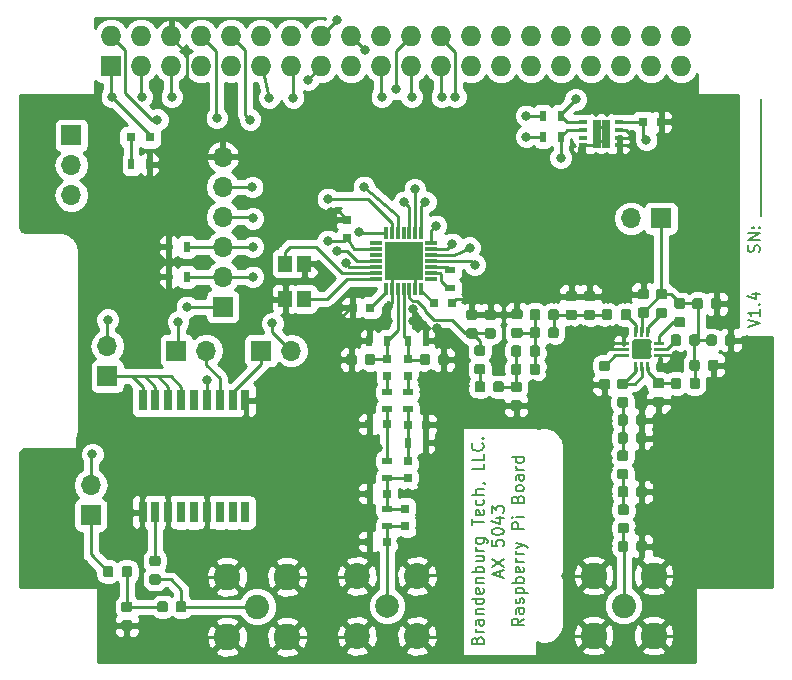
<source format=gtl>
G04 #@! TF.GenerationSoftware,KiCad,Pcbnew,5.0.1-33cea8e~67~ubuntu18.04.1*
G04 #@! TF.CreationDate,2018-10-19T14:06:38-05:00*
G04 #@! TF.ProjectId,PiHatAx5043,50694861744178353034332E6B696361,V1.3*
G04 #@! TF.SameCoordinates,Original*
G04 #@! TF.FileFunction,Copper,L1,Top,Signal*
G04 #@! TF.FilePolarity,Positive*
%FSLAX46Y46*%
G04 Gerber Fmt 4.6, Leading zero omitted, Abs format (unit mm)*
G04 Created by KiCad (PCBNEW 5.0.1-33cea8e~67~ubuntu18.04.1) date Fri 19 Oct 2018 02:06:38 PM CDT*
%MOMM*%
%LPD*%
G01*
G04 APERTURE LIST*
G04 #@! TA.AperFunction,NonConductor*
%ADD10C,0.200000*%
G04 #@! TD*
G04 #@! TA.AperFunction,SMDPad,CuDef*
%ADD11R,0.900000X0.900000*%
G04 #@! TD*
G04 #@! TA.AperFunction,SMDPad,CuDef*
%ADD12R,3.300000X3.300000*%
G04 #@! TD*
G04 #@! TA.AperFunction,SMDPad,CuDef*
%ADD13R,1.000000X0.300000*%
G04 #@! TD*
G04 #@! TA.AperFunction,SMDPad,CuDef*
%ADD14R,0.300000X1.000000*%
G04 #@! TD*
G04 #@! TA.AperFunction,SMDPad,CuDef*
%ADD15R,0.800000X0.800000*%
G04 #@! TD*
G04 #@! TA.AperFunction,SMDPad,CuDef*
%ADD16R,1.150000X1.400000*%
G04 #@! TD*
G04 #@! TA.AperFunction,SMDPad,CuDef*
%ADD17R,0.650000X0.350000*%
G04 #@! TD*
G04 #@! TA.AperFunction,SMDPad,CuDef*
%ADD18R,0.775000X1.200000*%
G04 #@! TD*
G04 #@! TA.AperFunction,ComponentPad*
%ADD19R,1.727200X1.727200*%
G04 #@! TD*
G04 #@! TA.AperFunction,ComponentPad*
%ADD20O,1.727200X1.727200*%
G04 #@! TD*
G04 #@! TA.AperFunction,SMDPad,CuDef*
%ADD21R,0.800000X0.750000*%
G04 #@! TD*
G04 #@! TA.AperFunction,SMDPad,CuDef*
%ADD22R,0.750000X0.800000*%
G04 #@! TD*
G04 #@! TA.AperFunction,SMDPad,CuDef*
%ADD23R,0.900000X0.500000*%
G04 #@! TD*
G04 #@! TA.AperFunction,SMDPad,CuDef*
%ADD24R,0.500000X0.900000*%
G04 #@! TD*
G04 #@! TA.AperFunction,ComponentPad*
%ADD25C,2.200000*%
G04 #@! TD*
G04 #@! TA.AperFunction,ComponentPad*
%ADD26C,2.000000*%
G04 #@! TD*
G04 #@! TA.AperFunction,ComponentPad*
%ADD27R,1.700000X1.700000*%
G04 #@! TD*
G04 #@! TA.AperFunction,ComponentPad*
%ADD28O,1.700000X1.700000*%
G04 #@! TD*
G04 #@! TA.AperFunction,Conductor*
%ADD29C,0.100000*%
G04 #@! TD*
G04 #@! TA.AperFunction,SMDPad,CuDef*
%ADD30C,0.875000*%
G04 #@! TD*
G04 #@! TA.AperFunction,ComponentPad*
%ADD31C,2.050000*%
G04 #@! TD*
G04 #@! TA.AperFunction,ComponentPad*
%ADD32C,2.250000*%
G04 #@! TD*
G04 #@! TA.AperFunction,SMDPad,CuDef*
%ADD33C,1.650000*%
G04 #@! TD*
G04 #@! TA.AperFunction,ViaPad*
%ADD34C,0.500000*%
G04 #@! TD*
G04 #@! TA.AperFunction,SMDPad,CuDef*
%ADD35C,0.250000*%
G04 #@! TD*
G04 #@! TA.AperFunction,SMDPad,CuDef*
%ADD36R,0.800000X1.800000*%
G04 #@! TD*
G04 #@! TA.AperFunction,SMDPad,CuDef*
%ADD37R,0.700000X1.800000*%
G04 #@! TD*
G04 #@! TA.AperFunction,ViaPad*
%ADD38C,0.800000*%
G04 #@! TD*
G04 #@! TA.AperFunction,Conductor*
%ADD39C,0.250000*%
G04 #@! TD*
G04 #@! TA.AperFunction,Conductor*
%ADD40C,0.254000*%
G04 #@! TD*
G04 APERTURE END LIST*
D10*
X106183180Y-65499047D02*
X107183180Y-65165714D01*
X106183180Y-64832380D01*
X107183180Y-63975238D02*
X107183180Y-64546666D01*
X107183180Y-64260952D02*
X106183180Y-64260952D01*
X106326038Y-64356190D01*
X106421276Y-64451428D01*
X106468895Y-64546666D01*
X107087942Y-63546666D02*
X107135561Y-63499047D01*
X107183180Y-63546666D01*
X107135561Y-63594285D01*
X107087942Y-63546666D01*
X107183180Y-63546666D01*
X106516514Y-62641904D02*
X107183180Y-62641904D01*
X106135561Y-62880000D02*
X106849847Y-63118095D01*
X106849847Y-62499047D01*
X107135561Y-59118095D02*
X107183180Y-58975238D01*
X107183180Y-58737142D01*
X107135561Y-58641904D01*
X107087942Y-58594285D01*
X106992704Y-58546666D01*
X106897466Y-58546666D01*
X106802228Y-58594285D01*
X106754609Y-58641904D01*
X106706990Y-58737142D01*
X106659371Y-58927619D01*
X106611752Y-59022857D01*
X106564133Y-59070476D01*
X106468895Y-59118095D01*
X106373657Y-59118095D01*
X106278419Y-59070476D01*
X106230800Y-59022857D01*
X106183180Y-58927619D01*
X106183180Y-58689523D01*
X106230800Y-58546666D01*
X107183180Y-58118095D02*
X106183180Y-58118095D01*
X107183180Y-57546666D01*
X106183180Y-57546666D01*
X107087942Y-57070476D02*
X107135561Y-57022857D01*
X107183180Y-57070476D01*
X107135561Y-57118095D01*
X107087942Y-57070476D01*
X107183180Y-57070476D01*
X106564133Y-57070476D02*
X106611752Y-57022857D01*
X106659371Y-57070476D01*
X106611752Y-57118095D01*
X106564133Y-57070476D01*
X106659371Y-57070476D01*
X107278419Y-56070476D02*
X107278419Y-55308571D01*
X107278419Y-55308571D02*
X107278419Y-54546666D01*
X107278419Y-54546666D02*
X107278419Y-53784761D01*
X107278419Y-53784761D02*
X107278419Y-53022857D01*
X107278419Y-53022857D02*
X107278419Y-52260952D01*
X107278419Y-52260952D02*
X107278419Y-51499047D01*
X107278419Y-51499047D02*
X107278419Y-50737142D01*
X107278419Y-50737142D02*
X107278419Y-49975238D01*
X107278419Y-49975238D02*
X107278419Y-49213333D01*
X107278419Y-49213333D02*
X107278419Y-48451428D01*
X107278419Y-48451428D02*
X107278419Y-47689523D01*
X107278419Y-47689523D02*
X107278419Y-46927619D01*
X107278419Y-46927619D02*
X107278419Y-46165714D01*
X83280471Y-91985052D02*
X83328090Y-91842195D01*
X83375709Y-91794576D01*
X83470947Y-91746957D01*
X83613804Y-91746957D01*
X83709042Y-91794576D01*
X83756661Y-91842195D01*
X83804280Y-91937433D01*
X83804280Y-92318385D01*
X82804280Y-92318385D01*
X82804280Y-91985052D01*
X82851900Y-91889814D01*
X82899519Y-91842195D01*
X82994757Y-91794576D01*
X83089995Y-91794576D01*
X83185233Y-91842195D01*
X83232852Y-91889814D01*
X83280471Y-91985052D01*
X83280471Y-92318385D01*
X83804280Y-91318385D02*
X83137614Y-91318385D01*
X83328090Y-91318385D02*
X83232852Y-91270766D01*
X83185233Y-91223147D01*
X83137614Y-91127909D01*
X83137614Y-91032671D01*
X83804280Y-90270766D02*
X83280471Y-90270766D01*
X83185233Y-90318385D01*
X83137614Y-90413623D01*
X83137614Y-90604100D01*
X83185233Y-90699338D01*
X83756661Y-90270766D02*
X83804280Y-90366004D01*
X83804280Y-90604100D01*
X83756661Y-90699338D01*
X83661423Y-90746957D01*
X83566185Y-90746957D01*
X83470947Y-90699338D01*
X83423328Y-90604100D01*
X83423328Y-90366004D01*
X83375709Y-90270766D01*
X83137614Y-89794576D02*
X83804280Y-89794576D01*
X83232852Y-89794576D02*
X83185233Y-89746957D01*
X83137614Y-89651719D01*
X83137614Y-89508861D01*
X83185233Y-89413623D01*
X83280471Y-89366004D01*
X83804280Y-89366004D01*
X83804280Y-88461242D02*
X82804280Y-88461242D01*
X83756661Y-88461242D02*
X83804280Y-88556480D01*
X83804280Y-88746957D01*
X83756661Y-88842195D01*
X83709042Y-88889814D01*
X83613804Y-88937433D01*
X83328090Y-88937433D01*
X83232852Y-88889814D01*
X83185233Y-88842195D01*
X83137614Y-88746957D01*
X83137614Y-88556480D01*
X83185233Y-88461242D01*
X83756661Y-87604100D02*
X83804280Y-87699338D01*
X83804280Y-87889814D01*
X83756661Y-87985052D01*
X83661423Y-88032671D01*
X83280471Y-88032671D01*
X83185233Y-87985052D01*
X83137614Y-87889814D01*
X83137614Y-87699338D01*
X83185233Y-87604100D01*
X83280471Y-87556480D01*
X83375709Y-87556480D01*
X83470947Y-88032671D01*
X83137614Y-87127909D02*
X83804280Y-87127909D01*
X83232852Y-87127909D02*
X83185233Y-87080290D01*
X83137614Y-86985052D01*
X83137614Y-86842195D01*
X83185233Y-86746957D01*
X83280471Y-86699338D01*
X83804280Y-86699338D01*
X83804280Y-86223147D02*
X82804280Y-86223147D01*
X83185233Y-86223147D02*
X83137614Y-86127909D01*
X83137614Y-85937433D01*
X83185233Y-85842195D01*
X83232852Y-85794576D01*
X83328090Y-85746957D01*
X83613804Y-85746957D01*
X83709042Y-85794576D01*
X83756661Y-85842195D01*
X83804280Y-85937433D01*
X83804280Y-86127909D01*
X83756661Y-86223147D01*
X83137614Y-84889814D02*
X83804280Y-84889814D01*
X83137614Y-85318385D02*
X83661423Y-85318385D01*
X83756661Y-85270766D01*
X83804280Y-85175528D01*
X83804280Y-85032671D01*
X83756661Y-84937433D01*
X83709042Y-84889814D01*
X83804280Y-84413623D02*
X83137614Y-84413623D01*
X83328090Y-84413623D02*
X83232852Y-84366004D01*
X83185233Y-84318385D01*
X83137614Y-84223147D01*
X83137614Y-84127909D01*
X83137614Y-83366004D02*
X83947138Y-83366004D01*
X84042376Y-83413623D01*
X84089995Y-83461242D01*
X84137614Y-83556480D01*
X84137614Y-83699338D01*
X84089995Y-83794576D01*
X83756661Y-83366004D02*
X83804280Y-83461242D01*
X83804280Y-83651719D01*
X83756661Y-83746957D01*
X83709042Y-83794576D01*
X83613804Y-83842195D01*
X83328090Y-83842195D01*
X83232852Y-83794576D01*
X83185233Y-83746957D01*
X83137614Y-83651719D01*
X83137614Y-83461242D01*
X83185233Y-83366004D01*
X82804280Y-82270766D02*
X82804280Y-81699338D01*
X83804280Y-81985052D02*
X82804280Y-81985052D01*
X83756661Y-80985052D02*
X83804280Y-81080290D01*
X83804280Y-81270766D01*
X83756661Y-81366004D01*
X83661423Y-81413623D01*
X83280471Y-81413623D01*
X83185233Y-81366004D01*
X83137614Y-81270766D01*
X83137614Y-81080290D01*
X83185233Y-80985052D01*
X83280471Y-80937433D01*
X83375709Y-80937433D01*
X83470947Y-81413623D01*
X83756661Y-80080290D02*
X83804280Y-80175528D01*
X83804280Y-80366004D01*
X83756661Y-80461242D01*
X83709042Y-80508861D01*
X83613804Y-80556480D01*
X83328090Y-80556480D01*
X83232852Y-80508861D01*
X83185233Y-80461242D01*
X83137614Y-80366004D01*
X83137614Y-80175528D01*
X83185233Y-80080290D01*
X83804280Y-79651719D02*
X82804280Y-79651719D01*
X83804280Y-79223147D02*
X83280471Y-79223147D01*
X83185233Y-79270766D01*
X83137614Y-79366004D01*
X83137614Y-79508861D01*
X83185233Y-79604100D01*
X83232852Y-79651719D01*
X83756661Y-78699338D02*
X83804280Y-78699338D01*
X83899519Y-78746957D01*
X83947138Y-78794576D01*
X83804280Y-77032671D02*
X83804280Y-77508861D01*
X82804280Y-77508861D01*
X83804280Y-76223147D02*
X83804280Y-76699338D01*
X82804280Y-76699338D01*
X83709042Y-75318385D02*
X83756661Y-75366004D01*
X83804280Y-75508861D01*
X83804280Y-75604100D01*
X83756661Y-75746957D01*
X83661423Y-75842195D01*
X83566185Y-75889814D01*
X83375709Y-75937433D01*
X83232852Y-75937433D01*
X83042376Y-75889814D01*
X82947138Y-75842195D01*
X82851900Y-75746957D01*
X82804280Y-75604100D01*
X82804280Y-75508861D01*
X82851900Y-75366004D01*
X82899519Y-75318385D01*
X83709042Y-74889814D02*
X83756661Y-74842195D01*
X83804280Y-74889814D01*
X83756661Y-74937433D01*
X83709042Y-74889814D01*
X83804280Y-74889814D01*
X85218566Y-86604100D02*
X85218566Y-86127909D01*
X85504280Y-86699338D02*
X84504280Y-86366004D01*
X85504280Y-86032671D01*
X84504280Y-85794576D02*
X85504280Y-85127909D01*
X84504280Y-85127909D02*
X85504280Y-85794576D01*
X84504280Y-83508861D02*
X84504280Y-83985052D01*
X84980471Y-84032671D01*
X84932852Y-83985052D01*
X84885233Y-83889814D01*
X84885233Y-83651719D01*
X84932852Y-83556480D01*
X84980471Y-83508861D01*
X85075709Y-83461242D01*
X85313804Y-83461242D01*
X85409042Y-83508861D01*
X85456661Y-83556480D01*
X85504280Y-83651719D01*
X85504280Y-83889814D01*
X85456661Y-83985052D01*
X85409042Y-84032671D01*
X84504280Y-82842195D02*
X84504280Y-82746957D01*
X84551900Y-82651719D01*
X84599519Y-82604100D01*
X84694757Y-82556480D01*
X84885233Y-82508861D01*
X85123328Y-82508861D01*
X85313804Y-82556480D01*
X85409042Y-82604100D01*
X85456661Y-82651719D01*
X85504280Y-82746957D01*
X85504280Y-82842195D01*
X85456661Y-82937433D01*
X85409042Y-82985052D01*
X85313804Y-83032671D01*
X85123328Y-83080290D01*
X84885233Y-83080290D01*
X84694757Y-83032671D01*
X84599519Y-82985052D01*
X84551900Y-82937433D01*
X84504280Y-82842195D01*
X84837614Y-81651719D02*
X85504280Y-81651719D01*
X84456661Y-81889814D02*
X85170947Y-82127909D01*
X85170947Y-81508861D01*
X84504280Y-81223147D02*
X84504280Y-80604100D01*
X84885233Y-80937433D01*
X84885233Y-80794576D01*
X84932852Y-80699338D01*
X84980471Y-80651719D01*
X85075709Y-80604100D01*
X85313804Y-80604100D01*
X85409042Y-80651719D01*
X85456661Y-80699338D01*
X85504280Y-80794576D01*
X85504280Y-81080290D01*
X85456661Y-81175528D01*
X85409042Y-81223147D01*
X87204280Y-90151719D02*
X86728090Y-90485052D01*
X87204280Y-90723147D02*
X86204280Y-90723147D01*
X86204280Y-90342195D01*
X86251900Y-90246957D01*
X86299519Y-90199338D01*
X86394757Y-90151719D01*
X86537614Y-90151719D01*
X86632852Y-90199338D01*
X86680471Y-90246957D01*
X86728090Y-90342195D01*
X86728090Y-90723147D01*
X87204280Y-89294576D02*
X86680471Y-89294576D01*
X86585233Y-89342195D01*
X86537614Y-89437433D01*
X86537614Y-89627909D01*
X86585233Y-89723147D01*
X87156661Y-89294576D02*
X87204280Y-89389814D01*
X87204280Y-89627909D01*
X87156661Y-89723147D01*
X87061423Y-89770766D01*
X86966185Y-89770766D01*
X86870947Y-89723147D01*
X86823328Y-89627909D01*
X86823328Y-89389814D01*
X86775709Y-89294576D01*
X87156661Y-88866004D02*
X87204280Y-88770766D01*
X87204280Y-88580290D01*
X87156661Y-88485052D01*
X87061423Y-88437433D01*
X87013804Y-88437433D01*
X86918566Y-88485052D01*
X86870947Y-88580290D01*
X86870947Y-88723147D01*
X86823328Y-88818385D01*
X86728090Y-88866004D01*
X86680471Y-88866004D01*
X86585233Y-88818385D01*
X86537614Y-88723147D01*
X86537614Y-88580290D01*
X86585233Y-88485052D01*
X86537614Y-88008861D02*
X87537614Y-88008861D01*
X86585233Y-88008861D02*
X86537614Y-87913623D01*
X86537614Y-87723147D01*
X86585233Y-87627909D01*
X86632852Y-87580290D01*
X86728090Y-87532671D01*
X87013804Y-87532671D01*
X87109042Y-87580290D01*
X87156661Y-87627909D01*
X87204280Y-87723147D01*
X87204280Y-87913623D01*
X87156661Y-88008861D01*
X87204280Y-87104100D02*
X86204280Y-87104100D01*
X86585233Y-87104100D02*
X86537614Y-87008861D01*
X86537614Y-86818385D01*
X86585233Y-86723147D01*
X86632852Y-86675528D01*
X86728090Y-86627909D01*
X87013804Y-86627909D01*
X87109042Y-86675528D01*
X87156661Y-86723147D01*
X87204280Y-86818385D01*
X87204280Y-87008861D01*
X87156661Y-87104100D01*
X87156661Y-85818385D02*
X87204280Y-85913623D01*
X87204280Y-86104100D01*
X87156661Y-86199338D01*
X87061423Y-86246957D01*
X86680471Y-86246957D01*
X86585233Y-86199338D01*
X86537614Y-86104100D01*
X86537614Y-85913623D01*
X86585233Y-85818385D01*
X86680471Y-85770766D01*
X86775709Y-85770766D01*
X86870947Y-86246957D01*
X87204280Y-85342195D02*
X86537614Y-85342195D01*
X86728090Y-85342195D02*
X86632852Y-85294576D01*
X86585233Y-85246957D01*
X86537614Y-85151719D01*
X86537614Y-85056480D01*
X87204280Y-84723147D02*
X86537614Y-84723147D01*
X86728090Y-84723147D02*
X86632852Y-84675528D01*
X86585233Y-84627909D01*
X86537614Y-84532671D01*
X86537614Y-84437433D01*
X86537614Y-84199338D02*
X87204280Y-83961242D01*
X86537614Y-83723147D02*
X87204280Y-83961242D01*
X87442376Y-84056480D01*
X87489995Y-84104100D01*
X87537614Y-84199338D01*
X87204280Y-82580290D02*
X86204280Y-82580290D01*
X86204280Y-82199338D01*
X86251900Y-82104100D01*
X86299519Y-82056480D01*
X86394757Y-82008861D01*
X86537614Y-82008861D01*
X86632852Y-82056480D01*
X86680471Y-82104100D01*
X86728090Y-82199338D01*
X86728090Y-82580290D01*
X87204280Y-81580290D02*
X86537614Y-81580290D01*
X86204280Y-81580290D02*
X86251900Y-81627909D01*
X86299519Y-81580290D01*
X86251900Y-81532671D01*
X86204280Y-81580290D01*
X86299519Y-81580290D01*
X86680471Y-80008861D02*
X86728090Y-79866004D01*
X86775709Y-79818385D01*
X86870947Y-79770766D01*
X87013804Y-79770766D01*
X87109042Y-79818385D01*
X87156661Y-79866004D01*
X87204280Y-79961242D01*
X87204280Y-80342195D01*
X86204280Y-80342195D01*
X86204280Y-80008861D01*
X86251900Y-79913623D01*
X86299519Y-79866004D01*
X86394757Y-79818385D01*
X86489995Y-79818385D01*
X86585233Y-79866004D01*
X86632852Y-79913623D01*
X86680471Y-80008861D01*
X86680471Y-80342195D01*
X87204280Y-79199338D02*
X87156661Y-79294576D01*
X87109042Y-79342195D01*
X87013804Y-79389814D01*
X86728090Y-79389814D01*
X86632852Y-79342195D01*
X86585233Y-79294576D01*
X86537614Y-79199338D01*
X86537614Y-79056480D01*
X86585233Y-78961242D01*
X86632852Y-78913623D01*
X86728090Y-78866004D01*
X87013804Y-78866004D01*
X87109042Y-78913623D01*
X87156661Y-78961242D01*
X87204280Y-79056480D01*
X87204280Y-79199338D01*
X87204280Y-78008861D02*
X86680471Y-78008861D01*
X86585233Y-78056480D01*
X86537614Y-78151719D01*
X86537614Y-78342195D01*
X86585233Y-78437433D01*
X87156661Y-78008861D02*
X87204280Y-78104100D01*
X87204280Y-78342195D01*
X87156661Y-78437433D01*
X87061423Y-78485052D01*
X86966185Y-78485052D01*
X86870947Y-78437433D01*
X86823328Y-78342195D01*
X86823328Y-78104100D01*
X86775709Y-78008861D01*
X87204280Y-77532671D02*
X86537614Y-77532671D01*
X86728090Y-77532671D02*
X86632852Y-77485052D01*
X86585233Y-77437433D01*
X86537614Y-77342195D01*
X86537614Y-77246957D01*
X87204280Y-76485052D02*
X86204280Y-76485052D01*
X87156661Y-76485052D02*
X87204280Y-76580290D01*
X87204280Y-76770766D01*
X87156661Y-76866004D01*
X87109042Y-76913623D01*
X87013804Y-76961242D01*
X86728090Y-76961242D01*
X86632852Y-76913623D01*
X86585233Y-76866004D01*
X86537614Y-76770766D01*
X86537614Y-76580290D01*
X86585233Y-76485052D01*
D11*
G04 #@! TO.P,U1,29a*
G04 #@! TO.N,N/C*
X75946000Y-59880500D03*
D12*
G04 #@! TO.P,U1,29*
G04 #@! TO.N,GND*
X77025500Y-59880500D03*
D13*
G04 #@! TO.P,U1,28*
G04 #@! TO.N,Net-(U1-Pad28)*
X74675500Y-61380500D03*
G04 #@! TO.P,U1,27*
G04 #@! TO.N,Net-(U1-Pad27)*
X74675500Y-60880500D03*
G04 #@! TO.P,U1,26*
G04 #@! TO.N,AX5043_GPADC2*
X74675500Y-60380500D03*
G04 #@! TO.P,U1,25*
G04 #@! TO.N,AX5043_GPADC1*
X74675500Y-59880500D03*
G04 #@! TO.P,U1,24*
G04 #@! TO.N,Net-(U1-Pad24)*
X74675500Y-59380500D03*
G04 #@! TO.P,U1,23*
G04 #@! TO.N,+3V3*
X74675500Y-58880500D03*
G04 #@! TO.P,U1,22*
G04 #@! TO.N,Net-(U1-Pad22)*
X74675500Y-58380500D03*
D14*
G04 #@! TO.P,U1,21*
G04 #@! TO.N,Net-(P3-Pad4)*
X75525500Y-57530500D03*
G04 #@! TO.P,U1,20*
G04 #@! TO.N,Net-(P3-Pad5)*
X76025500Y-57530500D03*
G04 #@! TO.P,U1,19*
G04 #@! TO.N,AX5043_IRQ*
X76525500Y-57530500D03*
G04 #@! TO.P,U1,18*
G04 #@! TO.N,Net-(U1-Pad18)*
X77025500Y-57530500D03*
G04 #@! TO.P,U1,17*
G04 #@! TO.N,AX5043_MOSI*
X77525500Y-57530500D03*
G04 #@! TO.P,U1,16*
G04 #@! TO.N,AX5043_MISO*
X78025500Y-57530500D03*
G04 #@! TO.P,U1,15*
G04 #@! TO.N,AX5043_CLK*
X78525500Y-57530500D03*
D13*
G04 #@! TO.P,U1,14*
G04 #@! TO.N,AX5043_SEL*
X79375500Y-58380500D03*
G04 #@! TO.P,U1,13*
G04 #@! TO.N,AX5043_SYSCLK*
X79375500Y-58880500D03*
G04 #@! TO.P,U1,12*
G04 #@! TO.N,AX5043_DCLK*
X79375500Y-59380500D03*
G04 #@! TO.P,U1,11*
G04 #@! TO.N,AX5043_DATA*
X79375500Y-59880500D03*
G04 #@! TO.P,U1,10*
G04 #@! TO.N,Net-(L8-Pad1)*
X79375500Y-60380500D03*
G04 #@! TO.P,U1,9*
G04 #@! TO.N,Net-(L8-Pad2)*
X79375500Y-60880500D03*
G04 #@! TO.P,U1,8*
G04 #@! TO.N,Net-(U1-Pad8)*
X79375500Y-61380500D03*
D14*
G04 #@! TO.P,U1,7*
G04 #@! TO.N,Net-(C10-Pad1)*
X78525500Y-62230500D03*
G04 #@! TO.P,U1,6*
G04 #@! TO.N,GND*
X78025500Y-62230500D03*
G04 #@! TO.P,U1,5*
G04 #@! TO.N,AX5043_ANTP1*
X77525500Y-62230500D03*
G04 #@! TO.P,U1,4*
G04 #@! TO.N,Net-(C33-Pad2)*
X77025500Y-62230500D03*
G04 #@! TO.P,U1,3*
G04 #@! TO.N,Net-(C32-Pad1)*
X76525500Y-62230500D03*
G04 #@! TO.P,U1,2*
G04 #@! TO.N,GND*
X76025500Y-62230500D03*
G04 #@! TO.P,U1,1*
G04 #@! TO.N,Net-(C9-Pad1)*
X75525500Y-62230500D03*
D11*
G04 #@! TO.P,U1,29a*
G04 #@! TO.N,N/C*
X75946000Y-60960000D03*
X75946000Y-58801000D03*
X78105000Y-59880500D03*
X78105000Y-60960000D03*
X78105000Y-58801000D03*
X77025500Y-60960000D03*
X77025500Y-58801000D03*
X77025500Y-59880500D03*
G04 #@! TD*
D15*
G04 #@! TO.P,D1,2*
G04 #@! TO.N,+3V3*
X55537000Y-49403000D03*
G04 #@! TO.P,D1,1*
G04 #@! TO.N,Net-(D1-Pad1)*
X53937000Y-49403000D03*
G04 #@! TD*
D16*
G04 #@! TO.P,Y1,1*
G04 #@! TO.N,Net-(U1-Pad28)*
X68618000Y-63095000D03*
G04 #@! TO.P,Y1,2*
G04 #@! TO.N,GND*
X68618000Y-60095000D03*
G04 #@! TO.P,Y1,3*
G04 #@! TO.N,Net-(U1-Pad27)*
X67018000Y-60095000D03*
G04 #@! TO.P,Y1,4*
G04 #@! TO.N,GND*
X67018000Y-63095000D03*
G04 #@! TD*
D17*
G04 #@! TO.P,U2,1*
G04 #@! TO.N,I2C_SDA*
X92211211Y-48132868D03*
G04 #@! TO.P,U2,2*
G04 #@! TO.N,I2C_SCL*
X92211211Y-48782868D03*
G04 #@! TO.P,U2,3*
G04 #@! TO.N,Net-(U2-Pad3)*
X92211211Y-49432868D03*
G04 #@! TO.P,U2,4*
G04 #@! TO.N,GND*
X92211211Y-50082868D03*
G04 #@! TO.P,U2,5*
X95311211Y-50082868D03*
G04 #@! TO.P,U2,6*
X95311211Y-49432868D03*
G04 #@! TO.P,U2,7*
X95311211Y-48782868D03*
G04 #@! TO.P,U2,8*
G04 #@! TO.N,+3V3*
X95311211Y-48132868D03*
D18*
G04 #@! TO.P,U2,9*
G04 #@! TO.N,GND*
X94148711Y-49707868D03*
X94148711Y-48507868D03*
X93373711Y-49707868D03*
X93373711Y-48507868D03*
G04 #@! TD*
D19*
G04 #@! TO.P,P2,1*
G04 #@! TO.N,+3V3*
X52270000Y-43370000D03*
D20*
G04 #@! TO.P,P2,2*
G04 #@! TO.N,+5V*
X52270000Y-40830000D03*
G04 #@! TO.P,P2,3*
G04 #@! TO.N,AX5043_DATA*
X54810000Y-43370000D03*
G04 #@! TO.P,P2,4*
G04 #@! TO.N,Net-(P2-Pad4)*
X54810000Y-40830000D03*
G04 #@! TO.P,P2,5*
G04 #@! TO.N,AX5043_DCLK*
X57350000Y-43370000D03*
G04 #@! TO.P,P2,6*
G04 #@! TO.N,GND*
X57350000Y-40830000D03*
G04 #@! TO.P,P2,7*
G04 #@! TO.N,/GPIO4*
X59890000Y-43370000D03*
G04 #@! TO.P,P2,8*
G04 #@! TO.N,TXD*
X59890000Y-40830000D03*
G04 #@! TO.P,P2,9*
G04 #@! TO.N,Net-(P2-Pad9)*
X62430000Y-43370000D03*
G04 #@! TO.P,P2,10*
G04 #@! TO.N,RXD*
X62430000Y-40830000D03*
G04 #@! TO.P,P2,11*
G04 #@! TO.N,AX5043_IRQ*
X64970000Y-43370000D03*
G04 #@! TO.P,P2,12*
G04 #@! TO.N,/GPIO18*
X64970000Y-40830000D03*
G04 #@! TO.P,P2,13*
G04 #@! TO.N,AX5043_SYSCLK*
X67510000Y-43370000D03*
G04 #@! TO.P,P2,14*
G04 #@! TO.N,Net-(P2-Pad14)*
X67510000Y-40830000D03*
G04 #@! TO.P,P2,15*
G04 #@! TO.N,BCM22*
X70050000Y-43370000D03*
G04 #@! TO.P,P2,16*
G04 #@! TO.N,I2C_SDA*
X70050000Y-40830000D03*
G04 #@! TO.P,P2,17*
G04 #@! TO.N,Net-(P2-Pad17)*
X72590000Y-43370000D03*
G04 #@! TO.P,P2,18*
G04 #@! TO.N,I2C_SCL*
X72590000Y-40830000D03*
G04 #@! TO.P,P2,19*
G04 #@! TO.N,AX5043_MOSI*
X75130000Y-43370000D03*
G04 #@! TO.P,P2,20*
G04 #@! TO.N,Net-(P2-Pad20)*
X75130000Y-40830000D03*
G04 #@! TO.P,P2,21*
G04 #@! TO.N,AX5043_MISO*
X77670000Y-43370000D03*
G04 #@! TO.P,P2,22*
G04 #@! TO.N,BCM25*
X77670000Y-40830000D03*
G04 #@! TO.P,P2,23*
G04 #@! TO.N,AX5043_CLK*
X80210000Y-43370000D03*
G04 #@! TO.P,P2,24*
G04 #@! TO.N,AX5043_SEL*
X80210000Y-40830000D03*
G04 #@! TO.P,P2,25*
G04 #@! TO.N,Net-(P2-Pad25)*
X82750000Y-43370000D03*
G04 #@! TO.P,P2,26*
G04 #@! TO.N,/GPIO7(CE1)*
X82750000Y-40830000D03*
G04 #@! TO.P,P2,27*
G04 #@! TO.N,N/C*
X85290000Y-43370000D03*
G04 #@! TO.P,P2,28*
X85290000Y-40830000D03*
G04 #@! TO.P,P2,29*
X87830000Y-43370000D03*
G04 #@! TO.P,P2,30*
X87830000Y-40830000D03*
G04 #@! TO.P,P2,31*
X90370000Y-43370000D03*
G04 #@! TO.P,P2,32*
X90370000Y-40830000D03*
G04 #@! TO.P,P2,33*
X92910000Y-43370000D03*
G04 #@! TO.P,P2,34*
X92910000Y-40830000D03*
G04 #@! TO.P,P2,35*
X95450000Y-43370000D03*
G04 #@! TO.P,P2,36*
X95450000Y-40830000D03*
G04 #@! TO.P,P2,37*
X97990000Y-43370000D03*
G04 #@! TO.P,P2,38*
X97990000Y-40830000D03*
G04 #@! TO.P,P2,39*
X100530000Y-43370000D03*
G04 #@! TO.P,P2,40*
X100530000Y-40830000D03*
G04 #@! TD*
D21*
G04 #@! TO.P,C1,2*
G04 #@! TO.N,GND*
X74116500Y-83629500D03*
G04 #@! TO.P,C1,1*
G04 #@! TO.N,Net-(C1-Pad1)*
X75616500Y-83629500D03*
G04 #@! TD*
D22*
G04 #@! TO.P,C2,2*
G04 #@! TO.N,Net-(C1-Pad1)*
X77152500Y-82347500D03*
G04 #@! TO.P,C2,1*
G04 #@! TO.N,Net-(C2-Pad1)*
X77152500Y-80847500D03*
G04 #@! TD*
D21*
G04 #@! TO.P,C3,2*
G04 #@! TO.N,GND*
X74116500Y-79565500D03*
G04 #@! TO.P,C3,1*
G04 #@! TO.N,Net-(C2-Pad1)*
X75616500Y-79565500D03*
G04 #@! TD*
D22*
G04 #@! TO.P,C4,2*
G04 #@! TO.N,Net-(C2-Pad1)*
X77406500Y-78283500D03*
G04 #@! TO.P,C4,1*
G04 #@! TO.N,Net-(C4-Pad1)*
X77406500Y-76783500D03*
G04 #@! TD*
D21*
G04 #@! TO.P,C5,2*
G04 #@! TO.N,Net-(C5-Pad2)*
X75603800Y-73710800D03*
G04 #@! TO.P,C5,1*
G04 #@! TO.N,GND*
X74103800Y-73710800D03*
G04 #@! TD*
G04 #@! TO.P,C6,2*
G04 #@! TO.N,GND*
X78918500Y-73723500D03*
G04 #@! TO.P,C6,1*
G04 #@! TO.N,Net-(C4-Pad1)*
X77418500Y-73723500D03*
G04 #@! TD*
D22*
G04 #@! TO.P,C7,2*
G04 #@! TO.N,Net-(C7-Pad2)*
X75628500Y-69647500D03*
G04 #@! TO.P,C7,1*
G04 #@! TO.N,Net-(C32-Pad1)*
X75628500Y-68147500D03*
G04 #@! TD*
G04 #@! TO.P,C8,2*
G04 #@! TO.N,Net-(C8-Pad2)*
X77406500Y-69647500D03*
G04 #@! TO.P,C8,1*
G04 #@! TO.N,Net-(C33-Pad2)*
X77406500Y-68147500D03*
G04 #@! TD*
D21*
G04 #@! TO.P,C9,2*
G04 #@! TO.N,GND*
X72719500Y-63817500D03*
G04 #@! TO.P,C9,1*
G04 #@! TO.N,Net-(C9-Pad1)*
X74219500Y-63817500D03*
G04 #@! TD*
G04 #@! TO.P,C10,2*
G04 #@! TO.N,GND*
X81090200Y-63474600D03*
G04 #@! TO.P,C10,1*
G04 #@! TO.N,Net-(C10-Pad1)*
X79590200Y-63474600D03*
G04 #@! TD*
D22*
G04 #@! TO.P,C11,2*
G04 #@! TO.N,GND*
X72263000Y-56400000D03*
G04 #@! TO.P,C11,1*
G04 #@! TO.N,+3V3*
X72263000Y-57900000D03*
G04 #@! TD*
D21*
G04 #@! TO.P,C12,2*
G04 #@! TO.N,GND*
X98829211Y-48091868D03*
G04 #@! TO.P,C12,1*
G04 #@! TO.N,+3V3*
X97329211Y-48091868D03*
G04 #@! TD*
D23*
G04 #@! TO.P,L1,1*
G04 #@! TO.N,Net-(C2-Pad1)*
X75628500Y-80847500D03*
G04 #@! TO.P,L1,2*
G04 #@! TO.N,Net-(C1-Pad1)*
X75628500Y-82347500D03*
G04 #@! TD*
G04 #@! TO.P,L2,1*
G04 #@! TO.N,Net-(C5-Pad2)*
X75628500Y-76783500D03*
G04 #@! TO.P,L2,2*
G04 #@! TO.N,Net-(C2-Pad1)*
X75628500Y-78283500D03*
G04 #@! TD*
D24*
G04 #@! TO.P,L3,1*
G04 #@! TO.N,GND*
X78918500Y-75247500D03*
G04 #@! TO.P,L3,2*
G04 #@! TO.N,Net-(C4-Pad1)*
X77418500Y-75247500D03*
G04 #@! TD*
D23*
G04 #@! TO.P,L4,1*
G04 #@! TO.N,Net-(C7-Pad2)*
X75628500Y-70941500D03*
G04 #@! TO.P,L4,2*
G04 #@! TO.N,Net-(C5-Pad2)*
X75628500Y-72441500D03*
G04 #@! TD*
G04 #@! TO.P,L5,1*
G04 #@! TO.N,Net-(C8-Pad2)*
X77406500Y-70941500D03*
G04 #@! TO.P,L5,2*
G04 #@! TO.N,Net-(C4-Pad1)*
X77406500Y-72441500D03*
G04 #@! TD*
D24*
G04 #@! TO.P,L6,1*
G04 #@! TO.N,GND*
X78918500Y-66611500D03*
G04 #@! TO.P,L6,2*
G04 #@! TO.N,Net-(C33-Pad2)*
X77418500Y-66611500D03*
G04 #@! TD*
G04 #@! TO.P,L7,1*
G04 #@! TO.N,Net-(C32-Pad1)*
X75616500Y-66611500D03*
G04 #@! TO.P,L7,2*
G04 #@! TO.N,GND*
X74116500Y-66611500D03*
G04 #@! TD*
D23*
G04 #@! TO.P,L8,1*
G04 #@! TO.N,Net-(L8-Pad1)*
X80975200Y-60667200D03*
G04 #@! TO.P,L8,2*
G04 #@! TO.N,Net-(L8-Pad2)*
X80975200Y-62167200D03*
G04 #@! TD*
D25*
G04 #@! TO.P,P1,2*
G04 #@! TO.N,GND*
X73088500Y-86550500D03*
X78168500Y-86550500D03*
X78168500Y-91630500D03*
X73088500Y-91630500D03*
D26*
G04 #@! TO.P,P1,1*
G04 #@! TO.N,Net-(C1-Pad1)*
X75628500Y-89090500D03*
G04 #@! TD*
D27*
G04 #@! TO.P,P3,1*
G04 #@! TO.N,+3V3*
X61722000Y-63754000D03*
D28*
G04 #@! TO.P,P3,2*
G04 #@! TO.N,AX5043_GPADC2*
X61722000Y-61214000D03*
G04 #@! TO.P,P3,3*
G04 #@! TO.N,AX5043_GPADC1*
X61722000Y-58674000D03*
G04 #@! TO.P,P3,4*
G04 #@! TO.N,Net-(P3-Pad4)*
X61722000Y-56134000D03*
G04 #@! TO.P,P3,5*
G04 #@! TO.N,Net-(P3-Pad5)*
X61722000Y-53594000D03*
G04 #@! TO.P,P3,6*
G04 #@! TO.N,GND*
X61722000Y-51054000D03*
G04 #@! TD*
D24*
G04 #@! TO.P,R1,1*
G04 #@! TO.N,AX5043_GPADC2*
X58662000Y-61214000D03*
G04 #@! TO.P,R1,2*
G04 #@! TO.N,GND*
X57162000Y-61214000D03*
G04 #@! TD*
G04 #@! TO.P,R2,1*
G04 #@! TO.N,AX5043_GPADC1*
X58662000Y-58674000D03*
G04 #@! TO.P,R2,2*
G04 #@! TO.N,GND*
X57162000Y-58674000D03*
G04 #@! TD*
G04 #@! TO.P,R3,1*
G04 #@! TO.N,+3V3*
X88820211Y-47583868D03*
G04 #@! TO.P,R3,2*
G04 #@! TO.N,I2C_SDA*
X90320211Y-47583868D03*
G04 #@! TD*
G04 #@! TO.P,R4,1*
G04 #@! TO.N,+3V3*
X88820211Y-49361868D03*
G04 #@! TO.P,R4,2*
G04 #@! TO.N,I2C_SCL*
X90320211Y-49361868D03*
G04 #@! TD*
G04 #@! TO.P,R5,1*
G04 #@! TO.N,Net-(D1-Pad1)*
X53987000Y-51689000D03*
G04 #@! TO.P,R5,2*
G04 #@! TO.N,GND*
X55487000Y-51689000D03*
G04 #@! TD*
D29*
G04 #@! TO.N,Net-(C13-Pad2)*
G04 #@! TO.C,C13*
G36*
X83767491Y-68600853D02*
X83788726Y-68604003D01*
X83809550Y-68609219D01*
X83829762Y-68616451D01*
X83849168Y-68625630D01*
X83867581Y-68636666D01*
X83884824Y-68649454D01*
X83900730Y-68663870D01*
X83915146Y-68679776D01*
X83927934Y-68697019D01*
X83938970Y-68715432D01*
X83948149Y-68734838D01*
X83955381Y-68755050D01*
X83960597Y-68775874D01*
X83963747Y-68797109D01*
X83964800Y-68818550D01*
X83964800Y-69256050D01*
X83963747Y-69277491D01*
X83960597Y-69298726D01*
X83955381Y-69319550D01*
X83948149Y-69339762D01*
X83938970Y-69359168D01*
X83927934Y-69377581D01*
X83915146Y-69394824D01*
X83900730Y-69410730D01*
X83884824Y-69425146D01*
X83867581Y-69437934D01*
X83849168Y-69448970D01*
X83829762Y-69458149D01*
X83809550Y-69465381D01*
X83788726Y-69470597D01*
X83767491Y-69473747D01*
X83746050Y-69474800D01*
X83233550Y-69474800D01*
X83212109Y-69473747D01*
X83190874Y-69470597D01*
X83170050Y-69465381D01*
X83149838Y-69458149D01*
X83130432Y-69448970D01*
X83112019Y-69437934D01*
X83094776Y-69425146D01*
X83078870Y-69410730D01*
X83064454Y-69394824D01*
X83051666Y-69377581D01*
X83040630Y-69359168D01*
X83031451Y-69339762D01*
X83024219Y-69319550D01*
X83019003Y-69298726D01*
X83015853Y-69277491D01*
X83014800Y-69256050D01*
X83014800Y-68818550D01*
X83015853Y-68797109D01*
X83019003Y-68775874D01*
X83024219Y-68755050D01*
X83031451Y-68734838D01*
X83040630Y-68715432D01*
X83051666Y-68697019D01*
X83064454Y-68679776D01*
X83078870Y-68663870D01*
X83094776Y-68649454D01*
X83112019Y-68636666D01*
X83130432Y-68625630D01*
X83149838Y-68616451D01*
X83170050Y-68609219D01*
X83190874Y-68604003D01*
X83212109Y-68600853D01*
X83233550Y-68599800D01*
X83746050Y-68599800D01*
X83767491Y-68600853D01*
X83767491Y-68600853D01*
G37*
D30*
G04 #@! TD*
G04 #@! TO.P,C13,2*
G04 #@! TO.N,Net-(C13-Pad2)*
X83489800Y-69037300D03*
D29*
G04 #@! TO.N,AX5043_ANTP1*
G04 #@! TO.C,C13*
G36*
X83767491Y-67025853D02*
X83788726Y-67029003D01*
X83809550Y-67034219D01*
X83829762Y-67041451D01*
X83849168Y-67050630D01*
X83867581Y-67061666D01*
X83884824Y-67074454D01*
X83900730Y-67088870D01*
X83915146Y-67104776D01*
X83927934Y-67122019D01*
X83938970Y-67140432D01*
X83948149Y-67159838D01*
X83955381Y-67180050D01*
X83960597Y-67200874D01*
X83963747Y-67222109D01*
X83964800Y-67243550D01*
X83964800Y-67681050D01*
X83963747Y-67702491D01*
X83960597Y-67723726D01*
X83955381Y-67744550D01*
X83948149Y-67764762D01*
X83938970Y-67784168D01*
X83927934Y-67802581D01*
X83915146Y-67819824D01*
X83900730Y-67835730D01*
X83884824Y-67850146D01*
X83867581Y-67862934D01*
X83849168Y-67873970D01*
X83829762Y-67883149D01*
X83809550Y-67890381D01*
X83788726Y-67895597D01*
X83767491Y-67898747D01*
X83746050Y-67899800D01*
X83233550Y-67899800D01*
X83212109Y-67898747D01*
X83190874Y-67895597D01*
X83170050Y-67890381D01*
X83149838Y-67883149D01*
X83130432Y-67873970D01*
X83112019Y-67862934D01*
X83094776Y-67850146D01*
X83078870Y-67835730D01*
X83064454Y-67819824D01*
X83051666Y-67802581D01*
X83040630Y-67784168D01*
X83031451Y-67764762D01*
X83024219Y-67744550D01*
X83019003Y-67723726D01*
X83015853Y-67702491D01*
X83014800Y-67681050D01*
X83014800Y-67243550D01*
X83015853Y-67222109D01*
X83019003Y-67200874D01*
X83024219Y-67180050D01*
X83031451Y-67159838D01*
X83040630Y-67140432D01*
X83051666Y-67122019D01*
X83064454Y-67104776D01*
X83078870Y-67088870D01*
X83094776Y-67074454D01*
X83112019Y-67061666D01*
X83130432Y-67050630D01*
X83149838Y-67041451D01*
X83170050Y-67034219D01*
X83190874Y-67029003D01*
X83212109Y-67025853D01*
X83233550Y-67024800D01*
X83746050Y-67024800D01*
X83767491Y-67025853D01*
X83767491Y-67025853D01*
G37*
D30*
G04 #@! TD*
G04 #@! TO.P,C13,1*
G04 #@! TO.N,AX5043_ANTP1*
X83489800Y-67462300D03*
D29*
G04 #@! TO.N,Net-(C14-Pad1)*
G04 #@! TO.C,C14*
G36*
X86840891Y-70099353D02*
X86862126Y-70102503D01*
X86882950Y-70107719D01*
X86903162Y-70114951D01*
X86922568Y-70124130D01*
X86940981Y-70135166D01*
X86958224Y-70147954D01*
X86974130Y-70162370D01*
X86988546Y-70178276D01*
X87001334Y-70195519D01*
X87012370Y-70213932D01*
X87021549Y-70233338D01*
X87028781Y-70253550D01*
X87033997Y-70274374D01*
X87037147Y-70295609D01*
X87038200Y-70317050D01*
X87038200Y-70754550D01*
X87037147Y-70775991D01*
X87033997Y-70797226D01*
X87028781Y-70818050D01*
X87021549Y-70838262D01*
X87012370Y-70857668D01*
X87001334Y-70876081D01*
X86988546Y-70893324D01*
X86974130Y-70909230D01*
X86958224Y-70923646D01*
X86940981Y-70936434D01*
X86922568Y-70947470D01*
X86903162Y-70956649D01*
X86882950Y-70963881D01*
X86862126Y-70969097D01*
X86840891Y-70972247D01*
X86819450Y-70973300D01*
X86306950Y-70973300D01*
X86285509Y-70972247D01*
X86264274Y-70969097D01*
X86243450Y-70963881D01*
X86223238Y-70956649D01*
X86203832Y-70947470D01*
X86185419Y-70936434D01*
X86168176Y-70923646D01*
X86152270Y-70909230D01*
X86137854Y-70893324D01*
X86125066Y-70876081D01*
X86114030Y-70857668D01*
X86104851Y-70838262D01*
X86097619Y-70818050D01*
X86092403Y-70797226D01*
X86089253Y-70775991D01*
X86088200Y-70754550D01*
X86088200Y-70317050D01*
X86089253Y-70295609D01*
X86092403Y-70274374D01*
X86097619Y-70253550D01*
X86104851Y-70233338D01*
X86114030Y-70213932D01*
X86125066Y-70195519D01*
X86137854Y-70178276D01*
X86152270Y-70162370D01*
X86168176Y-70147954D01*
X86185419Y-70135166D01*
X86203832Y-70124130D01*
X86223238Y-70114951D01*
X86243450Y-70107719D01*
X86264274Y-70102503D01*
X86285509Y-70099353D01*
X86306950Y-70098300D01*
X86819450Y-70098300D01*
X86840891Y-70099353D01*
X86840891Y-70099353D01*
G37*
D30*
G04 #@! TD*
G04 #@! TO.P,C14,1*
G04 #@! TO.N,Net-(C14-Pad1)*
X86563200Y-70535800D03*
D29*
G04 #@! TO.N,GND*
G04 #@! TO.C,C14*
G36*
X86840891Y-71674353D02*
X86862126Y-71677503D01*
X86882950Y-71682719D01*
X86903162Y-71689951D01*
X86922568Y-71699130D01*
X86940981Y-71710166D01*
X86958224Y-71722954D01*
X86974130Y-71737370D01*
X86988546Y-71753276D01*
X87001334Y-71770519D01*
X87012370Y-71788932D01*
X87021549Y-71808338D01*
X87028781Y-71828550D01*
X87033997Y-71849374D01*
X87037147Y-71870609D01*
X87038200Y-71892050D01*
X87038200Y-72329550D01*
X87037147Y-72350991D01*
X87033997Y-72372226D01*
X87028781Y-72393050D01*
X87021549Y-72413262D01*
X87012370Y-72432668D01*
X87001334Y-72451081D01*
X86988546Y-72468324D01*
X86974130Y-72484230D01*
X86958224Y-72498646D01*
X86940981Y-72511434D01*
X86922568Y-72522470D01*
X86903162Y-72531649D01*
X86882950Y-72538881D01*
X86862126Y-72544097D01*
X86840891Y-72547247D01*
X86819450Y-72548300D01*
X86306950Y-72548300D01*
X86285509Y-72547247D01*
X86264274Y-72544097D01*
X86243450Y-72538881D01*
X86223238Y-72531649D01*
X86203832Y-72522470D01*
X86185419Y-72511434D01*
X86168176Y-72498646D01*
X86152270Y-72484230D01*
X86137854Y-72468324D01*
X86125066Y-72451081D01*
X86114030Y-72432668D01*
X86104851Y-72413262D01*
X86097619Y-72393050D01*
X86092403Y-72372226D01*
X86089253Y-72350991D01*
X86088200Y-72329550D01*
X86088200Y-71892050D01*
X86089253Y-71870609D01*
X86092403Y-71849374D01*
X86097619Y-71828550D01*
X86104851Y-71808338D01*
X86114030Y-71788932D01*
X86125066Y-71770519D01*
X86137854Y-71753276D01*
X86152270Y-71737370D01*
X86168176Y-71722954D01*
X86185419Y-71710166D01*
X86203832Y-71699130D01*
X86223238Y-71689951D01*
X86243450Y-71682719D01*
X86264274Y-71677503D01*
X86285509Y-71674353D01*
X86306950Y-71673300D01*
X86819450Y-71673300D01*
X86840891Y-71674353D01*
X86840891Y-71674353D01*
G37*
D30*
G04 #@! TD*
G04 #@! TO.P,C14,2*
G04 #@! TO.N,GND*
X86563200Y-72110800D03*
D29*
G04 #@! TO.N,GND*
G04 #@! TO.C,C15*
G36*
X83094391Y-63990553D02*
X83115626Y-63993703D01*
X83136450Y-63998919D01*
X83156662Y-64006151D01*
X83176068Y-64015330D01*
X83194481Y-64026366D01*
X83211724Y-64039154D01*
X83227630Y-64053570D01*
X83242046Y-64069476D01*
X83254834Y-64086719D01*
X83265870Y-64105132D01*
X83275049Y-64124538D01*
X83282281Y-64144750D01*
X83287497Y-64165574D01*
X83290647Y-64186809D01*
X83291700Y-64208250D01*
X83291700Y-64645750D01*
X83290647Y-64667191D01*
X83287497Y-64688426D01*
X83282281Y-64709250D01*
X83275049Y-64729462D01*
X83265870Y-64748868D01*
X83254834Y-64767281D01*
X83242046Y-64784524D01*
X83227630Y-64800430D01*
X83211724Y-64814846D01*
X83194481Y-64827634D01*
X83176068Y-64838670D01*
X83156662Y-64847849D01*
X83136450Y-64855081D01*
X83115626Y-64860297D01*
X83094391Y-64863447D01*
X83072950Y-64864500D01*
X82560450Y-64864500D01*
X82539009Y-64863447D01*
X82517774Y-64860297D01*
X82496950Y-64855081D01*
X82476738Y-64847849D01*
X82457332Y-64838670D01*
X82438919Y-64827634D01*
X82421676Y-64814846D01*
X82405770Y-64800430D01*
X82391354Y-64784524D01*
X82378566Y-64767281D01*
X82367530Y-64748868D01*
X82358351Y-64729462D01*
X82351119Y-64709250D01*
X82345903Y-64688426D01*
X82342753Y-64667191D01*
X82341700Y-64645750D01*
X82341700Y-64208250D01*
X82342753Y-64186809D01*
X82345903Y-64165574D01*
X82351119Y-64144750D01*
X82358351Y-64124538D01*
X82367530Y-64105132D01*
X82378566Y-64086719D01*
X82391354Y-64069476D01*
X82405770Y-64053570D01*
X82421676Y-64039154D01*
X82438919Y-64026366D01*
X82457332Y-64015330D01*
X82476738Y-64006151D01*
X82496950Y-63998919D01*
X82517774Y-63993703D01*
X82539009Y-63990553D01*
X82560450Y-63989500D01*
X83072950Y-63989500D01*
X83094391Y-63990553D01*
X83094391Y-63990553D01*
G37*
D30*
G04 #@! TD*
G04 #@! TO.P,C15,1*
G04 #@! TO.N,GND*
X82816700Y-64427000D03*
D29*
G04 #@! TO.N,AX5043_ANTP1*
G04 #@! TO.C,C15*
G36*
X83094391Y-65565553D02*
X83115626Y-65568703D01*
X83136450Y-65573919D01*
X83156662Y-65581151D01*
X83176068Y-65590330D01*
X83194481Y-65601366D01*
X83211724Y-65614154D01*
X83227630Y-65628570D01*
X83242046Y-65644476D01*
X83254834Y-65661719D01*
X83265870Y-65680132D01*
X83275049Y-65699538D01*
X83282281Y-65719750D01*
X83287497Y-65740574D01*
X83290647Y-65761809D01*
X83291700Y-65783250D01*
X83291700Y-66220750D01*
X83290647Y-66242191D01*
X83287497Y-66263426D01*
X83282281Y-66284250D01*
X83275049Y-66304462D01*
X83265870Y-66323868D01*
X83254834Y-66342281D01*
X83242046Y-66359524D01*
X83227630Y-66375430D01*
X83211724Y-66389846D01*
X83194481Y-66402634D01*
X83176068Y-66413670D01*
X83156662Y-66422849D01*
X83136450Y-66430081D01*
X83115626Y-66435297D01*
X83094391Y-66438447D01*
X83072950Y-66439500D01*
X82560450Y-66439500D01*
X82539009Y-66438447D01*
X82517774Y-66435297D01*
X82496950Y-66430081D01*
X82476738Y-66422849D01*
X82457332Y-66413670D01*
X82438919Y-66402634D01*
X82421676Y-66389846D01*
X82405770Y-66375430D01*
X82391354Y-66359524D01*
X82378566Y-66342281D01*
X82367530Y-66323868D01*
X82358351Y-66304462D01*
X82351119Y-66284250D01*
X82345903Y-66263426D01*
X82342753Y-66242191D01*
X82341700Y-66220750D01*
X82341700Y-65783250D01*
X82342753Y-65761809D01*
X82345903Y-65740574D01*
X82351119Y-65719750D01*
X82358351Y-65699538D01*
X82367530Y-65680132D01*
X82378566Y-65661719D01*
X82391354Y-65644476D01*
X82405770Y-65628570D01*
X82421676Y-65614154D01*
X82438919Y-65601366D01*
X82457332Y-65590330D01*
X82476738Y-65581151D01*
X82496950Y-65573919D01*
X82517774Y-65568703D01*
X82539009Y-65565553D01*
X82560450Y-65564500D01*
X83072950Y-65564500D01*
X83094391Y-65565553D01*
X83094391Y-65565553D01*
G37*
D30*
G04 #@! TD*
G04 #@! TO.P,C15,2*
G04 #@! TO.N,AX5043_ANTP1*
X82816700Y-66002000D03*
D29*
G04 #@! TO.N,Net-(C16-Pad1)*
G04 #@! TO.C,C16*
G36*
X88378291Y-68563253D02*
X88399526Y-68566403D01*
X88420350Y-68571619D01*
X88440562Y-68578851D01*
X88459968Y-68588030D01*
X88478381Y-68599066D01*
X88495624Y-68611854D01*
X88511530Y-68626270D01*
X88525946Y-68642176D01*
X88538734Y-68659419D01*
X88549770Y-68677832D01*
X88558949Y-68697238D01*
X88566181Y-68717450D01*
X88571397Y-68738274D01*
X88574547Y-68759509D01*
X88575600Y-68780950D01*
X88575600Y-69293450D01*
X88574547Y-69314891D01*
X88571397Y-69336126D01*
X88566181Y-69356950D01*
X88558949Y-69377162D01*
X88549770Y-69396568D01*
X88538734Y-69414981D01*
X88525946Y-69432224D01*
X88511530Y-69448130D01*
X88495624Y-69462546D01*
X88478381Y-69475334D01*
X88459968Y-69486370D01*
X88440562Y-69495549D01*
X88420350Y-69502781D01*
X88399526Y-69507997D01*
X88378291Y-69511147D01*
X88356850Y-69512200D01*
X87919350Y-69512200D01*
X87897909Y-69511147D01*
X87876674Y-69507997D01*
X87855850Y-69502781D01*
X87835638Y-69495549D01*
X87816232Y-69486370D01*
X87797819Y-69475334D01*
X87780576Y-69462546D01*
X87764670Y-69448130D01*
X87750254Y-69432224D01*
X87737466Y-69414981D01*
X87726430Y-69396568D01*
X87717251Y-69377162D01*
X87710019Y-69356950D01*
X87704803Y-69336126D01*
X87701653Y-69314891D01*
X87700600Y-69293450D01*
X87700600Y-68780950D01*
X87701653Y-68759509D01*
X87704803Y-68738274D01*
X87710019Y-68717450D01*
X87717251Y-68697238D01*
X87726430Y-68677832D01*
X87737466Y-68659419D01*
X87750254Y-68642176D01*
X87764670Y-68626270D01*
X87780576Y-68611854D01*
X87797819Y-68599066D01*
X87816232Y-68588030D01*
X87835638Y-68578851D01*
X87855850Y-68571619D01*
X87876674Y-68566403D01*
X87897909Y-68563253D01*
X87919350Y-68562200D01*
X88356850Y-68562200D01*
X88378291Y-68563253D01*
X88378291Y-68563253D01*
G37*
D30*
G04 #@! TD*
G04 #@! TO.P,C16,1*
G04 #@! TO.N,Net-(C16-Pad1)*
X88138100Y-69037200D03*
D29*
G04 #@! TO.N,Net-(C14-Pad1)*
G04 #@! TO.C,C16*
G36*
X86803291Y-68563253D02*
X86824526Y-68566403D01*
X86845350Y-68571619D01*
X86865562Y-68578851D01*
X86884968Y-68588030D01*
X86903381Y-68599066D01*
X86920624Y-68611854D01*
X86936530Y-68626270D01*
X86950946Y-68642176D01*
X86963734Y-68659419D01*
X86974770Y-68677832D01*
X86983949Y-68697238D01*
X86991181Y-68717450D01*
X86996397Y-68738274D01*
X86999547Y-68759509D01*
X87000600Y-68780950D01*
X87000600Y-69293450D01*
X86999547Y-69314891D01*
X86996397Y-69336126D01*
X86991181Y-69356950D01*
X86983949Y-69377162D01*
X86974770Y-69396568D01*
X86963734Y-69414981D01*
X86950946Y-69432224D01*
X86936530Y-69448130D01*
X86920624Y-69462546D01*
X86903381Y-69475334D01*
X86884968Y-69486370D01*
X86865562Y-69495549D01*
X86845350Y-69502781D01*
X86824526Y-69507997D01*
X86803291Y-69511147D01*
X86781850Y-69512200D01*
X86344350Y-69512200D01*
X86322909Y-69511147D01*
X86301674Y-69507997D01*
X86280850Y-69502781D01*
X86260638Y-69495549D01*
X86241232Y-69486370D01*
X86222819Y-69475334D01*
X86205576Y-69462546D01*
X86189670Y-69448130D01*
X86175254Y-69432224D01*
X86162466Y-69414981D01*
X86151430Y-69396568D01*
X86142251Y-69377162D01*
X86135019Y-69356950D01*
X86129803Y-69336126D01*
X86126653Y-69314891D01*
X86125600Y-69293450D01*
X86125600Y-68780950D01*
X86126653Y-68759509D01*
X86129803Y-68738274D01*
X86135019Y-68717450D01*
X86142251Y-68697238D01*
X86151430Y-68677832D01*
X86162466Y-68659419D01*
X86175254Y-68642176D01*
X86189670Y-68626270D01*
X86205576Y-68611854D01*
X86222819Y-68599066D01*
X86241232Y-68588030D01*
X86260638Y-68578851D01*
X86280850Y-68571619D01*
X86301674Y-68566403D01*
X86322909Y-68563253D01*
X86344350Y-68562200D01*
X86781850Y-68562200D01*
X86803291Y-68563253D01*
X86803291Y-68563253D01*
G37*
D30*
G04 #@! TD*
G04 #@! TO.P,C16,2*
G04 #@! TO.N,Net-(C14-Pad1)*
X86563100Y-69037200D03*
D29*
G04 #@! TO.N,GND*
G04 #@! TO.C,C17*
G36*
X86904391Y-63939753D02*
X86925626Y-63942903D01*
X86946450Y-63948119D01*
X86966662Y-63955351D01*
X86986068Y-63964530D01*
X87004481Y-63975566D01*
X87021724Y-63988354D01*
X87037630Y-64002770D01*
X87052046Y-64018676D01*
X87064834Y-64035919D01*
X87075870Y-64054332D01*
X87085049Y-64073738D01*
X87092281Y-64093950D01*
X87097497Y-64114774D01*
X87100647Y-64136009D01*
X87101700Y-64157450D01*
X87101700Y-64594950D01*
X87100647Y-64616391D01*
X87097497Y-64637626D01*
X87092281Y-64658450D01*
X87085049Y-64678662D01*
X87075870Y-64698068D01*
X87064834Y-64716481D01*
X87052046Y-64733724D01*
X87037630Y-64749630D01*
X87021724Y-64764046D01*
X87004481Y-64776834D01*
X86986068Y-64787870D01*
X86966662Y-64797049D01*
X86946450Y-64804281D01*
X86925626Y-64809497D01*
X86904391Y-64812647D01*
X86882950Y-64813700D01*
X86370450Y-64813700D01*
X86349009Y-64812647D01*
X86327774Y-64809497D01*
X86306950Y-64804281D01*
X86286738Y-64797049D01*
X86267332Y-64787870D01*
X86248919Y-64776834D01*
X86231676Y-64764046D01*
X86215770Y-64749630D01*
X86201354Y-64733724D01*
X86188566Y-64716481D01*
X86177530Y-64698068D01*
X86168351Y-64678662D01*
X86161119Y-64658450D01*
X86155903Y-64637626D01*
X86152753Y-64616391D01*
X86151700Y-64594950D01*
X86151700Y-64157450D01*
X86152753Y-64136009D01*
X86155903Y-64114774D01*
X86161119Y-64093950D01*
X86168351Y-64073738D01*
X86177530Y-64054332D01*
X86188566Y-64035919D01*
X86201354Y-64018676D01*
X86215770Y-64002770D01*
X86231676Y-63988354D01*
X86248919Y-63975566D01*
X86267332Y-63964530D01*
X86286738Y-63955351D01*
X86306950Y-63948119D01*
X86327774Y-63942903D01*
X86349009Y-63939753D01*
X86370450Y-63938700D01*
X86882950Y-63938700D01*
X86904391Y-63939753D01*
X86904391Y-63939753D01*
G37*
D30*
G04 #@! TD*
G04 #@! TO.P,C17,2*
G04 #@! TO.N,GND*
X86626700Y-64376200D03*
D29*
G04 #@! TO.N,Net-(C16-Pad1)*
G04 #@! TO.C,C17*
G36*
X86904391Y-65514753D02*
X86925626Y-65517903D01*
X86946450Y-65523119D01*
X86966662Y-65530351D01*
X86986068Y-65539530D01*
X87004481Y-65550566D01*
X87021724Y-65563354D01*
X87037630Y-65577770D01*
X87052046Y-65593676D01*
X87064834Y-65610919D01*
X87075870Y-65629332D01*
X87085049Y-65648738D01*
X87092281Y-65668950D01*
X87097497Y-65689774D01*
X87100647Y-65711009D01*
X87101700Y-65732450D01*
X87101700Y-66169950D01*
X87100647Y-66191391D01*
X87097497Y-66212626D01*
X87092281Y-66233450D01*
X87085049Y-66253662D01*
X87075870Y-66273068D01*
X87064834Y-66291481D01*
X87052046Y-66308724D01*
X87037630Y-66324630D01*
X87021724Y-66339046D01*
X87004481Y-66351834D01*
X86986068Y-66362870D01*
X86966662Y-66372049D01*
X86946450Y-66379281D01*
X86925626Y-66384497D01*
X86904391Y-66387647D01*
X86882950Y-66388700D01*
X86370450Y-66388700D01*
X86349009Y-66387647D01*
X86327774Y-66384497D01*
X86306950Y-66379281D01*
X86286738Y-66372049D01*
X86267332Y-66362870D01*
X86248919Y-66351834D01*
X86231676Y-66339046D01*
X86215770Y-66324630D01*
X86201354Y-66308724D01*
X86188566Y-66291481D01*
X86177530Y-66273068D01*
X86168351Y-66253662D01*
X86161119Y-66233450D01*
X86155903Y-66212626D01*
X86152753Y-66191391D01*
X86151700Y-66169950D01*
X86151700Y-65732450D01*
X86152753Y-65711009D01*
X86155903Y-65689774D01*
X86161119Y-65668950D01*
X86168351Y-65648738D01*
X86177530Y-65629332D01*
X86188566Y-65610919D01*
X86201354Y-65593676D01*
X86215770Y-65577770D01*
X86231676Y-65563354D01*
X86248919Y-65550566D01*
X86267332Y-65539530D01*
X86286738Y-65530351D01*
X86306950Y-65523119D01*
X86327774Y-65517903D01*
X86349009Y-65514753D01*
X86370450Y-65513700D01*
X86882950Y-65513700D01*
X86904391Y-65514753D01*
X86904391Y-65514753D01*
G37*
D30*
G04 #@! TD*
G04 #@! TO.P,C17,1*
G04 #@! TO.N,Net-(C16-Pad1)*
X86626700Y-65951200D03*
D29*
G04 #@! TO.N,Net-(C18-Pad1)*
G04 #@! TO.C,C18*
G36*
X89953091Y-65477153D02*
X89974326Y-65480303D01*
X89995150Y-65485519D01*
X90015362Y-65492751D01*
X90034768Y-65501930D01*
X90053181Y-65512966D01*
X90070424Y-65525754D01*
X90086330Y-65540170D01*
X90100746Y-65556076D01*
X90113534Y-65573319D01*
X90124570Y-65591732D01*
X90133749Y-65611138D01*
X90140981Y-65631350D01*
X90146197Y-65652174D01*
X90149347Y-65673409D01*
X90150400Y-65694850D01*
X90150400Y-66207350D01*
X90149347Y-66228791D01*
X90146197Y-66250026D01*
X90140981Y-66270850D01*
X90133749Y-66291062D01*
X90124570Y-66310468D01*
X90113534Y-66328881D01*
X90100746Y-66346124D01*
X90086330Y-66362030D01*
X90070424Y-66376446D01*
X90053181Y-66389234D01*
X90034768Y-66400270D01*
X90015362Y-66409449D01*
X89995150Y-66416681D01*
X89974326Y-66421897D01*
X89953091Y-66425047D01*
X89931650Y-66426100D01*
X89494150Y-66426100D01*
X89472709Y-66425047D01*
X89451474Y-66421897D01*
X89430650Y-66416681D01*
X89410438Y-66409449D01*
X89391032Y-66400270D01*
X89372619Y-66389234D01*
X89355376Y-66376446D01*
X89339470Y-66362030D01*
X89325054Y-66346124D01*
X89312266Y-66328881D01*
X89301230Y-66310468D01*
X89292051Y-66291062D01*
X89284819Y-66270850D01*
X89279603Y-66250026D01*
X89276453Y-66228791D01*
X89275400Y-66207350D01*
X89275400Y-65694850D01*
X89276453Y-65673409D01*
X89279603Y-65652174D01*
X89284819Y-65631350D01*
X89292051Y-65611138D01*
X89301230Y-65591732D01*
X89312266Y-65573319D01*
X89325054Y-65556076D01*
X89339470Y-65540170D01*
X89355376Y-65525754D01*
X89372619Y-65512966D01*
X89391032Y-65501930D01*
X89410438Y-65492751D01*
X89430650Y-65485519D01*
X89451474Y-65480303D01*
X89472709Y-65477153D01*
X89494150Y-65476100D01*
X89931650Y-65476100D01*
X89953091Y-65477153D01*
X89953091Y-65477153D01*
G37*
D30*
G04 #@! TD*
G04 #@! TO.P,C18,1*
G04 #@! TO.N,Net-(C18-Pad1)*
X89712900Y-65951100D03*
D29*
G04 #@! TO.N,Net-(C16-Pad1)*
G04 #@! TO.C,C18*
G36*
X88378091Y-65477153D02*
X88399326Y-65480303D01*
X88420150Y-65485519D01*
X88440362Y-65492751D01*
X88459768Y-65501930D01*
X88478181Y-65512966D01*
X88495424Y-65525754D01*
X88511330Y-65540170D01*
X88525746Y-65556076D01*
X88538534Y-65573319D01*
X88549570Y-65591732D01*
X88558749Y-65611138D01*
X88565981Y-65631350D01*
X88571197Y-65652174D01*
X88574347Y-65673409D01*
X88575400Y-65694850D01*
X88575400Y-66207350D01*
X88574347Y-66228791D01*
X88571197Y-66250026D01*
X88565981Y-66270850D01*
X88558749Y-66291062D01*
X88549570Y-66310468D01*
X88538534Y-66328881D01*
X88525746Y-66346124D01*
X88511330Y-66362030D01*
X88495424Y-66376446D01*
X88478181Y-66389234D01*
X88459768Y-66400270D01*
X88440362Y-66409449D01*
X88420150Y-66416681D01*
X88399326Y-66421897D01*
X88378091Y-66425047D01*
X88356650Y-66426100D01*
X87919150Y-66426100D01*
X87897709Y-66425047D01*
X87876474Y-66421897D01*
X87855650Y-66416681D01*
X87835438Y-66409449D01*
X87816032Y-66400270D01*
X87797619Y-66389234D01*
X87780376Y-66376446D01*
X87764470Y-66362030D01*
X87750054Y-66346124D01*
X87737266Y-66328881D01*
X87726230Y-66310468D01*
X87717051Y-66291062D01*
X87709819Y-66270850D01*
X87704603Y-66250026D01*
X87701453Y-66228791D01*
X87700400Y-66207350D01*
X87700400Y-65694850D01*
X87701453Y-65673409D01*
X87704603Y-65652174D01*
X87709819Y-65631350D01*
X87717051Y-65611138D01*
X87726230Y-65591732D01*
X87737266Y-65573319D01*
X87750054Y-65556076D01*
X87764470Y-65540170D01*
X87780376Y-65525754D01*
X87797619Y-65512966D01*
X87816032Y-65501930D01*
X87835438Y-65492751D01*
X87855650Y-65485519D01*
X87876474Y-65480303D01*
X87897709Y-65477153D01*
X87919150Y-65476100D01*
X88356650Y-65476100D01*
X88378091Y-65477153D01*
X88378091Y-65477153D01*
G37*
D30*
G04 #@! TD*
G04 #@! TO.P,C18,2*
G04 #@! TO.N,Net-(C16-Pad1)*
X88137900Y-65951100D03*
D29*
G04 #@! TO.N,GND*
G04 #@! TO.C,C19*
G36*
X91501791Y-62415753D02*
X91523026Y-62418903D01*
X91543850Y-62424119D01*
X91564062Y-62431351D01*
X91583468Y-62440530D01*
X91601881Y-62451566D01*
X91619124Y-62464354D01*
X91635030Y-62478770D01*
X91649446Y-62494676D01*
X91662234Y-62511919D01*
X91673270Y-62530332D01*
X91682449Y-62549738D01*
X91689681Y-62569950D01*
X91694897Y-62590774D01*
X91698047Y-62612009D01*
X91699100Y-62633450D01*
X91699100Y-63070950D01*
X91698047Y-63092391D01*
X91694897Y-63113626D01*
X91689681Y-63134450D01*
X91682449Y-63154662D01*
X91673270Y-63174068D01*
X91662234Y-63192481D01*
X91649446Y-63209724D01*
X91635030Y-63225630D01*
X91619124Y-63240046D01*
X91601881Y-63252834D01*
X91583468Y-63263870D01*
X91564062Y-63273049D01*
X91543850Y-63280281D01*
X91523026Y-63285497D01*
X91501791Y-63288647D01*
X91480350Y-63289700D01*
X90967850Y-63289700D01*
X90946409Y-63288647D01*
X90925174Y-63285497D01*
X90904350Y-63280281D01*
X90884138Y-63273049D01*
X90864732Y-63263870D01*
X90846319Y-63252834D01*
X90829076Y-63240046D01*
X90813170Y-63225630D01*
X90798754Y-63209724D01*
X90785966Y-63192481D01*
X90774930Y-63174068D01*
X90765751Y-63154662D01*
X90758519Y-63134450D01*
X90753303Y-63113626D01*
X90750153Y-63092391D01*
X90749100Y-63070950D01*
X90749100Y-62633450D01*
X90750153Y-62612009D01*
X90753303Y-62590774D01*
X90758519Y-62569950D01*
X90765751Y-62549738D01*
X90774930Y-62530332D01*
X90785966Y-62511919D01*
X90798754Y-62494676D01*
X90813170Y-62478770D01*
X90829076Y-62464354D01*
X90846319Y-62451566D01*
X90864732Y-62440530D01*
X90884138Y-62431351D01*
X90904350Y-62424119D01*
X90925174Y-62418903D01*
X90946409Y-62415753D01*
X90967850Y-62414700D01*
X91480350Y-62414700D01*
X91501791Y-62415753D01*
X91501791Y-62415753D01*
G37*
D30*
G04 #@! TD*
G04 #@! TO.P,C19,2*
G04 #@! TO.N,GND*
X91224100Y-62852200D03*
D29*
G04 #@! TO.N,Net-(C18-Pad1)*
G04 #@! TO.C,C19*
G36*
X91501791Y-63990753D02*
X91523026Y-63993903D01*
X91543850Y-63999119D01*
X91564062Y-64006351D01*
X91583468Y-64015530D01*
X91601881Y-64026566D01*
X91619124Y-64039354D01*
X91635030Y-64053770D01*
X91649446Y-64069676D01*
X91662234Y-64086919D01*
X91673270Y-64105332D01*
X91682449Y-64124738D01*
X91689681Y-64144950D01*
X91694897Y-64165774D01*
X91698047Y-64187009D01*
X91699100Y-64208450D01*
X91699100Y-64645950D01*
X91698047Y-64667391D01*
X91694897Y-64688626D01*
X91689681Y-64709450D01*
X91682449Y-64729662D01*
X91673270Y-64749068D01*
X91662234Y-64767481D01*
X91649446Y-64784724D01*
X91635030Y-64800630D01*
X91619124Y-64815046D01*
X91601881Y-64827834D01*
X91583468Y-64838870D01*
X91564062Y-64848049D01*
X91543850Y-64855281D01*
X91523026Y-64860497D01*
X91501791Y-64863647D01*
X91480350Y-64864700D01*
X90967850Y-64864700D01*
X90946409Y-64863647D01*
X90925174Y-64860497D01*
X90904350Y-64855281D01*
X90884138Y-64848049D01*
X90864732Y-64838870D01*
X90846319Y-64827834D01*
X90829076Y-64815046D01*
X90813170Y-64800630D01*
X90798754Y-64784724D01*
X90785966Y-64767481D01*
X90774930Y-64749068D01*
X90765751Y-64729662D01*
X90758519Y-64709450D01*
X90753303Y-64688626D01*
X90750153Y-64667391D01*
X90749100Y-64645950D01*
X90749100Y-64208450D01*
X90750153Y-64187009D01*
X90753303Y-64165774D01*
X90758519Y-64144950D01*
X90765751Y-64124738D01*
X90774930Y-64105332D01*
X90785966Y-64086919D01*
X90798754Y-64069676D01*
X90813170Y-64053770D01*
X90829076Y-64039354D01*
X90846319Y-64026566D01*
X90864732Y-64015530D01*
X90884138Y-64006351D01*
X90904350Y-63999119D01*
X90925174Y-63993903D01*
X90946409Y-63990753D01*
X90967850Y-63989700D01*
X91480350Y-63989700D01*
X91501791Y-63990753D01*
X91501791Y-63990753D01*
G37*
D30*
G04 #@! TD*
G04 #@! TO.P,C19,1*
G04 #@! TO.N,Net-(C18-Pad1)*
X91224100Y-64427200D03*
D29*
G04 #@! TO.N,Net-(C20-Pad1)*
G04 #@! TO.C,C20*
G36*
X97597791Y-63812953D02*
X97619026Y-63816103D01*
X97639850Y-63821319D01*
X97660062Y-63828551D01*
X97679468Y-63837730D01*
X97697881Y-63848766D01*
X97715124Y-63861554D01*
X97731030Y-63875970D01*
X97745446Y-63891876D01*
X97758234Y-63909119D01*
X97769270Y-63927532D01*
X97778449Y-63946938D01*
X97785681Y-63967150D01*
X97790897Y-63987974D01*
X97794047Y-64009209D01*
X97795100Y-64030650D01*
X97795100Y-64468150D01*
X97794047Y-64489591D01*
X97790897Y-64510826D01*
X97785681Y-64531650D01*
X97778449Y-64551862D01*
X97769270Y-64571268D01*
X97758234Y-64589681D01*
X97745446Y-64606924D01*
X97731030Y-64622830D01*
X97715124Y-64637246D01*
X97697881Y-64650034D01*
X97679468Y-64661070D01*
X97660062Y-64670249D01*
X97639850Y-64677481D01*
X97619026Y-64682697D01*
X97597791Y-64685847D01*
X97576350Y-64686900D01*
X97063850Y-64686900D01*
X97042409Y-64685847D01*
X97021174Y-64682697D01*
X97000350Y-64677481D01*
X96980138Y-64670249D01*
X96960732Y-64661070D01*
X96942319Y-64650034D01*
X96925076Y-64637246D01*
X96909170Y-64622830D01*
X96894754Y-64606924D01*
X96881966Y-64589681D01*
X96870930Y-64571268D01*
X96861751Y-64551862D01*
X96854519Y-64531650D01*
X96849303Y-64510826D01*
X96846153Y-64489591D01*
X96845100Y-64468150D01*
X96845100Y-64030650D01*
X96846153Y-64009209D01*
X96849303Y-63987974D01*
X96854519Y-63967150D01*
X96861751Y-63946938D01*
X96870930Y-63927532D01*
X96881966Y-63909119D01*
X96894754Y-63891876D01*
X96909170Y-63875970D01*
X96925076Y-63861554D01*
X96942319Y-63848766D01*
X96960732Y-63837730D01*
X96980138Y-63828551D01*
X97000350Y-63821319D01*
X97021174Y-63816103D01*
X97042409Y-63812953D01*
X97063850Y-63811900D01*
X97576350Y-63811900D01*
X97597791Y-63812953D01*
X97597791Y-63812953D01*
G37*
D30*
G04 #@! TD*
G04 #@! TO.P,C20,1*
G04 #@! TO.N,Net-(C20-Pad1)*
X97320100Y-64249400D03*
D29*
G04 #@! TO.N,GND*
G04 #@! TO.C,C20*
G36*
X97597791Y-62237953D02*
X97619026Y-62241103D01*
X97639850Y-62246319D01*
X97660062Y-62253551D01*
X97679468Y-62262730D01*
X97697881Y-62273766D01*
X97715124Y-62286554D01*
X97731030Y-62300970D01*
X97745446Y-62316876D01*
X97758234Y-62334119D01*
X97769270Y-62352532D01*
X97778449Y-62371938D01*
X97785681Y-62392150D01*
X97790897Y-62412974D01*
X97794047Y-62434209D01*
X97795100Y-62455650D01*
X97795100Y-62893150D01*
X97794047Y-62914591D01*
X97790897Y-62935826D01*
X97785681Y-62956650D01*
X97778449Y-62976862D01*
X97769270Y-62996268D01*
X97758234Y-63014681D01*
X97745446Y-63031924D01*
X97731030Y-63047830D01*
X97715124Y-63062246D01*
X97697881Y-63075034D01*
X97679468Y-63086070D01*
X97660062Y-63095249D01*
X97639850Y-63102481D01*
X97619026Y-63107697D01*
X97597791Y-63110847D01*
X97576350Y-63111900D01*
X97063850Y-63111900D01*
X97042409Y-63110847D01*
X97021174Y-63107697D01*
X97000350Y-63102481D01*
X96980138Y-63095249D01*
X96960732Y-63086070D01*
X96942319Y-63075034D01*
X96925076Y-63062246D01*
X96909170Y-63047830D01*
X96894754Y-63031924D01*
X96881966Y-63014681D01*
X96870930Y-62996268D01*
X96861751Y-62976862D01*
X96854519Y-62956650D01*
X96849303Y-62935826D01*
X96846153Y-62914591D01*
X96845100Y-62893150D01*
X96845100Y-62455650D01*
X96846153Y-62434209D01*
X96849303Y-62412974D01*
X96854519Y-62392150D01*
X96861751Y-62371938D01*
X96870930Y-62352532D01*
X96881966Y-62334119D01*
X96894754Y-62316876D01*
X96909170Y-62300970D01*
X96925076Y-62286554D01*
X96942319Y-62273766D01*
X96960732Y-62262730D01*
X96980138Y-62253551D01*
X97000350Y-62246319D01*
X97021174Y-62241103D01*
X97042409Y-62237953D01*
X97063850Y-62236900D01*
X97576350Y-62236900D01*
X97597791Y-62237953D01*
X97597791Y-62237953D01*
G37*
D30*
G04 #@! TD*
G04 #@! TO.P,C20,2*
G04 #@! TO.N,GND*
X97320100Y-62674400D03*
D29*
G04 #@! TO.N,GND*
G04 #@! TO.C,C21*
G36*
X103732591Y-63013353D02*
X103753826Y-63016503D01*
X103774650Y-63021719D01*
X103794862Y-63028951D01*
X103814268Y-63038130D01*
X103832681Y-63049166D01*
X103849924Y-63061954D01*
X103865830Y-63076370D01*
X103880246Y-63092276D01*
X103893034Y-63109519D01*
X103904070Y-63127932D01*
X103913249Y-63147338D01*
X103920481Y-63167550D01*
X103925697Y-63188374D01*
X103928847Y-63209609D01*
X103929900Y-63231050D01*
X103929900Y-63743550D01*
X103928847Y-63764991D01*
X103925697Y-63786226D01*
X103920481Y-63807050D01*
X103913249Y-63827262D01*
X103904070Y-63846668D01*
X103893034Y-63865081D01*
X103880246Y-63882324D01*
X103865830Y-63898230D01*
X103849924Y-63912646D01*
X103832681Y-63925434D01*
X103814268Y-63936470D01*
X103794862Y-63945649D01*
X103774650Y-63952881D01*
X103753826Y-63958097D01*
X103732591Y-63961247D01*
X103711150Y-63962300D01*
X103273650Y-63962300D01*
X103252209Y-63961247D01*
X103230974Y-63958097D01*
X103210150Y-63952881D01*
X103189938Y-63945649D01*
X103170532Y-63936470D01*
X103152119Y-63925434D01*
X103134876Y-63912646D01*
X103118970Y-63898230D01*
X103104554Y-63882324D01*
X103091766Y-63865081D01*
X103080730Y-63846668D01*
X103071551Y-63827262D01*
X103064319Y-63807050D01*
X103059103Y-63786226D01*
X103055953Y-63764991D01*
X103054900Y-63743550D01*
X103054900Y-63231050D01*
X103055953Y-63209609D01*
X103059103Y-63188374D01*
X103064319Y-63167550D01*
X103071551Y-63147338D01*
X103080730Y-63127932D01*
X103091766Y-63109519D01*
X103104554Y-63092276D01*
X103118970Y-63076370D01*
X103134876Y-63061954D01*
X103152119Y-63049166D01*
X103170532Y-63038130D01*
X103189938Y-63028951D01*
X103210150Y-63021719D01*
X103230974Y-63016503D01*
X103252209Y-63013353D01*
X103273650Y-63012300D01*
X103711150Y-63012300D01*
X103732591Y-63013353D01*
X103732591Y-63013353D01*
G37*
D30*
G04 #@! TD*
G04 #@! TO.P,C21,2*
G04 #@! TO.N,GND*
X103492400Y-63487300D03*
D29*
G04 #@! TO.N,Net-(C20-Pad1)*
G04 #@! TO.C,C21*
G36*
X102157591Y-63013353D02*
X102178826Y-63016503D01*
X102199650Y-63021719D01*
X102219862Y-63028951D01*
X102239268Y-63038130D01*
X102257681Y-63049166D01*
X102274924Y-63061954D01*
X102290830Y-63076370D01*
X102305246Y-63092276D01*
X102318034Y-63109519D01*
X102329070Y-63127932D01*
X102338249Y-63147338D01*
X102345481Y-63167550D01*
X102350697Y-63188374D01*
X102353847Y-63209609D01*
X102354900Y-63231050D01*
X102354900Y-63743550D01*
X102353847Y-63764991D01*
X102350697Y-63786226D01*
X102345481Y-63807050D01*
X102338249Y-63827262D01*
X102329070Y-63846668D01*
X102318034Y-63865081D01*
X102305246Y-63882324D01*
X102290830Y-63898230D01*
X102274924Y-63912646D01*
X102257681Y-63925434D01*
X102239268Y-63936470D01*
X102219862Y-63945649D01*
X102199650Y-63952881D01*
X102178826Y-63958097D01*
X102157591Y-63961247D01*
X102136150Y-63962300D01*
X101698650Y-63962300D01*
X101677209Y-63961247D01*
X101655974Y-63958097D01*
X101635150Y-63952881D01*
X101614938Y-63945649D01*
X101595532Y-63936470D01*
X101577119Y-63925434D01*
X101559876Y-63912646D01*
X101543970Y-63898230D01*
X101529554Y-63882324D01*
X101516766Y-63865081D01*
X101505730Y-63846668D01*
X101496551Y-63827262D01*
X101489319Y-63807050D01*
X101484103Y-63786226D01*
X101480953Y-63764991D01*
X101479900Y-63743550D01*
X101479900Y-63231050D01*
X101480953Y-63209609D01*
X101484103Y-63188374D01*
X101489319Y-63167550D01*
X101496551Y-63147338D01*
X101505730Y-63127932D01*
X101516766Y-63109519D01*
X101529554Y-63092276D01*
X101543970Y-63076370D01*
X101559876Y-63061954D01*
X101577119Y-63049166D01*
X101595532Y-63038130D01*
X101614938Y-63028951D01*
X101635150Y-63021719D01*
X101655974Y-63016503D01*
X101677209Y-63013353D01*
X101698650Y-63012300D01*
X102136150Y-63012300D01*
X102157591Y-63013353D01*
X102157591Y-63013353D01*
G37*
D30*
G04 #@! TD*
G04 #@! TO.P,C21,1*
G04 #@! TO.N,Net-(C20-Pad1)*
X101917400Y-63487300D03*
D29*
G04 #@! TO.N,GND*
G04 #@! TO.C,C22*
G36*
X104926391Y-66099453D02*
X104947626Y-66102603D01*
X104968450Y-66107819D01*
X104988662Y-66115051D01*
X105008068Y-66124230D01*
X105026481Y-66135266D01*
X105043724Y-66148054D01*
X105059630Y-66162470D01*
X105074046Y-66178376D01*
X105086834Y-66195619D01*
X105097870Y-66214032D01*
X105107049Y-66233438D01*
X105114281Y-66253650D01*
X105119497Y-66274474D01*
X105122647Y-66295709D01*
X105123700Y-66317150D01*
X105123700Y-66829650D01*
X105122647Y-66851091D01*
X105119497Y-66872326D01*
X105114281Y-66893150D01*
X105107049Y-66913362D01*
X105097870Y-66932768D01*
X105086834Y-66951181D01*
X105074046Y-66968424D01*
X105059630Y-66984330D01*
X105043724Y-66998746D01*
X105026481Y-67011534D01*
X105008068Y-67022570D01*
X104988662Y-67031749D01*
X104968450Y-67038981D01*
X104947626Y-67044197D01*
X104926391Y-67047347D01*
X104904950Y-67048400D01*
X104467450Y-67048400D01*
X104446009Y-67047347D01*
X104424774Y-67044197D01*
X104403950Y-67038981D01*
X104383738Y-67031749D01*
X104364332Y-67022570D01*
X104345919Y-67011534D01*
X104328676Y-66998746D01*
X104312770Y-66984330D01*
X104298354Y-66968424D01*
X104285566Y-66951181D01*
X104274530Y-66932768D01*
X104265351Y-66913362D01*
X104258119Y-66893150D01*
X104252903Y-66872326D01*
X104249753Y-66851091D01*
X104248700Y-66829650D01*
X104248700Y-66317150D01*
X104249753Y-66295709D01*
X104252903Y-66274474D01*
X104258119Y-66253650D01*
X104265351Y-66233438D01*
X104274530Y-66214032D01*
X104285566Y-66195619D01*
X104298354Y-66178376D01*
X104312770Y-66162470D01*
X104328676Y-66148054D01*
X104345919Y-66135266D01*
X104364332Y-66124230D01*
X104383738Y-66115051D01*
X104403950Y-66107819D01*
X104424774Y-66102603D01*
X104446009Y-66099453D01*
X104467450Y-66098400D01*
X104904950Y-66098400D01*
X104926391Y-66099453D01*
X104926391Y-66099453D01*
G37*
D30*
G04 #@! TD*
G04 #@! TO.P,C22,1*
G04 #@! TO.N,GND*
X104686200Y-66573400D03*
D29*
G04 #@! TO.N,Net-(C20-Pad1)*
G04 #@! TO.C,C22*
G36*
X103351391Y-66099453D02*
X103372626Y-66102603D01*
X103393450Y-66107819D01*
X103413662Y-66115051D01*
X103433068Y-66124230D01*
X103451481Y-66135266D01*
X103468724Y-66148054D01*
X103484630Y-66162470D01*
X103499046Y-66178376D01*
X103511834Y-66195619D01*
X103522870Y-66214032D01*
X103532049Y-66233438D01*
X103539281Y-66253650D01*
X103544497Y-66274474D01*
X103547647Y-66295709D01*
X103548700Y-66317150D01*
X103548700Y-66829650D01*
X103547647Y-66851091D01*
X103544497Y-66872326D01*
X103539281Y-66893150D01*
X103532049Y-66913362D01*
X103522870Y-66932768D01*
X103511834Y-66951181D01*
X103499046Y-66968424D01*
X103484630Y-66984330D01*
X103468724Y-66998746D01*
X103451481Y-67011534D01*
X103433068Y-67022570D01*
X103413662Y-67031749D01*
X103393450Y-67038981D01*
X103372626Y-67044197D01*
X103351391Y-67047347D01*
X103329950Y-67048400D01*
X102892450Y-67048400D01*
X102871009Y-67047347D01*
X102849774Y-67044197D01*
X102828950Y-67038981D01*
X102808738Y-67031749D01*
X102789332Y-67022570D01*
X102770919Y-67011534D01*
X102753676Y-66998746D01*
X102737770Y-66984330D01*
X102723354Y-66968424D01*
X102710566Y-66951181D01*
X102699530Y-66932768D01*
X102690351Y-66913362D01*
X102683119Y-66893150D01*
X102677903Y-66872326D01*
X102674753Y-66851091D01*
X102673700Y-66829650D01*
X102673700Y-66317150D01*
X102674753Y-66295709D01*
X102677903Y-66274474D01*
X102683119Y-66253650D01*
X102690351Y-66233438D01*
X102699530Y-66214032D01*
X102710566Y-66195619D01*
X102723354Y-66178376D01*
X102737770Y-66162470D01*
X102753676Y-66148054D01*
X102770919Y-66135266D01*
X102789332Y-66124230D01*
X102808738Y-66115051D01*
X102828950Y-66107819D01*
X102849774Y-66102603D01*
X102871009Y-66099453D01*
X102892450Y-66098400D01*
X103329950Y-66098400D01*
X103351391Y-66099453D01*
X103351391Y-66099453D01*
G37*
D30*
G04 #@! TD*
G04 #@! TO.P,C22,2*
G04 #@! TO.N,Net-(C20-Pad1)*
X103111200Y-66573400D03*
D29*
G04 #@! TO.N,Net-(C23-Pad2)*
G04 #@! TO.C,C23*
G36*
X94321191Y-68308553D02*
X94342426Y-68311703D01*
X94363250Y-68316919D01*
X94383462Y-68324151D01*
X94402868Y-68333330D01*
X94421281Y-68344366D01*
X94438524Y-68357154D01*
X94454430Y-68371570D01*
X94468846Y-68387476D01*
X94481634Y-68404719D01*
X94492670Y-68423132D01*
X94501849Y-68442538D01*
X94509081Y-68462750D01*
X94514297Y-68483574D01*
X94517447Y-68504809D01*
X94518500Y-68526250D01*
X94518500Y-68963750D01*
X94517447Y-68985191D01*
X94514297Y-69006426D01*
X94509081Y-69027250D01*
X94501849Y-69047462D01*
X94492670Y-69066868D01*
X94481634Y-69085281D01*
X94468846Y-69102524D01*
X94454430Y-69118430D01*
X94438524Y-69132846D01*
X94421281Y-69145634D01*
X94402868Y-69156670D01*
X94383462Y-69165849D01*
X94363250Y-69173081D01*
X94342426Y-69178297D01*
X94321191Y-69181447D01*
X94299750Y-69182500D01*
X93787250Y-69182500D01*
X93765809Y-69181447D01*
X93744574Y-69178297D01*
X93723750Y-69173081D01*
X93703538Y-69165849D01*
X93684132Y-69156670D01*
X93665719Y-69145634D01*
X93648476Y-69132846D01*
X93632570Y-69118430D01*
X93618154Y-69102524D01*
X93605366Y-69085281D01*
X93594330Y-69066868D01*
X93585151Y-69047462D01*
X93577919Y-69027250D01*
X93572703Y-69006426D01*
X93569553Y-68985191D01*
X93568500Y-68963750D01*
X93568500Y-68526250D01*
X93569553Y-68504809D01*
X93572703Y-68483574D01*
X93577919Y-68462750D01*
X93585151Y-68442538D01*
X93594330Y-68423132D01*
X93605366Y-68404719D01*
X93618154Y-68387476D01*
X93632570Y-68371570D01*
X93648476Y-68357154D01*
X93665719Y-68344366D01*
X93684132Y-68333330D01*
X93703538Y-68324151D01*
X93723750Y-68316919D01*
X93744574Y-68311703D01*
X93765809Y-68308553D01*
X93787250Y-68307500D01*
X94299750Y-68307500D01*
X94321191Y-68308553D01*
X94321191Y-68308553D01*
G37*
D30*
G04 #@! TD*
G04 #@! TO.P,C23,2*
G04 #@! TO.N,Net-(C23-Pad2)*
X94043500Y-68745000D03*
D29*
G04 #@! TO.N,GND*
G04 #@! TO.C,C23*
G36*
X94321191Y-69883553D02*
X94342426Y-69886703D01*
X94363250Y-69891919D01*
X94383462Y-69899151D01*
X94402868Y-69908330D01*
X94421281Y-69919366D01*
X94438524Y-69932154D01*
X94454430Y-69946570D01*
X94468846Y-69962476D01*
X94481634Y-69979719D01*
X94492670Y-69998132D01*
X94501849Y-70017538D01*
X94509081Y-70037750D01*
X94514297Y-70058574D01*
X94517447Y-70079809D01*
X94518500Y-70101250D01*
X94518500Y-70538750D01*
X94517447Y-70560191D01*
X94514297Y-70581426D01*
X94509081Y-70602250D01*
X94501849Y-70622462D01*
X94492670Y-70641868D01*
X94481634Y-70660281D01*
X94468846Y-70677524D01*
X94454430Y-70693430D01*
X94438524Y-70707846D01*
X94421281Y-70720634D01*
X94402868Y-70731670D01*
X94383462Y-70740849D01*
X94363250Y-70748081D01*
X94342426Y-70753297D01*
X94321191Y-70756447D01*
X94299750Y-70757500D01*
X93787250Y-70757500D01*
X93765809Y-70756447D01*
X93744574Y-70753297D01*
X93723750Y-70748081D01*
X93703538Y-70740849D01*
X93684132Y-70731670D01*
X93665719Y-70720634D01*
X93648476Y-70707846D01*
X93632570Y-70693430D01*
X93618154Y-70677524D01*
X93605366Y-70660281D01*
X93594330Y-70641868D01*
X93585151Y-70622462D01*
X93577919Y-70602250D01*
X93572703Y-70581426D01*
X93569553Y-70560191D01*
X93568500Y-70538750D01*
X93568500Y-70101250D01*
X93569553Y-70079809D01*
X93572703Y-70058574D01*
X93577919Y-70037750D01*
X93585151Y-70017538D01*
X93594330Y-69998132D01*
X93605366Y-69979719D01*
X93618154Y-69962476D01*
X93632570Y-69946570D01*
X93648476Y-69932154D01*
X93665719Y-69919366D01*
X93684132Y-69908330D01*
X93703538Y-69899151D01*
X93723750Y-69891919D01*
X93744574Y-69886703D01*
X93765809Y-69883553D01*
X93787250Y-69882500D01*
X94299750Y-69882500D01*
X94321191Y-69883553D01*
X94321191Y-69883553D01*
G37*
D30*
G04 #@! TD*
G04 #@! TO.P,C23,1*
G04 #@! TO.N,GND*
X94043500Y-70320000D03*
D29*
G04 #@! TO.N,Net-(C20-Pad1)*
G04 #@! TO.C,C24*
G36*
X101903591Y-68233053D02*
X101924826Y-68236203D01*
X101945650Y-68241419D01*
X101965862Y-68248651D01*
X101985268Y-68257830D01*
X102003681Y-68268866D01*
X102020924Y-68281654D01*
X102036830Y-68296070D01*
X102051246Y-68311976D01*
X102064034Y-68329219D01*
X102075070Y-68347632D01*
X102084249Y-68367038D01*
X102091481Y-68387250D01*
X102096697Y-68408074D01*
X102099847Y-68429309D01*
X102100900Y-68450750D01*
X102100900Y-68963250D01*
X102099847Y-68984691D01*
X102096697Y-69005926D01*
X102091481Y-69026750D01*
X102084249Y-69046962D01*
X102075070Y-69066368D01*
X102064034Y-69084781D01*
X102051246Y-69102024D01*
X102036830Y-69117930D01*
X102020924Y-69132346D01*
X102003681Y-69145134D01*
X101985268Y-69156170D01*
X101965862Y-69165349D01*
X101945650Y-69172581D01*
X101924826Y-69177797D01*
X101903591Y-69180947D01*
X101882150Y-69182000D01*
X101444650Y-69182000D01*
X101423209Y-69180947D01*
X101401974Y-69177797D01*
X101381150Y-69172581D01*
X101360938Y-69165349D01*
X101341532Y-69156170D01*
X101323119Y-69145134D01*
X101305876Y-69132346D01*
X101289970Y-69117930D01*
X101275554Y-69102024D01*
X101262766Y-69084781D01*
X101251730Y-69066368D01*
X101242551Y-69046962D01*
X101235319Y-69026750D01*
X101230103Y-69005926D01*
X101226953Y-68984691D01*
X101225900Y-68963250D01*
X101225900Y-68450750D01*
X101226953Y-68429309D01*
X101230103Y-68408074D01*
X101235319Y-68387250D01*
X101242551Y-68367038D01*
X101251730Y-68347632D01*
X101262766Y-68329219D01*
X101275554Y-68311976D01*
X101289970Y-68296070D01*
X101305876Y-68281654D01*
X101323119Y-68268866D01*
X101341532Y-68257830D01*
X101360938Y-68248651D01*
X101381150Y-68241419D01*
X101401974Y-68236203D01*
X101423209Y-68233053D01*
X101444650Y-68232000D01*
X101882150Y-68232000D01*
X101903591Y-68233053D01*
X101903591Y-68233053D01*
G37*
D30*
G04 #@! TD*
G04 #@! TO.P,C24,2*
G04 #@! TO.N,Net-(C20-Pad1)*
X101663400Y-68707000D03*
D29*
G04 #@! TO.N,GND*
G04 #@! TO.C,C24*
G36*
X103478591Y-68233053D02*
X103499826Y-68236203D01*
X103520650Y-68241419D01*
X103540862Y-68248651D01*
X103560268Y-68257830D01*
X103578681Y-68268866D01*
X103595924Y-68281654D01*
X103611830Y-68296070D01*
X103626246Y-68311976D01*
X103639034Y-68329219D01*
X103650070Y-68347632D01*
X103659249Y-68367038D01*
X103666481Y-68387250D01*
X103671697Y-68408074D01*
X103674847Y-68429309D01*
X103675900Y-68450750D01*
X103675900Y-68963250D01*
X103674847Y-68984691D01*
X103671697Y-69005926D01*
X103666481Y-69026750D01*
X103659249Y-69046962D01*
X103650070Y-69066368D01*
X103639034Y-69084781D01*
X103626246Y-69102024D01*
X103611830Y-69117930D01*
X103595924Y-69132346D01*
X103578681Y-69145134D01*
X103560268Y-69156170D01*
X103540862Y-69165349D01*
X103520650Y-69172581D01*
X103499826Y-69177797D01*
X103478591Y-69180947D01*
X103457150Y-69182000D01*
X103019650Y-69182000D01*
X102998209Y-69180947D01*
X102976974Y-69177797D01*
X102956150Y-69172581D01*
X102935938Y-69165349D01*
X102916532Y-69156170D01*
X102898119Y-69145134D01*
X102880876Y-69132346D01*
X102864970Y-69117930D01*
X102850554Y-69102024D01*
X102837766Y-69084781D01*
X102826730Y-69066368D01*
X102817551Y-69046962D01*
X102810319Y-69026750D01*
X102805103Y-69005926D01*
X102801953Y-68984691D01*
X102800900Y-68963250D01*
X102800900Y-68450750D01*
X102801953Y-68429309D01*
X102805103Y-68408074D01*
X102810319Y-68387250D01*
X102817551Y-68367038D01*
X102826730Y-68347632D01*
X102837766Y-68329219D01*
X102850554Y-68311976D01*
X102864970Y-68296070D01*
X102880876Y-68281654D01*
X102898119Y-68268866D01*
X102916532Y-68257830D01*
X102935938Y-68248651D01*
X102956150Y-68241419D01*
X102976974Y-68236203D01*
X102998209Y-68233053D01*
X103019650Y-68232000D01*
X103457150Y-68232000D01*
X103478591Y-68233053D01*
X103478591Y-68233053D01*
G37*
D30*
G04 #@! TD*
G04 #@! TO.P,C24,1*
G04 #@! TO.N,GND*
X103238400Y-68707000D03*
D29*
G04 #@! TO.N,GND*
G04 #@! TO.C,C25*
G36*
X98893191Y-71369453D02*
X98914426Y-71372603D01*
X98935250Y-71377819D01*
X98955462Y-71385051D01*
X98974868Y-71394230D01*
X98993281Y-71405266D01*
X99010524Y-71418054D01*
X99026430Y-71432470D01*
X99040846Y-71448376D01*
X99053634Y-71465619D01*
X99064670Y-71484032D01*
X99073849Y-71503438D01*
X99081081Y-71523650D01*
X99086297Y-71544474D01*
X99089447Y-71565709D01*
X99090500Y-71587150D01*
X99090500Y-72024650D01*
X99089447Y-72046091D01*
X99086297Y-72067326D01*
X99081081Y-72088150D01*
X99073849Y-72108362D01*
X99064670Y-72127768D01*
X99053634Y-72146181D01*
X99040846Y-72163424D01*
X99026430Y-72179330D01*
X99010524Y-72193746D01*
X98993281Y-72206534D01*
X98974868Y-72217570D01*
X98955462Y-72226749D01*
X98935250Y-72233981D01*
X98914426Y-72239197D01*
X98893191Y-72242347D01*
X98871750Y-72243400D01*
X98359250Y-72243400D01*
X98337809Y-72242347D01*
X98316574Y-72239197D01*
X98295750Y-72233981D01*
X98275538Y-72226749D01*
X98256132Y-72217570D01*
X98237719Y-72206534D01*
X98220476Y-72193746D01*
X98204570Y-72179330D01*
X98190154Y-72163424D01*
X98177366Y-72146181D01*
X98166330Y-72127768D01*
X98157151Y-72108362D01*
X98149919Y-72088150D01*
X98144703Y-72067326D01*
X98141553Y-72046091D01*
X98140500Y-72024650D01*
X98140500Y-71587150D01*
X98141553Y-71565709D01*
X98144703Y-71544474D01*
X98149919Y-71523650D01*
X98157151Y-71503438D01*
X98166330Y-71484032D01*
X98177366Y-71465619D01*
X98190154Y-71448376D01*
X98204570Y-71432470D01*
X98220476Y-71418054D01*
X98237719Y-71405266D01*
X98256132Y-71394230D01*
X98275538Y-71385051D01*
X98295750Y-71377819D01*
X98316574Y-71372603D01*
X98337809Y-71369453D01*
X98359250Y-71368400D01*
X98871750Y-71368400D01*
X98893191Y-71369453D01*
X98893191Y-71369453D01*
G37*
D30*
G04 #@! TD*
G04 #@! TO.P,C25,1*
G04 #@! TO.N,GND*
X98615500Y-71805900D03*
D29*
G04 #@! TO.N,Net-(C25-Pad2)*
G04 #@! TO.C,C25*
G36*
X98893191Y-69794453D02*
X98914426Y-69797603D01*
X98935250Y-69802819D01*
X98955462Y-69810051D01*
X98974868Y-69819230D01*
X98993281Y-69830266D01*
X99010524Y-69843054D01*
X99026430Y-69857470D01*
X99040846Y-69873376D01*
X99053634Y-69890619D01*
X99064670Y-69909032D01*
X99073849Y-69928438D01*
X99081081Y-69948650D01*
X99086297Y-69969474D01*
X99089447Y-69990709D01*
X99090500Y-70012150D01*
X99090500Y-70449650D01*
X99089447Y-70471091D01*
X99086297Y-70492326D01*
X99081081Y-70513150D01*
X99073849Y-70533362D01*
X99064670Y-70552768D01*
X99053634Y-70571181D01*
X99040846Y-70588424D01*
X99026430Y-70604330D01*
X99010524Y-70618746D01*
X98993281Y-70631534D01*
X98974868Y-70642570D01*
X98955462Y-70651749D01*
X98935250Y-70658981D01*
X98914426Y-70664197D01*
X98893191Y-70667347D01*
X98871750Y-70668400D01*
X98359250Y-70668400D01*
X98337809Y-70667347D01*
X98316574Y-70664197D01*
X98295750Y-70658981D01*
X98275538Y-70651749D01*
X98256132Y-70642570D01*
X98237719Y-70631534D01*
X98220476Y-70618746D01*
X98204570Y-70604330D01*
X98190154Y-70588424D01*
X98177366Y-70571181D01*
X98166330Y-70552768D01*
X98157151Y-70533362D01*
X98149919Y-70513150D01*
X98144703Y-70492326D01*
X98141553Y-70471091D01*
X98140500Y-70449650D01*
X98140500Y-70012150D01*
X98141553Y-69990709D01*
X98144703Y-69969474D01*
X98149919Y-69948650D01*
X98157151Y-69928438D01*
X98166330Y-69909032D01*
X98177366Y-69890619D01*
X98190154Y-69873376D01*
X98204570Y-69857470D01*
X98220476Y-69843054D01*
X98237719Y-69830266D01*
X98256132Y-69819230D01*
X98275538Y-69810051D01*
X98295750Y-69802819D01*
X98316574Y-69797603D01*
X98337809Y-69794453D01*
X98359250Y-69793400D01*
X98871750Y-69793400D01*
X98893191Y-69794453D01*
X98893191Y-69794453D01*
G37*
D30*
G04 #@! TD*
G04 #@! TO.P,C25,2*
G04 #@! TO.N,Net-(C25-Pad2)*
X98615500Y-70230900D03*
D29*
G04 #@! TO.N,GND*
G04 #@! TO.C,C26*
G36*
X97395291Y-72868553D02*
X97416526Y-72871703D01*
X97437350Y-72876919D01*
X97457562Y-72884151D01*
X97476968Y-72893330D01*
X97495381Y-72904366D01*
X97512624Y-72917154D01*
X97528530Y-72931570D01*
X97542946Y-72947476D01*
X97555734Y-72964719D01*
X97566770Y-72983132D01*
X97575949Y-73002538D01*
X97583181Y-73022750D01*
X97588397Y-73043574D01*
X97591547Y-73064809D01*
X97592600Y-73086250D01*
X97592600Y-73598750D01*
X97591547Y-73620191D01*
X97588397Y-73641426D01*
X97583181Y-73662250D01*
X97575949Y-73682462D01*
X97566770Y-73701868D01*
X97555734Y-73720281D01*
X97542946Y-73737524D01*
X97528530Y-73753430D01*
X97512624Y-73767846D01*
X97495381Y-73780634D01*
X97476968Y-73791670D01*
X97457562Y-73800849D01*
X97437350Y-73808081D01*
X97416526Y-73813297D01*
X97395291Y-73816447D01*
X97373850Y-73817500D01*
X96936350Y-73817500D01*
X96914909Y-73816447D01*
X96893674Y-73813297D01*
X96872850Y-73808081D01*
X96852638Y-73800849D01*
X96833232Y-73791670D01*
X96814819Y-73780634D01*
X96797576Y-73767846D01*
X96781670Y-73753430D01*
X96767254Y-73737524D01*
X96754466Y-73720281D01*
X96743430Y-73701868D01*
X96734251Y-73682462D01*
X96727019Y-73662250D01*
X96721803Y-73641426D01*
X96718653Y-73620191D01*
X96717600Y-73598750D01*
X96717600Y-73086250D01*
X96718653Y-73064809D01*
X96721803Y-73043574D01*
X96727019Y-73022750D01*
X96734251Y-73002538D01*
X96743430Y-72983132D01*
X96754466Y-72964719D01*
X96767254Y-72947476D01*
X96781670Y-72931570D01*
X96797576Y-72917154D01*
X96814819Y-72904366D01*
X96833232Y-72893330D01*
X96852638Y-72884151D01*
X96872850Y-72876919D01*
X96893674Y-72871703D01*
X96914909Y-72868553D01*
X96936350Y-72867500D01*
X97373850Y-72867500D01*
X97395291Y-72868553D01*
X97395291Y-72868553D01*
G37*
D30*
G04 #@! TD*
G04 #@! TO.P,C26,2*
G04 #@! TO.N,GND*
X97155100Y-73342500D03*
D29*
G04 #@! TO.N,Net-(C26-Pad1)*
G04 #@! TO.C,C26*
G36*
X95820291Y-72868553D02*
X95841526Y-72871703D01*
X95862350Y-72876919D01*
X95882562Y-72884151D01*
X95901968Y-72893330D01*
X95920381Y-72904366D01*
X95937624Y-72917154D01*
X95953530Y-72931570D01*
X95967946Y-72947476D01*
X95980734Y-72964719D01*
X95991770Y-72983132D01*
X96000949Y-73002538D01*
X96008181Y-73022750D01*
X96013397Y-73043574D01*
X96016547Y-73064809D01*
X96017600Y-73086250D01*
X96017600Y-73598750D01*
X96016547Y-73620191D01*
X96013397Y-73641426D01*
X96008181Y-73662250D01*
X96000949Y-73682462D01*
X95991770Y-73701868D01*
X95980734Y-73720281D01*
X95967946Y-73737524D01*
X95953530Y-73753430D01*
X95937624Y-73767846D01*
X95920381Y-73780634D01*
X95901968Y-73791670D01*
X95882562Y-73800849D01*
X95862350Y-73808081D01*
X95841526Y-73813297D01*
X95820291Y-73816447D01*
X95798850Y-73817500D01*
X95361350Y-73817500D01*
X95339909Y-73816447D01*
X95318674Y-73813297D01*
X95297850Y-73808081D01*
X95277638Y-73800849D01*
X95258232Y-73791670D01*
X95239819Y-73780634D01*
X95222576Y-73767846D01*
X95206670Y-73753430D01*
X95192254Y-73737524D01*
X95179466Y-73720281D01*
X95168430Y-73701868D01*
X95159251Y-73682462D01*
X95152019Y-73662250D01*
X95146803Y-73641426D01*
X95143653Y-73620191D01*
X95142600Y-73598750D01*
X95142600Y-73086250D01*
X95143653Y-73064809D01*
X95146803Y-73043574D01*
X95152019Y-73022750D01*
X95159251Y-73002538D01*
X95168430Y-72983132D01*
X95179466Y-72964719D01*
X95192254Y-72947476D01*
X95206670Y-72931570D01*
X95222576Y-72917154D01*
X95239819Y-72904366D01*
X95258232Y-72893330D01*
X95277638Y-72884151D01*
X95297850Y-72876919D01*
X95318674Y-72871703D01*
X95339909Y-72868553D01*
X95361350Y-72867500D01*
X95798850Y-72867500D01*
X95820291Y-72868553D01*
X95820291Y-72868553D01*
G37*
D30*
G04 #@! TD*
G04 #@! TO.P,C26,1*
G04 #@! TO.N,Net-(C26-Pad1)*
X95580100Y-73342500D03*
D29*
G04 #@! TO.N,GND*
G04 #@! TO.C,C27*
G36*
X97395291Y-74392553D02*
X97416526Y-74395703D01*
X97437350Y-74400919D01*
X97457562Y-74408151D01*
X97476968Y-74417330D01*
X97495381Y-74428366D01*
X97512624Y-74441154D01*
X97528530Y-74455570D01*
X97542946Y-74471476D01*
X97555734Y-74488719D01*
X97566770Y-74507132D01*
X97575949Y-74526538D01*
X97583181Y-74546750D01*
X97588397Y-74567574D01*
X97591547Y-74588809D01*
X97592600Y-74610250D01*
X97592600Y-75122750D01*
X97591547Y-75144191D01*
X97588397Y-75165426D01*
X97583181Y-75186250D01*
X97575949Y-75206462D01*
X97566770Y-75225868D01*
X97555734Y-75244281D01*
X97542946Y-75261524D01*
X97528530Y-75277430D01*
X97512624Y-75291846D01*
X97495381Y-75304634D01*
X97476968Y-75315670D01*
X97457562Y-75324849D01*
X97437350Y-75332081D01*
X97416526Y-75337297D01*
X97395291Y-75340447D01*
X97373850Y-75341500D01*
X96936350Y-75341500D01*
X96914909Y-75340447D01*
X96893674Y-75337297D01*
X96872850Y-75332081D01*
X96852638Y-75324849D01*
X96833232Y-75315670D01*
X96814819Y-75304634D01*
X96797576Y-75291846D01*
X96781670Y-75277430D01*
X96767254Y-75261524D01*
X96754466Y-75244281D01*
X96743430Y-75225868D01*
X96734251Y-75206462D01*
X96727019Y-75186250D01*
X96721803Y-75165426D01*
X96718653Y-75144191D01*
X96717600Y-75122750D01*
X96717600Y-74610250D01*
X96718653Y-74588809D01*
X96721803Y-74567574D01*
X96727019Y-74546750D01*
X96734251Y-74526538D01*
X96743430Y-74507132D01*
X96754466Y-74488719D01*
X96767254Y-74471476D01*
X96781670Y-74455570D01*
X96797576Y-74441154D01*
X96814819Y-74428366D01*
X96833232Y-74417330D01*
X96852638Y-74408151D01*
X96872850Y-74400919D01*
X96893674Y-74395703D01*
X96914909Y-74392553D01*
X96936350Y-74391500D01*
X97373850Y-74391500D01*
X97395291Y-74392553D01*
X97395291Y-74392553D01*
G37*
D30*
G04 #@! TD*
G04 #@! TO.P,C27,1*
G04 #@! TO.N,GND*
X97155100Y-74866500D03*
D29*
G04 #@! TO.N,Net-(C26-Pad1)*
G04 #@! TO.C,C27*
G36*
X95820291Y-74392553D02*
X95841526Y-74395703D01*
X95862350Y-74400919D01*
X95882562Y-74408151D01*
X95901968Y-74417330D01*
X95920381Y-74428366D01*
X95937624Y-74441154D01*
X95953530Y-74455570D01*
X95967946Y-74471476D01*
X95980734Y-74488719D01*
X95991770Y-74507132D01*
X96000949Y-74526538D01*
X96008181Y-74546750D01*
X96013397Y-74567574D01*
X96016547Y-74588809D01*
X96017600Y-74610250D01*
X96017600Y-75122750D01*
X96016547Y-75144191D01*
X96013397Y-75165426D01*
X96008181Y-75186250D01*
X96000949Y-75206462D01*
X95991770Y-75225868D01*
X95980734Y-75244281D01*
X95967946Y-75261524D01*
X95953530Y-75277430D01*
X95937624Y-75291846D01*
X95920381Y-75304634D01*
X95901968Y-75315670D01*
X95882562Y-75324849D01*
X95862350Y-75332081D01*
X95841526Y-75337297D01*
X95820291Y-75340447D01*
X95798850Y-75341500D01*
X95361350Y-75341500D01*
X95339909Y-75340447D01*
X95318674Y-75337297D01*
X95297850Y-75332081D01*
X95277638Y-75324849D01*
X95258232Y-75315670D01*
X95239819Y-75304634D01*
X95222576Y-75291846D01*
X95206670Y-75277430D01*
X95192254Y-75261524D01*
X95179466Y-75244281D01*
X95168430Y-75225868D01*
X95159251Y-75206462D01*
X95152019Y-75186250D01*
X95146803Y-75165426D01*
X95143653Y-75144191D01*
X95142600Y-75122750D01*
X95142600Y-74610250D01*
X95143653Y-74588809D01*
X95146803Y-74567574D01*
X95152019Y-74546750D01*
X95159251Y-74526538D01*
X95168430Y-74507132D01*
X95179466Y-74488719D01*
X95192254Y-74471476D01*
X95206670Y-74455570D01*
X95222576Y-74441154D01*
X95239819Y-74428366D01*
X95258232Y-74417330D01*
X95277638Y-74408151D01*
X95297850Y-74400919D01*
X95318674Y-74395703D01*
X95339909Y-74392553D01*
X95361350Y-74391500D01*
X95798850Y-74391500D01*
X95820291Y-74392553D01*
X95820291Y-74392553D01*
G37*
D30*
G04 #@! TD*
G04 #@! TO.P,C27,2*
G04 #@! TO.N,Net-(C26-Pad1)*
X95580100Y-74866500D03*
D29*
G04 #@! TO.N,Net-(C28-Pad2)*
G04 #@! TO.C,C28*
G36*
X95845691Y-78951853D02*
X95866926Y-78955003D01*
X95887750Y-78960219D01*
X95907962Y-78967451D01*
X95927368Y-78976630D01*
X95945781Y-78987666D01*
X95963024Y-79000454D01*
X95978930Y-79014870D01*
X95993346Y-79030776D01*
X96006134Y-79048019D01*
X96017170Y-79066432D01*
X96026349Y-79085838D01*
X96033581Y-79106050D01*
X96038797Y-79126874D01*
X96041947Y-79148109D01*
X96043000Y-79169550D01*
X96043000Y-79682050D01*
X96041947Y-79703491D01*
X96038797Y-79724726D01*
X96033581Y-79745550D01*
X96026349Y-79765762D01*
X96017170Y-79785168D01*
X96006134Y-79803581D01*
X95993346Y-79820824D01*
X95978930Y-79836730D01*
X95963024Y-79851146D01*
X95945781Y-79863934D01*
X95927368Y-79874970D01*
X95907962Y-79884149D01*
X95887750Y-79891381D01*
X95866926Y-79896597D01*
X95845691Y-79899747D01*
X95824250Y-79900800D01*
X95386750Y-79900800D01*
X95365309Y-79899747D01*
X95344074Y-79896597D01*
X95323250Y-79891381D01*
X95303038Y-79884149D01*
X95283632Y-79874970D01*
X95265219Y-79863934D01*
X95247976Y-79851146D01*
X95232070Y-79836730D01*
X95217654Y-79820824D01*
X95204866Y-79803581D01*
X95193830Y-79785168D01*
X95184651Y-79765762D01*
X95177419Y-79745550D01*
X95172203Y-79724726D01*
X95169053Y-79703491D01*
X95168000Y-79682050D01*
X95168000Y-79169550D01*
X95169053Y-79148109D01*
X95172203Y-79126874D01*
X95177419Y-79106050D01*
X95184651Y-79085838D01*
X95193830Y-79066432D01*
X95204866Y-79048019D01*
X95217654Y-79030776D01*
X95232070Y-79014870D01*
X95247976Y-79000454D01*
X95265219Y-78987666D01*
X95283632Y-78976630D01*
X95303038Y-78967451D01*
X95323250Y-78960219D01*
X95344074Y-78955003D01*
X95365309Y-78951853D01*
X95386750Y-78950800D01*
X95824250Y-78950800D01*
X95845691Y-78951853D01*
X95845691Y-78951853D01*
G37*
D30*
G04 #@! TD*
G04 #@! TO.P,C28,2*
G04 #@! TO.N,Net-(C28-Pad2)*
X95605500Y-79425800D03*
D29*
G04 #@! TO.N,GND*
G04 #@! TO.C,C28*
G36*
X97420691Y-78951853D02*
X97441926Y-78955003D01*
X97462750Y-78960219D01*
X97482962Y-78967451D01*
X97502368Y-78976630D01*
X97520781Y-78987666D01*
X97538024Y-79000454D01*
X97553930Y-79014870D01*
X97568346Y-79030776D01*
X97581134Y-79048019D01*
X97592170Y-79066432D01*
X97601349Y-79085838D01*
X97608581Y-79106050D01*
X97613797Y-79126874D01*
X97616947Y-79148109D01*
X97618000Y-79169550D01*
X97618000Y-79682050D01*
X97616947Y-79703491D01*
X97613797Y-79724726D01*
X97608581Y-79745550D01*
X97601349Y-79765762D01*
X97592170Y-79785168D01*
X97581134Y-79803581D01*
X97568346Y-79820824D01*
X97553930Y-79836730D01*
X97538024Y-79851146D01*
X97520781Y-79863934D01*
X97502368Y-79874970D01*
X97482962Y-79884149D01*
X97462750Y-79891381D01*
X97441926Y-79896597D01*
X97420691Y-79899747D01*
X97399250Y-79900800D01*
X96961750Y-79900800D01*
X96940309Y-79899747D01*
X96919074Y-79896597D01*
X96898250Y-79891381D01*
X96878038Y-79884149D01*
X96858632Y-79874970D01*
X96840219Y-79863934D01*
X96822976Y-79851146D01*
X96807070Y-79836730D01*
X96792654Y-79820824D01*
X96779866Y-79803581D01*
X96768830Y-79785168D01*
X96759651Y-79765762D01*
X96752419Y-79745550D01*
X96747203Y-79724726D01*
X96744053Y-79703491D01*
X96743000Y-79682050D01*
X96743000Y-79169550D01*
X96744053Y-79148109D01*
X96747203Y-79126874D01*
X96752419Y-79106050D01*
X96759651Y-79085838D01*
X96768830Y-79066432D01*
X96779866Y-79048019D01*
X96792654Y-79030776D01*
X96807070Y-79014870D01*
X96822976Y-79000454D01*
X96840219Y-78987666D01*
X96858632Y-78976630D01*
X96878038Y-78967451D01*
X96898250Y-78960219D01*
X96919074Y-78955003D01*
X96940309Y-78951853D01*
X96961750Y-78950800D01*
X97399250Y-78950800D01*
X97420691Y-78951853D01*
X97420691Y-78951853D01*
G37*
D30*
G04 #@! TD*
G04 #@! TO.P,C28,1*
G04 #@! TO.N,GND*
X97180500Y-79425800D03*
D29*
G04 #@! TO.N,GND*
G04 #@! TO.C,C29*
G36*
X97420691Y-83549253D02*
X97441926Y-83552403D01*
X97462750Y-83557619D01*
X97482962Y-83564851D01*
X97502368Y-83574030D01*
X97520781Y-83585066D01*
X97538024Y-83597854D01*
X97553930Y-83612270D01*
X97568346Y-83628176D01*
X97581134Y-83645419D01*
X97592170Y-83663832D01*
X97601349Y-83683238D01*
X97608581Y-83703450D01*
X97613797Y-83724274D01*
X97616947Y-83745509D01*
X97618000Y-83766950D01*
X97618000Y-84279450D01*
X97616947Y-84300891D01*
X97613797Y-84322126D01*
X97608581Y-84342950D01*
X97601349Y-84363162D01*
X97592170Y-84382568D01*
X97581134Y-84400981D01*
X97568346Y-84418224D01*
X97553930Y-84434130D01*
X97538024Y-84448546D01*
X97520781Y-84461334D01*
X97502368Y-84472370D01*
X97482962Y-84481549D01*
X97462750Y-84488781D01*
X97441926Y-84493997D01*
X97420691Y-84497147D01*
X97399250Y-84498200D01*
X96961750Y-84498200D01*
X96940309Y-84497147D01*
X96919074Y-84493997D01*
X96898250Y-84488781D01*
X96878038Y-84481549D01*
X96858632Y-84472370D01*
X96840219Y-84461334D01*
X96822976Y-84448546D01*
X96807070Y-84434130D01*
X96792654Y-84418224D01*
X96779866Y-84400981D01*
X96768830Y-84382568D01*
X96759651Y-84363162D01*
X96752419Y-84342950D01*
X96747203Y-84322126D01*
X96744053Y-84300891D01*
X96743000Y-84279450D01*
X96743000Y-83766950D01*
X96744053Y-83745509D01*
X96747203Y-83724274D01*
X96752419Y-83703450D01*
X96759651Y-83683238D01*
X96768830Y-83663832D01*
X96779866Y-83645419D01*
X96792654Y-83628176D01*
X96807070Y-83612270D01*
X96822976Y-83597854D01*
X96840219Y-83585066D01*
X96858632Y-83574030D01*
X96878038Y-83564851D01*
X96898250Y-83557619D01*
X96919074Y-83552403D01*
X96940309Y-83549253D01*
X96961750Y-83548200D01*
X97399250Y-83548200D01*
X97420691Y-83549253D01*
X97420691Y-83549253D01*
G37*
D30*
G04 #@! TD*
G04 #@! TO.P,C29,1*
G04 #@! TO.N,GND*
X97180500Y-84023200D03*
D29*
G04 #@! TO.N,Net-(C29-Pad2)*
G04 #@! TO.C,C29*
G36*
X95845691Y-83549253D02*
X95866926Y-83552403D01*
X95887750Y-83557619D01*
X95907962Y-83564851D01*
X95927368Y-83574030D01*
X95945781Y-83585066D01*
X95963024Y-83597854D01*
X95978930Y-83612270D01*
X95993346Y-83628176D01*
X96006134Y-83645419D01*
X96017170Y-83663832D01*
X96026349Y-83683238D01*
X96033581Y-83703450D01*
X96038797Y-83724274D01*
X96041947Y-83745509D01*
X96043000Y-83766950D01*
X96043000Y-84279450D01*
X96041947Y-84300891D01*
X96038797Y-84322126D01*
X96033581Y-84342950D01*
X96026349Y-84363162D01*
X96017170Y-84382568D01*
X96006134Y-84400981D01*
X95993346Y-84418224D01*
X95978930Y-84434130D01*
X95963024Y-84448546D01*
X95945781Y-84461334D01*
X95927368Y-84472370D01*
X95907962Y-84481549D01*
X95887750Y-84488781D01*
X95866926Y-84493997D01*
X95845691Y-84497147D01*
X95824250Y-84498200D01*
X95386750Y-84498200D01*
X95365309Y-84497147D01*
X95344074Y-84493997D01*
X95323250Y-84488781D01*
X95303038Y-84481549D01*
X95283632Y-84472370D01*
X95265219Y-84461334D01*
X95247976Y-84448546D01*
X95232070Y-84434130D01*
X95217654Y-84418224D01*
X95204866Y-84400981D01*
X95193830Y-84382568D01*
X95184651Y-84363162D01*
X95177419Y-84342950D01*
X95172203Y-84322126D01*
X95169053Y-84300891D01*
X95168000Y-84279450D01*
X95168000Y-83766950D01*
X95169053Y-83745509D01*
X95172203Y-83724274D01*
X95177419Y-83703450D01*
X95184651Y-83683238D01*
X95193830Y-83663832D01*
X95204866Y-83645419D01*
X95217654Y-83628176D01*
X95232070Y-83612270D01*
X95247976Y-83597854D01*
X95265219Y-83585066D01*
X95283632Y-83574030D01*
X95303038Y-83564851D01*
X95323250Y-83557619D01*
X95344074Y-83552403D01*
X95365309Y-83549253D01*
X95386750Y-83548200D01*
X95824250Y-83548200D01*
X95845691Y-83549253D01*
X95845691Y-83549253D01*
G37*
D30*
G04 #@! TD*
G04 #@! TO.P,C29,2*
G04 #@! TO.N,Net-(C29-Pad2)*
X95605500Y-84023200D03*
D29*
G04 #@! TO.N,Net-(C30-Pad1)*
G04 #@! TO.C,C30*
G36*
X53871691Y-88717453D02*
X53892926Y-88720603D01*
X53913750Y-88725819D01*
X53933962Y-88733051D01*
X53953368Y-88742230D01*
X53971781Y-88753266D01*
X53989024Y-88766054D01*
X54004930Y-88780470D01*
X54019346Y-88796376D01*
X54032134Y-88813619D01*
X54043170Y-88832032D01*
X54052349Y-88851438D01*
X54059581Y-88871650D01*
X54064797Y-88892474D01*
X54067947Y-88913709D01*
X54069000Y-88935150D01*
X54069000Y-89372650D01*
X54067947Y-89394091D01*
X54064797Y-89415326D01*
X54059581Y-89436150D01*
X54052349Y-89456362D01*
X54043170Y-89475768D01*
X54032134Y-89494181D01*
X54019346Y-89511424D01*
X54004930Y-89527330D01*
X53989024Y-89541746D01*
X53971781Y-89554534D01*
X53953368Y-89565570D01*
X53933962Y-89574749D01*
X53913750Y-89581981D01*
X53892926Y-89587197D01*
X53871691Y-89590347D01*
X53850250Y-89591400D01*
X53337750Y-89591400D01*
X53316309Y-89590347D01*
X53295074Y-89587197D01*
X53274250Y-89581981D01*
X53254038Y-89574749D01*
X53234632Y-89565570D01*
X53216219Y-89554534D01*
X53198976Y-89541746D01*
X53183070Y-89527330D01*
X53168654Y-89511424D01*
X53155866Y-89494181D01*
X53144830Y-89475768D01*
X53135651Y-89456362D01*
X53128419Y-89436150D01*
X53123203Y-89415326D01*
X53120053Y-89394091D01*
X53119000Y-89372650D01*
X53119000Y-88935150D01*
X53120053Y-88913709D01*
X53123203Y-88892474D01*
X53128419Y-88871650D01*
X53135651Y-88851438D01*
X53144830Y-88832032D01*
X53155866Y-88813619D01*
X53168654Y-88796376D01*
X53183070Y-88780470D01*
X53198976Y-88766054D01*
X53216219Y-88753266D01*
X53234632Y-88742230D01*
X53254038Y-88733051D01*
X53274250Y-88725819D01*
X53295074Y-88720603D01*
X53316309Y-88717453D01*
X53337750Y-88716400D01*
X53850250Y-88716400D01*
X53871691Y-88717453D01*
X53871691Y-88717453D01*
G37*
D30*
G04 #@! TD*
G04 #@! TO.P,C30,1*
G04 #@! TO.N,Net-(C30-Pad1)*
X53594000Y-89153900D03*
D29*
G04 #@! TO.N,GND*
G04 #@! TO.C,C30*
G36*
X53871691Y-90292453D02*
X53892926Y-90295603D01*
X53913750Y-90300819D01*
X53933962Y-90308051D01*
X53953368Y-90317230D01*
X53971781Y-90328266D01*
X53989024Y-90341054D01*
X54004930Y-90355470D01*
X54019346Y-90371376D01*
X54032134Y-90388619D01*
X54043170Y-90407032D01*
X54052349Y-90426438D01*
X54059581Y-90446650D01*
X54064797Y-90467474D01*
X54067947Y-90488709D01*
X54069000Y-90510150D01*
X54069000Y-90947650D01*
X54067947Y-90969091D01*
X54064797Y-90990326D01*
X54059581Y-91011150D01*
X54052349Y-91031362D01*
X54043170Y-91050768D01*
X54032134Y-91069181D01*
X54019346Y-91086424D01*
X54004930Y-91102330D01*
X53989024Y-91116746D01*
X53971781Y-91129534D01*
X53953368Y-91140570D01*
X53933962Y-91149749D01*
X53913750Y-91156981D01*
X53892926Y-91162197D01*
X53871691Y-91165347D01*
X53850250Y-91166400D01*
X53337750Y-91166400D01*
X53316309Y-91165347D01*
X53295074Y-91162197D01*
X53274250Y-91156981D01*
X53254038Y-91149749D01*
X53234632Y-91140570D01*
X53216219Y-91129534D01*
X53198976Y-91116746D01*
X53183070Y-91102330D01*
X53168654Y-91086424D01*
X53155866Y-91069181D01*
X53144830Y-91050768D01*
X53135651Y-91031362D01*
X53128419Y-91011150D01*
X53123203Y-90990326D01*
X53120053Y-90969091D01*
X53119000Y-90947650D01*
X53119000Y-90510150D01*
X53120053Y-90488709D01*
X53123203Y-90467474D01*
X53128419Y-90446650D01*
X53135651Y-90426438D01*
X53144830Y-90407032D01*
X53155866Y-90388619D01*
X53168654Y-90371376D01*
X53183070Y-90355470D01*
X53198976Y-90341054D01*
X53216219Y-90328266D01*
X53234632Y-90317230D01*
X53254038Y-90308051D01*
X53274250Y-90300819D01*
X53295074Y-90295603D01*
X53316309Y-90292453D01*
X53337750Y-90291400D01*
X53850250Y-90291400D01*
X53871691Y-90292453D01*
X53871691Y-90292453D01*
G37*
D30*
G04 #@! TD*
G04 #@! TO.P,C30,2*
G04 #@! TO.N,GND*
X53594000Y-90728900D03*
D29*
G04 #@! TO.N,Net-(C31-Pad2)*
G04 #@! TO.C,C31*
G36*
X56259291Y-86406253D02*
X56280526Y-86409403D01*
X56301350Y-86414619D01*
X56321562Y-86421851D01*
X56340968Y-86431030D01*
X56359381Y-86442066D01*
X56376624Y-86454854D01*
X56392530Y-86469270D01*
X56406946Y-86485176D01*
X56419734Y-86502419D01*
X56430770Y-86520832D01*
X56439949Y-86540238D01*
X56447181Y-86560450D01*
X56452397Y-86581274D01*
X56455547Y-86602509D01*
X56456600Y-86623950D01*
X56456600Y-87061450D01*
X56455547Y-87082891D01*
X56452397Y-87104126D01*
X56447181Y-87124950D01*
X56439949Y-87145162D01*
X56430770Y-87164568D01*
X56419734Y-87182981D01*
X56406946Y-87200224D01*
X56392530Y-87216130D01*
X56376624Y-87230546D01*
X56359381Y-87243334D01*
X56340968Y-87254370D01*
X56321562Y-87263549D01*
X56301350Y-87270781D01*
X56280526Y-87275997D01*
X56259291Y-87279147D01*
X56237850Y-87280200D01*
X55725350Y-87280200D01*
X55703909Y-87279147D01*
X55682674Y-87275997D01*
X55661850Y-87270781D01*
X55641638Y-87263549D01*
X55622232Y-87254370D01*
X55603819Y-87243334D01*
X55586576Y-87230546D01*
X55570670Y-87216130D01*
X55556254Y-87200224D01*
X55543466Y-87182981D01*
X55532430Y-87164568D01*
X55523251Y-87145162D01*
X55516019Y-87124950D01*
X55510803Y-87104126D01*
X55507653Y-87082891D01*
X55506600Y-87061450D01*
X55506600Y-86623950D01*
X55507653Y-86602509D01*
X55510803Y-86581274D01*
X55516019Y-86560450D01*
X55523251Y-86540238D01*
X55532430Y-86520832D01*
X55543466Y-86502419D01*
X55556254Y-86485176D01*
X55570670Y-86469270D01*
X55586576Y-86454854D01*
X55603819Y-86442066D01*
X55622232Y-86431030D01*
X55641638Y-86421851D01*
X55661850Y-86414619D01*
X55682674Y-86409403D01*
X55703909Y-86406253D01*
X55725350Y-86405200D01*
X56237850Y-86405200D01*
X56259291Y-86406253D01*
X56259291Y-86406253D01*
G37*
D30*
G04 #@! TD*
G04 #@! TO.P,C31,2*
G04 #@! TO.N,Net-(C31-Pad2)*
X55981600Y-86842700D03*
D29*
G04 #@! TO.N,Net-(C31-Pad1)*
G04 #@! TO.C,C31*
G36*
X56259291Y-84831253D02*
X56280526Y-84834403D01*
X56301350Y-84839619D01*
X56321562Y-84846851D01*
X56340968Y-84856030D01*
X56359381Y-84867066D01*
X56376624Y-84879854D01*
X56392530Y-84894270D01*
X56406946Y-84910176D01*
X56419734Y-84927419D01*
X56430770Y-84945832D01*
X56439949Y-84965238D01*
X56447181Y-84985450D01*
X56452397Y-85006274D01*
X56455547Y-85027509D01*
X56456600Y-85048950D01*
X56456600Y-85486450D01*
X56455547Y-85507891D01*
X56452397Y-85529126D01*
X56447181Y-85549950D01*
X56439949Y-85570162D01*
X56430770Y-85589568D01*
X56419734Y-85607981D01*
X56406946Y-85625224D01*
X56392530Y-85641130D01*
X56376624Y-85655546D01*
X56359381Y-85668334D01*
X56340968Y-85679370D01*
X56321562Y-85688549D01*
X56301350Y-85695781D01*
X56280526Y-85700997D01*
X56259291Y-85704147D01*
X56237850Y-85705200D01*
X55725350Y-85705200D01*
X55703909Y-85704147D01*
X55682674Y-85700997D01*
X55661850Y-85695781D01*
X55641638Y-85688549D01*
X55622232Y-85679370D01*
X55603819Y-85668334D01*
X55586576Y-85655546D01*
X55570670Y-85641130D01*
X55556254Y-85625224D01*
X55543466Y-85607981D01*
X55532430Y-85589568D01*
X55523251Y-85570162D01*
X55516019Y-85549950D01*
X55510803Y-85529126D01*
X55507653Y-85507891D01*
X55506600Y-85486450D01*
X55506600Y-85048950D01*
X55507653Y-85027509D01*
X55510803Y-85006274D01*
X55516019Y-84985450D01*
X55523251Y-84965238D01*
X55532430Y-84945832D01*
X55543466Y-84927419D01*
X55556254Y-84910176D01*
X55570670Y-84894270D01*
X55586576Y-84879854D01*
X55603819Y-84867066D01*
X55622232Y-84856030D01*
X55641638Y-84846851D01*
X55661850Y-84839619D01*
X55682674Y-84834403D01*
X55703909Y-84831253D01*
X55725350Y-84830200D01*
X56237850Y-84830200D01*
X56259291Y-84831253D01*
X56259291Y-84831253D01*
G37*
D30*
G04 #@! TD*
G04 #@! TO.P,C31,1*
G04 #@! TO.N,Net-(C31-Pad1)*
X55981600Y-85267700D03*
D29*
G04 #@! TO.N,GND*
G04 #@! TO.C,C32*
G36*
X72858691Y-67750453D02*
X72879926Y-67753603D01*
X72900750Y-67758819D01*
X72920962Y-67766051D01*
X72940368Y-67775230D01*
X72958781Y-67786266D01*
X72976024Y-67799054D01*
X72991930Y-67813470D01*
X73006346Y-67829376D01*
X73019134Y-67846619D01*
X73030170Y-67865032D01*
X73039349Y-67884438D01*
X73046581Y-67904650D01*
X73051797Y-67925474D01*
X73054947Y-67946709D01*
X73056000Y-67968150D01*
X73056000Y-68480650D01*
X73054947Y-68502091D01*
X73051797Y-68523326D01*
X73046581Y-68544150D01*
X73039349Y-68564362D01*
X73030170Y-68583768D01*
X73019134Y-68602181D01*
X73006346Y-68619424D01*
X72991930Y-68635330D01*
X72976024Y-68649746D01*
X72958781Y-68662534D01*
X72940368Y-68673570D01*
X72920962Y-68682749D01*
X72900750Y-68689981D01*
X72879926Y-68695197D01*
X72858691Y-68698347D01*
X72837250Y-68699400D01*
X72399750Y-68699400D01*
X72378309Y-68698347D01*
X72357074Y-68695197D01*
X72336250Y-68689981D01*
X72316038Y-68682749D01*
X72296632Y-68673570D01*
X72278219Y-68662534D01*
X72260976Y-68649746D01*
X72245070Y-68635330D01*
X72230654Y-68619424D01*
X72217866Y-68602181D01*
X72206830Y-68583768D01*
X72197651Y-68564362D01*
X72190419Y-68544150D01*
X72185203Y-68523326D01*
X72182053Y-68502091D01*
X72181000Y-68480650D01*
X72181000Y-67968150D01*
X72182053Y-67946709D01*
X72185203Y-67925474D01*
X72190419Y-67904650D01*
X72197651Y-67884438D01*
X72206830Y-67865032D01*
X72217866Y-67846619D01*
X72230654Y-67829376D01*
X72245070Y-67813470D01*
X72260976Y-67799054D01*
X72278219Y-67786266D01*
X72296632Y-67775230D01*
X72316038Y-67766051D01*
X72336250Y-67758819D01*
X72357074Y-67753603D01*
X72378309Y-67750453D01*
X72399750Y-67749400D01*
X72837250Y-67749400D01*
X72858691Y-67750453D01*
X72858691Y-67750453D01*
G37*
D30*
G04 #@! TD*
G04 #@! TO.P,C32,2*
G04 #@! TO.N,GND*
X72618500Y-68224400D03*
D29*
G04 #@! TO.N,Net-(C32-Pad1)*
G04 #@! TO.C,C32*
G36*
X74433691Y-67750453D02*
X74454926Y-67753603D01*
X74475750Y-67758819D01*
X74495962Y-67766051D01*
X74515368Y-67775230D01*
X74533781Y-67786266D01*
X74551024Y-67799054D01*
X74566930Y-67813470D01*
X74581346Y-67829376D01*
X74594134Y-67846619D01*
X74605170Y-67865032D01*
X74614349Y-67884438D01*
X74621581Y-67904650D01*
X74626797Y-67925474D01*
X74629947Y-67946709D01*
X74631000Y-67968150D01*
X74631000Y-68480650D01*
X74629947Y-68502091D01*
X74626797Y-68523326D01*
X74621581Y-68544150D01*
X74614349Y-68564362D01*
X74605170Y-68583768D01*
X74594134Y-68602181D01*
X74581346Y-68619424D01*
X74566930Y-68635330D01*
X74551024Y-68649746D01*
X74533781Y-68662534D01*
X74515368Y-68673570D01*
X74495962Y-68682749D01*
X74475750Y-68689981D01*
X74454926Y-68695197D01*
X74433691Y-68698347D01*
X74412250Y-68699400D01*
X73974750Y-68699400D01*
X73953309Y-68698347D01*
X73932074Y-68695197D01*
X73911250Y-68689981D01*
X73891038Y-68682749D01*
X73871632Y-68673570D01*
X73853219Y-68662534D01*
X73835976Y-68649746D01*
X73820070Y-68635330D01*
X73805654Y-68619424D01*
X73792866Y-68602181D01*
X73781830Y-68583768D01*
X73772651Y-68564362D01*
X73765419Y-68544150D01*
X73760203Y-68523326D01*
X73757053Y-68502091D01*
X73756000Y-68480650D01*
X73756000Y-67968150D01*
X73757053Y-67946709D01*
X73760203Y-67925474D01*
X73765419Y-67904650D01*
X73772651Y-67884438D01*
X73781830Y-67865032D01*
X73792866Y-67846619D01*
X73805654Y-67829376D01*
X73820070Y-67813470D01*
X73835976Y-67799054D01*
X73853219Y-67786266D01*
X73871632Y-67775230D01*
X73891038Y-67766051D01*
X73911250Y-67758819D01*
X73932074Y-67753603D01*
X73953309Y-67750453D01*
X73974750Y-67749400D01*
X74412250Y-67749400D01*
X74433691Y-67750453D01*
X74433691Y-67750453D01*
G37*
D30*
G04 #@! TD*
G04 #@! TO.P,C32,1*
G04 #@! TO.N,Net-(C32-Pad1)*
X74193500Y-68224400D03*
D29*
G04 #@! TO.N,GND*
G04 #@! TO.C,C33*
G36*
X80656691Y-67750453D02*
X80677926Y-67753603D01*
X80698750Y-67758819D01*
X80718962Y-67766051D01*
X80738368Y-67775230D01*
X80756781Y-67786266D01*
X80774024Y-67799054D01*
X80789930Y-67813470D01*
X80804346Y-67829376D01*
X80817134Y-67846619D01*
X80828170Y-67865032D01*
X80837349Y-67884438D01*
X80844581Y-67904650D01*
X80849797Y-67925474D01*
X80852947Y-67946709D01*
X80854000Y-67968150D01*
X80854000Y-68480650D01*
X80852947Y-68502091D01*
X80849797Y-68523326D01*
X80844581Y-68544150D01*
X80837349Y-68564362D01*
X80828170Y-68583768D01*
X80817134Y-68602181D01*
X80804346Y-68619424D01*
X80789930Y-68635330D01*
X80774024Y-68649746D01*
X80756781Y-68662534D01*
X80738368Y-68673570D01*
X80718962Y-68682749D01*
X80698750Y-68689981D01*
X80677926Y-68695197D01*
X80656691Y-68698347D01*
X80635250Y-68699400D01*
X80197750Y-68699400D01*
X80176309Y-68698347D01*
X80155074Y-68695197D01*
X80134250Y-68689981D01*
X80114038Y-68682749D01*
X80094632Y-68673570D01*
X80076219Y-68662534D01*
X80058976Y-68649746D01*
X80043070Y-68635330D01*
X80028654Y-68619424D01*
X80015866Y-68602181D01*
X80004830Y-68583768D01*
X79995651Y-68564362D01*
X79988419Y-68544150D01*
X79983203Y-68523326D01*
X79980053Y-68502091D01*
X79979000Y-68480650D01*
X79979000Y-67968150D01*
X79980053Y-67946709D01*
X79983203Y-67925474D01*
X79988419Y-67904650D01*
X79995651Y-67884438D01*
X80004830Y-67865032D01*
X80015866Y-67846619D01*
X80028654Y-67829376D01*
X80043070Y-67813470D01*
X80058976Y-67799054D01*
X80076219Y-67786266D01*
X80094632Y-67775230D01*
X80114038Y-67766051D01*
X80134250Y-67758819D01*
X80155074Y-67753603D01*
X80176309Y-67750453D01*
X80197750Y-67749400D01*
X80635250Y-67749400D01*
X80656691Y-67750453D01*
X80656691Y-67750453D01*
G37*
D30*
G04 #@! TD*
G04 #@! TO.P,C33,1*
G04 #@! TO.N,GND*
X80416500Y-68224400D03*
D29*
G04 #@! TO.N,Net-(C33-Pad2)*
G04 #@! TO.C,C33*
G36*
X79081691Y-67750453D02*
X79102926Y-67753603D01*
X79123750Y-67758819D01*
X79143962Y-67766051D01*
X79163368Y-67775230D01*
X79181781Y-67786266D01*
X79199024Y-67799054D01*
X79214930Y-67813470D01*
X79229346Y-67829376D01*
X79242134Y-67846619D01*
X79253170Y-67865032D01*
X79262349Y-67884438D01*
X79269581Y-67904650D01*
X79274797Y-67925474D01*
X79277947Y-67946709D01*
X79279000Y-67968150D01*
X79279000Y-68480650D01*
X79277947Y-68502091D01*
X79274797Y-68523326D01*
X79269581Y-68544150D01*
X79262349Y-68564362D01*
X79253170Y-68583768D01*
X79242134Y-68602181D01*
X79229346Y-68619424D01*
X79214930Y-68635330D01*
X79199024Y-68649746D01*
X79181781Y-68662534D01*
X79163368Y-68673570D01*
X79143962Y-68682749D01*
X79123750Y-68689981D01*
X79102926Y-68695197D01*
X79081691Y-68698347D01*
X79060250Y-68699400D01*
X78622750Y-68699400D01*
X78601309Y-68698347D01*
X78580074Y-68695197D01*
X78559250Y-68689981D01*
X78539038Y-68682749D01*
X78519632Y-68673570D01*
X78501219Y-68662534D01*
X78483976Y-68649746D01*
X78468070Y-68635330D01*
X78453654Y-68619424D01*
X78440866Y-68602181D01*
X78429830Y-68583768D01*
X78420651Y-68564362D01*
X78413419Y-68544150D01*
X78408203Y-68523326D01*
X78405053Y-68502091D01*
X78404000Y-68480650D01*
X78404000Y-67968150D01*
X78405053Y-67946709D01*
X78408203Y-67925474D01*
X78413419Y-67904650D01*
X78420651Y-67884438D01*
X78429830Y-67865032D01*
X78440866Y-67846619D01*
X78453654Y-67829376D01*
X78468070Y-67813470D01*
X78483976Y-67799054D01*
X78501219Y-67786266D01*
X78519632Y-67775230D01*
X78539038Y-67766051D01*
X78559250Y-67758819D01*
X78580074Y-67753603D01*
X78601309Y-67750453D01*
X78622750Y-67749400D01*
X79060250Y-67749400D01*
X79081691Y-67750453D01*
X79081691Y-67750453D01*
G37*
D30*
G04 #@! TD*
G04 #@! TO.P,C33,2*
G04 #@! TO.N,Net-(C33-Pad2)*
X78841500Y-68224400D03*
D27*
G04 #@! TO.P,J1,1*
G04 #@! TO.N,Net-(J1-Pad1)*
X50546000Y-81381600D03*
D28*
G04 #@! TO.P,J1,2*
G04 #@! TO.N,+3V3*
X50546000Y-78841600D03*
G04 #@! TD*
G04 #@! TO.P,J2,2*
G04 #@! TO.N,+3V3*
X51943000Y-67081400D03*
D27*
G04 #@! TO.P,J2,1*
G04 #@! TO.N,Net-(J2-Pad1)*
X51943000Y-69621400D03*
G04 #@! TD*
G04 #@! TO.P,J3,1*
G04 #@! TO.N,Net-(J3-Pad1)*
X64973200Y-67462400D03*
D28*
G04 #@! TO.P,J3,2*
G04 #@! TO.N,RXD*
X67513200Y-67462400D03*
G04 #@! TD*
G04 #@! TO.P,J4,2*
G04 #@! TO.N,Net-(J4-Pad2)*
X60325000Y-67462400D03*
D27*
G04 #@! TO.P,J4,1*
G04 #@! TO.N,TXD*
X57785000Y-67462400D03*
G04 #@! TD*
G04 #@! TO.P,J5,1*
G04 #@! TO.N,BCM22*
X48895000Y-49225200D03*
D28*
G04 #@! TO.P,J5,2*
G04 #@! TO.N,Net-(J5-Pad2)*
X48895000Y-51765200D03*
G04 #@! TO.P,J5,3*
G04 #@! TO.N,BCM25*
X48895000Y-54305200D03*
G04 #@! TD*
D27*
G04 #@! TO.P,J6,1*
G04 #@! TO.N,Net-(C20-Pad1)*
X98818700Y-56261000D03*
D28*
G04 #@! TO.P,J6,2*
G04 #@! TO.N,+5V*
X96278700Y-56261000D03*
G04 #@! TD*
D29*
G04 #@! TO.N,Net-(C14-Pad1)*
G04 #@! TO.C,L9*
G36*
X85304891Y-70061853D02*
X85326126Y-70065003D01*
X85346950Y-70070219D01*
X85367162Y-70077451D01*
X85386568Y-70086630D01*
X85404981Y-70097666D01*
X85422224Y-70110454D01*
X85438130Y-70124870D01*
X85452546Y-70140776D01*
X85465334Y-70158019D01*
X85476370Y-70176432D01*
X85485549Y-70195838D01*
X85492781Y-70216050D01*
X85497997Y-70236874D01*
X85501147Y-70258109D01*
X85502200Y-70279550D01*
X85502200Y-70792050D01*
X85501147Y-70813491D01*
X85497997Y-70834726D01*
X85492781Y-70855550D01*
X85485549Y-70875762D01*
X85476370Y-70895168D01*
X85465334Y-70913581D01*
X85452546Y-70930824D01*
X85438130Y-70946730D01*
X85422224Y-70961146D01*
X85404981Y-70973934D01*
X85386568Y-70984970D01*
X85367162Y-70994149D01*
X85346950Y-71001381D01*
X85326126Y-71006597D01*
X85304891Y-71009747D01*
X85283450Y-71010800D01*
X84845950Y-71010800D01*
X84824509Y-71009747D01*
X84803274Y-71006597D01*
X84782450Y-71001381D01*
X84762238Y-70994149D01*
X84742832Y-70984970D01*
X84724419Y-70973934D01*
X84707176Y-70961146D01*
X84691270Y-70946730D01*
X84676854Y-70930824D01*
X84664066Y-70913581D01*
X84653030Y-70895168D01*
X84643851Y-70875762D01*
X84636619Y-70855550D01*
X84631403Y-70834726D01*
X84628253Y-70813491D01*
X84627200Y-70792050D01*
X84627200Y-70279550D01*
X84628253Y-70258109D01*
X84631403Y-70236874D01*
X84636619Y-70216050D01*
X84643851Y-70195838D01*
X84653030Y-70176432D01*
X84664066Y-70158019D01*
X84676854Y-70140776D01*
X84691270Y-70124870D01*
X84707176Y-70110454D01*
X84724419Y-70097666D01*
X84742832Y-70086630D01*
X84762238Y-70077451D01*
X84782450Y-70070219D01*
X84803274Y-70065003D01*
X84824509Y-70061853D01*
X84845950Y-70060800D01*
X85283450Y-70060800D01*
X85304891Y-70061853D01*
X85304891Y-70061853D01*
G37*
D30*
G04 #@! TD*
G04 #@! TO.P,L9,2*
G04 #@! TO.N,Net-(C14-Pad1)*
X85064700Y-70535800D03*
D29*
G04 #@! TO.N,Net-(C13-Pad2)*
G04 #@! TO.C,L9*
G36*
X83729891Y-70061853D02*
X83751126Y-70065003D01*
X83771950Y-70070219D01*
X83792162Y-70077451D01*
X83811568Y-70086630D01*
X83829981Y-70097666D01*
X83847224Y-70110454D01*
X83863130Y-70124870D01*
X83877546Y-70140776D01*
X83890334Y-70158019D01*
X83901370Y-70176432D01*
X83910549Y-70195838D01*
X83917781Y-70216050D01*
X83922997Y-70236874D01*
X83926147Y-70258109D01*
X83927200Y-70279550D01*
X83927200Y-70792050D01*
X83926147Y-70813491D01*
X83922997Y-70834726D01*
X83917781Y-70855550D01*
X83910549Y-70875762D01*
X83901370Y-70895168D01*
X83890334Y-70913581D01*
X83877546Y-70930824D01*
X83863130Y-70946730D01*
X83847224Y-70961146D01*
X83829981Y-70973934D01*
X83811568Y-70984970D01*
X83792162Y-70994149D01*
X83771950Y-71001381D01*
X83751126Y-71006597D01*
X83729891Y-71009747D01*
X83708450Y-71010800D01*
X83270950Y-71010800D01*
X83249509Y-71009747D01*
X83228274Y-71006597D01*
X83207450Y-71001381D01*
X83187238Y-70994149D01*
X83167832Y-70984970D01*
X83149419Y-70973934D01*
X83132176Y-70961146D01*
X83116270Y-70946730D01*
X83101854Y-70930824D01*
X83089066Y-70913581D01*
X83078030Y-70895168D01*
X83068851Y-70875762D01*
X83061619Y-70855550D01*
X83056403Y-70834726D01*
X83053253Y-70813491D01*
X83052200Y-70792050D01*
X83052200Y-70279550D01*
X83053253Y-70258109D01*
X83056403Y-70236874D01*
X83061619Y-70216050D01*
X83068851Y-70195838D01*
X83078030Y-70176432D01*
X83089066Y-70158019D01*
X83101854Y-70140776D01*
X83116270Y-70124870D01*
X83132176Y-70110454D01*
X83149419Y-70097666D01*
X83167832Y-70086630D01*
X83187238Y-70077451D01*
X83207450Y-70070219D01*
X83228274Y-70065003D01*
X83249509Y-70061853D01*
X83270950Y-70060800D01*
X83708450Y-70060800D01*
X83729891Y-70061853D01*
X83729891Y-70061853D01*
G37*
D30*
G04 #@! TD*
G04 #@! TO.P,L9,1*
G04 #@! TO.N,Net-(C13-Pad2)*
X83489700Y-70535800D03*
D29*
G04 #@! TO.N,AX5043_ANTP1*
G04 #@! TO.C,L10*
G36*
X84643791Y-65565553D02*
X84665026Y-65568703D01*
X84685850Y-65573919D01*
X84706062Y-65581151D01*
X84725468Y-65590330D01*
X84743881Y-65601366D01*
X84761124Y-65614154D01*
X84777030Y-65628570D01*
X84791446Y-65644476D01*
X84804234Y-65661719D01*
X84815270Y-65680132D01*
X84824449Y-65699538D01*
X84831681Y-65719750D01*
X84836897Y-65740574D01*
X84840047Y-65761809D01*
X84841100Y-65783250D01*
X84841100Y-66220750D01*
X84840047Y-66242191D01*
X84836897Y-66263426D01*
X84831681Y-66284250D01*
X84824449Y-66304462D01*
X84815270Y-66323868D01*
X84804234Y-66342281D01*
X84791446Y-66359524D01*
X84777030Y-66375430D01*
X84761124Y-66389846D01*
X84743881Y-66402634D01*
X84725468Y-66413670D01*
X84706062Y-66422849D01*
X84685850Y-66430081D01*
X84665026Y-66435297D01*
X84643791Y-66438447D01*
X84622350Y-66439500D01*
X84109850Y-66439500D01*
X84088409Y-66438447D01*
X84067174Y-66435297D01*
X84046350Y-66430081D01*
X84026138Y-66422849D01*
X84006732Y-66413670D01*
X83988319Y-66402634D01*
X83971076Y-66389846D01*
X83955170Y-66375430D01*
X83940754Y-66359524D01*
X83927966Y-66342281D01*
X83916930Y-66323868D01*
X83907751Y-66304462D01*
X83900519Y-66284250D01*
X83895303Y-66263426D01*
X83892153Y-66242191D01*
X83891100Y-66220750D01*
X83891100Y-65783250D01*
X83892153Y-65761809D01*
X83895303Y-65740574D01*
X83900519Y-65719750D01*
X83907751Y-65699538D01*
X83916930Y-65680132D01*
X83927966Y-65661719D01*
X83940754Y-65644476D01*
X83955170Y-65628570D01*
X83971076Y-65614154D01*
X83988319Y-65601366D01*
X84006732Y-65590330D01*
X84026138Y-65581151D01*
X84046350Y-65573919D01*
X84067174Y-65568703D01*
X84088409Y-65565553D01*
X84109850Y-65564500D01*
X84622350Y-65564500D01*
X84643791Y-65565553D01*
X84643791Y-65565553D01*
G37*
D30*
G04 #@! TD*
G04 #@! TO.P,L10,1*
G04 #@! TO.N,AX5043_ANTP1*
X84366100Y-66002000D03*
D29*
G04 #@! TO.N,GND*
G04 #@! TO.C,L10*
G36*
X84643791Y-63990553D02*
X84665026Y-63993703D01*
X84685850Y-63998919D01*
X84706062Y-64006151D01*
X84725468Y-64015330D01*
X84743881Y-64026366D01*
X84761124Y-64039154D01*
X84777030Y-64053570D01*
X84791446Y-64069476D01*
X84804234Y-64086719D01*
X84815270Y-64105132D01*
X84824449Y-64124538D01*
X84831681Y-64144750D01*
X84836897Y-64165574D01*
X84840047Y-64186809D01*
X84841100Y-64208250D01*
X84841100Y-64645750D01*
X84840047Y-64667191D01*
X84836897Y-64688426D01*
X84831681Y-64709250D01*
X84824449Y-64729462D01*
X84815270Y-64748868D01*
X84804234Y-64767281D01*
X84791446Y-64784524D01*
X84777030Y-64800430D01*
X84761124Y-64814846D01*
X84743881Y-64827634D01*
X84725468Y-64838670D01*
X84706062Y-64847849D01*
X84685850Y-64855081D01*
X84665026Y-64860297D01*
X84643791Y-64863447D01*
X84622350Y-64864500D01*
X84109850Y-64864500D01*
X84088409Y-64863447D01*
X84067174Y-64860297D01*
X84046350Y-64855081D01*
X84026138Y-64847849D01*
X84006732Y-64838670D01*
X83988319Y-64827634D01*
X83971076Y-64814846D01*
X83955170Y-64800430D01*
X83940754Y-64784524D01*
X83927966Y-64767281D01*
X83916930Y-64748868D01*
X83907751Y-64729462D01*
X83900519Y-64709250D01*
X83895303Y-64688426D01*
X83892153Y-64667191D01*
X83891100Y-64645750D01*
X83891100Y-64208250D01*
X83892153Y-64186809D01*
X83895303Y-64165574D01*
X83900519Y-64144750D01*
X83907751Y-64124538D01*
X83916930Y-64105132D01*
X83927966Y-64086719D01*
X83940754Y-64069476D01*
X83955170Y-64053570D01*
X83971076Y-64039154D01*
X83988319Y-64026366D01*
X84006732Y-64015330D01*
X84026138Y-64006151D01*
X84046350Y-63998919D01*
X84067174Y-63993703D01*
X84088409Y-63990553D01*
X84109850Y-63989500D01*
X84622350Y-63989500D01*
X84643791Y-63990553D01*
X84643791Y-63990553D01*
G37*
D30*
G04 #@! TD*
G04 #@! TO.P,L10,2*
G04 #@! TO.N,GND*
X84366100Y-64427000D03*
D29*
G04 #@! TO.N,Net-(C16-Pad1)*
G04 #@! TO.C,L11*
G36*
X88378291Y-67026553D02*
X88399526Y-67029703D01*
X88420350Y-67034919D01*
X88440562Y-67042151D01*
X88459968Y-67051330D01*
X88478381Y-67062366D01*
X88495624Y-67075154D01*
X88511530Y-67089570D01*
X88525946Y-67105476D01*
X88538734Y-67122719D01*
X88549770Y-67141132D01*
X88558949Y-67160538D01*
X88566181Y-67180750D01*
X88571397Y-67201574D01*
X88574547Y-67222809D01*
X88575600Y-67244250D01*
X88575600Y-67756750D01*
X88574547Y-67778191D01*
X88571397Y-67799426D01*
X88566181Y-67820250D01*
X88558949Y-67840462D01*
X88549770Y-67859868D01*
X88538734Y-67878281D01*
X88525946Y-67895524D01*
X88511530Y-67911430D01*
X88495624Y-67925846D01*
X88478381Y-67938634D01*
X88459968Y-67949670D01*
X88440562Y-67958849D01*
X88420350Y-67966081D01*
X88399526Y-67971297D01*
X88378291Y-67974447D01*
X88356850Y-67975500D01*
X87919350Y-67975500D01*
X87897909Y-67974447D01*
X87876674Y-67971297D01*
X87855850Y-67966081D01*
X87835638Y-67958849D01*
X87816232Y-67949670D01*
X87797819Y-67938634D01*
X87780576Y-67925846D01*
X87764670Y-67911430D01*
X87750254Y-67895524D01*
X87737466Y-67878281D01*
X87726430Y-67859868D01*
X87717251Y-67840462D01*
X87710019Y-67820250D01*
X87704803Y-67799426D01*
X87701653Y-67778191D01*
X87700600Y-67756750D01*
X87700600Y-67244250D01*
X87701653Y-67222809D01*
X87704803Y-67201574D01*
X87710019Y-67180750D01*
X87717251Y-67160538D01*
X87726430Y-67141132D01*
X87737466Y-67122719D01*
X87750254Y-67105476D01*
X87764670Y-67089570D01*
X87780576Y-67075154D01*
X87797819Y-67062366D01*
X87816232Y-67051330D01*
X87835638Y-67042151D01*
X87855850Y-67034919D01*
X87876674Y-67029703D01*
X87897909Y-67026553D01*
X87919350Y-67025500D01*
X88356850Y-67025500D01*
X88378291Y-67026553D01*
X88378291Y-67026553D01*
G37*
D30*
G04 #@! TD*
G04 #@! TO.P,L11,2*
G04 #@! TO.N,Net-(C16-Pad1)*
X88138100Y-67500500D03*
D29*
G04 #@! TO.N,Net-(C14-Pad1)*
G04 #@! TO.C,L11*
G36*
X86803291Y-67026553D02*
X86824526Y-67029703D01*
X86845350Y-67034919D01*
X86865562Y-67042151D01*
X86884968Y-67051330D01*
X86903381Y-67062366D01*
X86920624Y-67075154D01*
X86936530Y-67089570D01*
X86950946Y-67105476D01*
X86963734Y-67122719D01*
X86974770Y-67141132D01*
X86983949Y-67160538D01*
X86991181Y-67180750D01*
X86996397Y-67201574D01*
X86999547Y-67222809D01*
X87000600Y-67244250D01*
X87000600Y-67756750D01*
X86999547Y-67778191D01*
X86996397Y-67799426D01*
X86991181Y-67820250D01*
X86983949Y-67840462D01*
X86974770Y-67859868D01*
X86963734Y-67878281D01*
X86950946Y-67895524D01*
X86936530Y-67911430D01*
X86920624Y-67925846D01*
X86903381Y-67938634D01*
X86884968Y-67949670D01*
X86865562Y-67958849D01*
X86845350Y-67966081D01*
X86824526Y-67971297D01*
X86803291Y-67974447D01*
X86781850Y-67975500D01*
X86344350Y-67975500D01*
X86322909Y-67974447D01*
X86301674Y-67971297D01*
X86280850Y-67966081D01*
X86260638Y-67958849D01*
X86241232Y-67949670D01*
X86222819Y-67938634D01*
X86205576Y-67925846D01*
X86189670Y-67911430D01*
X86175254Y-67895524D01*
X86162466Y-67878281D01*
X86151430Y-67859868D01*
X86142251Y-67840462D01*
X86135019Y-67820250D01*
X86129803Y-67799426D01*
X86126653Y-67778191D01*
X86125600Y-67756750D01*
X86125600Y-67244250D01*
X86126653Y-67222809D01*
X86129803Y-67201574D01*
X86135019Y-67180750D01*
X86142251Y-67160538D01*
X86151430Y-67141132D01*
X86162466Y-67122719D01*
X86175254Y-67105476D01*
X86189670Y-67089570D01*
X86205576Y-67075154D01*
X86222819Y-67062366D01*
X86241232Y-67051330D01*
X86260638Y-67042151D01*
X86280850Y-67034919D01*
X86301674Y-67029703D01*
X86322909Y-67026553D01*
X86344350Y-67025500D01*
X86781850Y-67025500D01*
X86803291Y-67026553D01*
X86803291Y-67026553D01*
G37*
D30*
G04 #@! TD*
G04 #@! TO.P,L11,1*
G04 #@! TO.N,Net-(C14-Pad1)*
X86563100Y-67500500D03*
D29*
G04 #@! TO.N,Net-(C18-Pad1)*
G04 #@! TO.C,L12*
G36*
X89965791Y-63953153D02*
X89987026Y-63956303D01*
X90007850Y-63961519D01*
X90028062Y-63968751D01*
X90047468Y-63977930D01*
X90065881Y-63988966D01*
X90083124Y-64001754D01*
X90099030Y-64016170D01*
X90113446Y-64032076D01*
X90126234Y-64049319D01*
X90137270Y-64067732D01*
X90146449Y-64087138D01*
X90153681Y-64107350D01*
X90158897Y-64128174D01*
X90162047Y-64149409D01*
X90163100Y-64170850D01*
X90163100Y-64683350D01*
X90162047Y-64704791D01*
X90158897Y-64726026D01*
X90153681Y-64746850D01*
X90146449Y-64767062D01*
X90137270Y-64786468D01*
X90126234Y-64804881D01*
X90113446Y-64822124D01*
X90099030Y-64838030D01*
X90083124Y-64852446D01*
X90065881Y-64865234D01*
X90047468Y-64876270D01*
X90028062Y-64885449D01*
X90007850Y-64892681D01*
X89987026Y-64897897D01*
X89965791Y-64901047D01*
X89944350Y-64902100D01*
X89506850Y-64902100D01*
X89485409Y-64901047D01*
X89464174Y-64897897D01*
X89443350Y-64892681D01*
X89423138Y-64885449D01*
X89403732Y-64876270D01*
X89385319Y-64865234D01*
X89368076Y-64852446D01*
X89352170Y-64838030D01*
X89337754Y-64822124D01*
X89324966Y-64804881D01*
X89313930Y-64786468D01*
X89304751Y-64767062D01*
X89297519Y-64746850D01*
X89292303Y-64726026D01*
X89289153Y-64704791D01*
X89288100Y-64683350D01*
X89288100Y-64170850D01*
X89289153Y-64149409D01*
X89292303Y-64128174D01*
X89297519Y-64107350D01*
X89304751Y-64087138D01*
X89313930Y-64067732D01*
X89324966Y-64049319D01*
X89337754Y-64032076D01*
X89352170Y-64016170D01*
X89368076Y-64001754D01*
X89385319Y-63988966D01*
X89403732Y-63977930D01*
X89423138Y-63968751D01*
X89443350Y-63961519D01*
X89464174Y-63956303D01*
X89485409Y-63953153D01*
X89506850Y-63952100D01*
X89944350Y-63952100D01*
X89965791Y-63953153D01*
X89965791Y-63953153D01*
G37*
D30*
G04 #@! TD*
G04 #@! TO.P,L12,2*
G04 #@! TO.N,Net-(C18-Pad1)*
X89725600Y-64427100D03*
D29*
G04 #@! TO.N,Net-(C16-Pad1)*
G04 #@! TO.C,L12*
G36*
X88390791Y-63953153D02*
X88412026Y-63956303D01*
X88432850Y-63961519D01*
X88453062Y-63968751D01*
X88472468Y-63977930D01*
X88490881Y-63988966D01*
X88508124Y-64001754D01*
X88524030Y-64016170D01*
X88538446Y-64032076D01*
X88551234Y-64049319D01*
X88562270Y-64067732D01*
X88571449Y-64087138D01*
X88578681Y-64107350D01*
X88583897Y-64128174D01*
X88587047Y-64149409D01*
X88588100Y-64170850D01*
X88588100Y-64683350D01*
X88587047Y-64704791D01*
X88583897Y-64726026D01*
X88578681Y-64746850D01*
X88571449Y-64767062D01*
X88562270Y-64786468D01*
X88551234Y-64804881D01*
X88538446Y-64822124D01*
X88524030Y-64838030D01*
X88508124Y-64852446D01*
X88490881Y-64865234D01*
X88472468Y-64876270D01*
X88453062Y-64885449D01*
X88432850Y-64892681D01*
X88412026Y-64897897D01*
X88390791Y-64901047D01*
X88369350Y-64902100D01*
X87931850Y-64902100D01*
X87910409Y-64901047D01*
X87889174Y-64897897D01*
X87868350Y-64892681D01*
X87848138Y-64885449D01*
X87828732Y-64876270D01*
X87810319Y-64865234D01*
X87793076Y-64852446D01*
X87777170Y-64838030D01*
X87762754Y-64822124D01*
X87749966Y-64804881D01*
X87738930Y-64786468D01*
X87729751Y-64767062D01*
X87722519Y-64746850D01*
X87717303Y-64726026D01*
X87714153Y-64704791D01*
X87713100Y-64683350D01*
X87713100Y-64170850D01*
X87714153Y-64149409D01*
X87717303Y-64128174D01*
X87722519Y-64107350D01*
X87729751Y-64087138D01*
X87738930Y-64067732D01*
X87749966Y-64049319D01*
X87762754Y-64032076D01*
X87777170Y-64016170D01*
X87793076Y-64001754D01*
X87810319Y-63988966D01*
X87828732Y-63977930D01*
X87848138Y-63968751D01*
X87868350Y-63961519D01*
X87889174Y-63956303D01*
X87910409Y-63953153D01*
X87931850Y-63952100D01*
X88369350Y-63952100D01*
X88390791Y-63953153D01*
X88390791Y-63953153D01*
G37*
D30*
G04 #@! TD*
G04 #@! TO.P,L12,1*
G04 #@! TO.N,Net-(C16-Pad1)*
X88150600Y-64427100D03*
D29*
G04 #@! TO.N,GND*
G04 #@! TO.C,L13*
G36*
X93051191Y-62415753D02*
X93072426Y-62418903D01*
X93093250Y-62424119D01*
X93113462Y-62431351D01*
X93132868Y-62440530D01*
X93151281Y-62451566D01*
X93168524Y-62464354D01*
X93184430Y-62478770D01*
X93198846Y-62494676D01*
X93211634Y-62511919D01*
X93222670Y-62530332D01*
X93231849Y-62549738D01*
X93239081Y-62569950D01*
X93244297Y-62590774D01*
X93247447Y-62612009D01*
X93248500Y-62633450D01*
X93248500Y-63070950D01*
X93247447Y-63092391D01*
X93244297Y-63113626D01*
X93239081Y-63134450D01*
X93231849Y-63154662D01*
X93222670Y-63174068D01*
X93211634Y-63192481D01*
X93198846Y-63209724D01*
X93184430Y-63225630D01*
X93168524Y-63240046D01*
X93151281Y-63252834D01*
X93132868Y-63263870D01*
X93113462Y-63273049D01*
X93093250Y-63280281D01*
X93072426Y-63285497D01*
X93051191Y-63288647D01*
X93029750Y-63289700D01*
X92517250Y-63289700D01*
X92495809Y-63288647D01*
X92474574Y-63285497D01*
X92453750Y-63280281D01*
X92433538Y-63273049D01*
X92414132Y-63263870D01*
X92395719Y-63252834D01*
X92378476Y-63240046D01*
X92362570Y-63225630D01*
X92348154Y-63209724D01*
X92335366Y-63192481D01*
X92324330Y-63174068D01*
X92315151Y-63154662D01*
X92307919Y-63134450D01*
X92302703Y-63113626D01*
X92299553Y-63092391D01*
X92298500Y-63070950D01*
X92298500Y-62633450D01*
X92299553Y-62612009D01*
X92302703Y-62590774D01*
X92307919Y-62569950D01*
X92315151Y-62549738D01*
X92324330Y-62530332D01*
X92335366Y-62511919D01*
X92348154Y-62494676D01*
X92362570Y-62478770D01*
X92378476Y-62464354D01*
X92395719Y-62451566D01*
X92414132Y-62440530D01*
X92433538Y-62431351D01*
X92453750Y-62424119D01*
X92474574Y-62418903D01*
X92495809Y-62415753D01*
X92517250Y-62414700D01*
X93029750Y-62414700D01*
X93051191Y-62415753D01*
X93051191Y-62415753D01*
G37*
D30*
G04 #@! TD*
G04 #@! TO.P,L13,2*
G04 #@! TO.N,GND*
X92773500Y-62852200D03*
D29*
G04 #@! TO.N,Net-(C18-Pad1)*
G04 #@! TO.C,L13*
G36*
X93051191Y-63990753D02*
X93072426Y-63993903D01*
X93093250Y-63999119D01*
X93113462Y-64006351D01*
X93132868Y-64015530D01*
X93151281Y-64026566D01*
X93168524Y-64039354D01*
X93184430Y-64053770D01*
X93198846Y-64069676D01*
X93211634Y-64086919D01*
X93222670Y-64105332D01*
X93231849Y-64124738D01*
X93239081Y-64144950D01*
X93244297Y-64165774D01*
X93247447Y-64187009D01*
X93248500Y-64208450D01*
X93248500Y-64645950D01*
X93247447Y-64667391D01*
X93244297Y-64688626D01*
X93239081Y-64709450D01*
X93231849Y-64729662D01*
X93222670Y-64749068D01*
X93211634Y-64767481D01*
X93198846Y-64784724D01*
X93184430Y-64800630D01*
X93168524Y-64815046D01*
X93151281Y-64827834D01*
X93132868Y-64838870D01*
X93113462Y-64848049D01*
X93093250Y-64855281D01*
X93072426Y-64860497D01*
X93051191Y-64863647D01*
X93029750Y-64864700D01*
X92517250Y-64864700D01*
X92495809Y-64863647D01*
X92474574Y-64860497D01*
X92453750Y-64855281D01*
X92433538Y-64848049D01*
X92414132Y-64838870D01*
X92395719Y-64827834D01*
X92378476Y-64815046D01*
X92362570Y-64800630D01*
X92348154Y-64784724D01*
X92335366Y-64767481D01*
X92324330Y-64749068D01*
X92315151Y-64729662D01*
X92307919Y-64709450D01*
X92302703Y-64688626D01*
X92299553Y-64667391D01*
X92298500Y-64645950D01*
X92298500Y-64208450D01*
X92299553Y-64187009D01*
X92302703Y-64165774D01*
X92307919Y-64144950D01*
X92315151Y-64124738D01*
X92324330Y-64105332D01*
X92335366Y-64086919D01*
X92348154Y-64069676D01*
X92362570Y-64053770D01*
X92378476Y-64039354D01*
X92395719Y-64026566D01*
X92414132Y-64015530D01*
X92433538Y-64006351D01*
X92453750Y-63999119D01*
X92474574Y-63993903D01*
X92495809Y-63990753D01*
X92517250Y-63989700D01*
X93029750Y-63989700D01*
X93051191Y-63990753D01*
X93051191Y-63990753D01*
G37*
D30*
G04 #@! TD*
G04 #@! TO.P,L13,1*
G04 #@! TO.N,Net-(C18-Pad1)*
X92773500Y-64427200D03*
D29*
G04 #@! TO.N,Net-(C18-Pad1)*
G04 #@! TO.C,L14*
G36*
X94499491Y-63940453D02*
X94520726Y-63943603D01*
X94541550Y-63948819D01*
X94561762Y-63956051D01*
X94581168Y-63965230D01*
X94599581Y-63976266D01*
X94616824Y-63989054D01*
X94632730Y-64003470D01*
X94647146Y-64019376D01*
X94659934Y-64036619D01*
X94670970Y-64055032D01*
X94680149Y-64074438D01*
X94687381Y-64094650D01*
X94692597Y-64115474D01*
X94695747Y-64136709D01*
X94696800Y-64158150D01*
X94696800Y-64670650D01*
X94695747Y-64692091D01*
X94692597Y-64713326D01*
X94687381Y-64734150D01*
X94680149Y-64754362D01*
X94670970Y-64773768D01*
X94659934Y-64792181D01*
X94647146Y-64809424D01*
X94632730Y-64825330D01*
X94616824Y-64839746D01*
X94599581Y-64852534D01*
X94581168Y-64863570D01*
X94561762Y-64872749D01*
X94541550Y-64879981D01*
X94520726Y-64885197D01*
X94499491Y-64888347D01*
X94478050Y-64889400D01*
X94040550Y-64889400D01*
X94019109Y-64888347D01*
X93997874Y-64885197D01*
X93977050Y-64879981D01*
X93956838Y-64872749D01*
X93937432Y-64863570D01*
X93919019Y-64852534D01*
X93901776Y-64839746D01*
X93885870Y-64825330D01*
X93871454Y-64809424D01*
X93858666Y-64792181D01*
X93847630Y-64773768D01*
X93838451Y-64754362D01*
X93831219Y-64734150D01*
X93826003Y-64713326D01*
X93822853Y-64692091D01*
X93821800Y-64670650D01*
X93821800Y-64158150D01*
X93822853Y-64136709D01*
X93826003Y-64115474D01*
X93831219Y-64094650D01*
X93838451Y-64074438D01*
X93847630Y-64055032D01*
X93858666Y-64036619D01*
X93871454Y-64019376D01*
X93885870Y-64003470D01*
X93901776Y-63989054D01*
X93919019Y-63976266D01*
X93937432Y-63965230D01*
X93956838Y-63956051D01*
X93977050Y-63948819D01*
X93997874Y-63943603D01*
X94019109Y-63940453D01*
X94040550Y-63939400D01*
X94478050Y-63939400D01*
X94499491Y-63940453D01*
X94499491Y-63940453D01*
G37*
D30*
G04 #@! TD*
G04 #@! TO.P,L14,1*
G04 #@! TO.N,Net-(C18-Pad1)*
X94259300Y-64414400D03*
D29*
G04 #@! TO.N,Net-(L14-Pad2)*
G04 #@! TO.C,L14*
G36*
X96074491Y-63940453D02*
X96095726Y-63943603D01*
X96116550Y-63948819D01*
X96136762Y-63956051D01*
X96156168Y-63965230D01*
X96174581Y-63976266D01*
X96191824Y-63989054D01*
X96207730Y-64003470D01*
X96222146Y-64019376D01*
X96234934Y-64036619D01*
X96245970Y-64055032D01*
X96255149Y-64074438D01*
X96262381Y-64094650D01*
X96267597Y-64115474D01*
X96270747Y-64136709D01*
X96271800Y-64158150D01*
X96271800Y-64670650D01*
X96270747Y-64692091D01*
X96267597Y-64713326D01*
X96262381Y-64734150D01*
X96255149Y-64754362D01*
X96245970Y-64773768D01*
X96234934Y-64792181D01*
X96222146Y-64809424D01*
X96207730Y-64825330D01*
X96191824Y-64839746D01*
X96174581Y-64852534D01*
X96156168Y-64863570D01*
X96136762Y-64872749D01*
X96116550Y-64879981D01*
X96095726Y-64885197D01*
X96074491Y-64888347D01*
X96053050Y-64889400D01*
X95615550Y-64889400D01*
X95594109Y-64888347D01*
X95572874Y-64885197D01*
X95552050Y-64879981D01*
X95531838Y-64872749D01*
X95512432Y-64863570D01*
X95494019Y-64852534D01*
X95476776Y-64839746D01*
X95460870Y-64825330D01*
X95446454Y-64809424D01*
X95433666Y-64792181D01*
X95422630Y-64773768D01*
X95413451Y-64754362D01*
X95406219Y-64734150D01*
X95401003Y-64713326D01*
X95397853Y-64692091D01*
X95396800Y-64670650D01*
X95396800Y-64158150D01*
X95397853Y-64136709D01*
X95401003Y-64115474D01*
X95406219Y-64094650D01*
X95413451Y-64074438D01*
X95422630Y-64055032D01*
X95433666Y-64036619D01*
X95446454Y-64019376D01*
X95460870Y-64003470D01*
X95476776Y-63989054D01*
X95494019Y-63976266D01*
X95512432Y-63965230D01*
X95531838Y-63956051D01*
X95552050Y-63948819D01*
X95572874Y-63943603D01*
X95594109Y-63940453D01*
X95615550Y-63939400D01*
X96053050Y-63939400D01*
X96074491Y-63940453D01*
X96074491Y-63940453D01*
G37*
D30*
G04 #@! TD*
G04 #@! TO.P,L14,2*
G04 #@! TO.N,Net-(L14-Pad2)*
X95834300Y-64414400D03*
D29*
G04 #@! TO.N,Net-(C20-Pad1)*
G04 #@! TO.C,L15*
G36*
X101891091Y-66099453D02*
X101912326Y-66102603D01*
X101933150Y-66107819D01*
X101953362Y-66115051D01*
X101972768Y-66124230D01*
X101991181Y-66135266D01*
X102008424Y-66148054D01*
X102024330Y-66162470D01*
X102038746Y-66178376D01*
X102051534Y-66195619D01*
X102062570Y-66214032D01*
X102071749Y-66233438D01*
X102078981Y-66253650D01*
X102084197Y-66274474D01*
X102087347Y-66295709D01*
X102088400Y-66317150D01*
X102088400Y-66829650D01*
X102087347Y-66851091D01*
X102084197Y-66872326D01*
X102078981Y-66893150D01*
X102071749Y-66913362D01*
X102062570Y-66932768D01*
X102051534Y-66951181D01*
X102038746Y-66968424D01*
X102024330Y-66984330D01*
X102008424Y-66998746D01*
X101991181Y-67011534D01*
X101972768Y-67022570D01*
X101953362Y-67031749D01*
X101933150Y-67038981D01*
X101912326Y-67044197D01*
X101891091Y-67047347D01*
X101869650Y-67048400D01*
X101432150Y-67048400D01*
X101410709Y-67047347D01*
X101389474Y-67044197D01*
X101368650Y-67038981D01*
X101348438Y-67031749D01*
X101329032Y-67022570D01*
X101310619Y-67011534D01*
X101293376Y-66998746D01*
X101277470Y-66984330D01*
X101263054Y-66968424D01*
X101250266Y-66951181D01*
X101239230Y-66932768D01*
X101230051Y-66913362D01*
X101222819Y-66893150D01*
X101217603Y-66872326D01*
X101214453Y-66851091D01*
X101213400Y-66829650D01*
X101213400Y-66317150D01*
X101214453Y-66295709D01*
X101217603Y-66274474D01*
X101222819Y-66253650D01*
X101230051Y-66233438D01*
X101239230Y-66214032D01*
X101250266Y-66195619D01*
X101263054Y-66178376D01*
X101277470Y-66162470D01*
X101293376Y-66148054D01*
X101310619Y-66135266D01*
X101329032Y-66124230D01*
X101348438Y-66115051D01*
X101368650Y-66107819D01*
X101389474Y-66102603D01*
X101410709Y-66099453D01*
X101432150Y-66098400D01*
X101869650Y-66098400D01*
X101891091Y-66099453D01*
X101891091Y-66099453D01*
G37*
D30*
G04 #@! TD*
G04 #@! TO.P,L15,1*
G04 #@! TO.N,Net-(C20-Pad1)*
X101650900Y-66573400D03*
D29*
G04 #@! TO.N,Net-(L15-Pad2)*
G04 #@! TO.C,L15*
G36*
X100316091Y-66099453D02*
X100337326Y-66102603D01*
X100358150Y-66107819D01*
X100378362Y-66115051D01*
X100397768Y-66124230D01*
X100416181Y-66135266D01*
X100433424Y-66148054D01*
X100449330Y-66162470D01*
X100463746Y-66178376D01*
X100476534Y-66195619D01*
X100487570Y-66214032D01*
X100496749Y-66233438D01*
X100503981Y-66253650D01*
X100509197Y-66274474D01*
X100512347Y-66295709D01*
X100513400Y-66317150D01*
X100513400Y-66829650D01*
X100512347Y-66851091D01*
X100509197Y-66872326D01*
X100503981Y-66893150D01*
X100496749Y-66913362D01*
X100487570Y-66932768D01*
X100476534Y-66951181D01*
X100463746Y-66968424D01*
X100449330Y-66984330D01*
X100433424Y-66998746D01*
X100416181Y-67011534D01*
X100397768Y-67022570D01*
X100378362Y-67031749D01*
X100358150Y-67038981D01*
X100337326Y-67044197D01*
X100316091Y-67047347D01*
X100294650Y-67048400D01*
X99857150Y-67048400D01*
X99835709Y-67047347D01*
X99814474Y-67044197D01*
X99793650Y-67038981D01*
X99773438Y-67031749D01*
X99754032Y-67022570D01*
X99735619Y-67011534D01*
X99718376Y-66998746D01*
X99702470Y-66984330D01*
X99688054Y-66968424D01*
X99675266Y-66951181D01*
X99664230Y-66932768D01*
X99655051Y-66913362D01*
X99647819Y-66893150D01*
X99642603Y-66872326D01*
X99639453Y-66851091D01*
X99638400Y-66829650D01*
X99638400Y-66317150D01*
X99639453Y-66295709D01*
X99642603Y-66274474D01*
X99647819Y-66253650D01*
X99655051Y-66233438D01*
X99664230Y-66214032D01*
X99675266Y-66195619D01*
X99688054Y-66178376D01*
X99702470Y-66162470D01*
X99718376Y-66148054D01*
X99735619Y-66135266D01*
X99754032Y-66124230D01*
X99773438Y-66115051D01*
X99793650Y-66107819D01*
X99814474Y-66102603D01*
X99835709Y-66099453D01*
X99857150Y-66098400D01*
X100294650Y-66098400D01*
X100316091Y-66099453D01*
X100316091Y-66099453D01*
G37*
D30*
G04 #@! TD*
G04 #@! TO.P,L15,2*
G04 #@! TO.N,Net-(L15-Pad2)*
X100075900Y-66573400D03*
D29*
G04 #@! TO.N,Net-(C20-Pad1)*
G04 #@! TO.C,L16*
G36*
X101916491Y-69757053D02*
X101937726Y-69760203D01*
X101958550Y-69765419D01*
X101978762Y-69772651D01*
X101998168Y-69781830D01*
X102016581Y-69792866D01*
X102033824Y-69805654D01*
X102049730Y-69820070D01*
X102064146Y-69835976D01*
X102076934Y-69853219D01*
X102087970Y-69871632D01*
X102097149Y-69891038D01*
X102104381Y-69911250D01*
X102109597Y-69932074D01*
X102112747Y-69953309D01*
X102113800Y-69974750D01*
X102113800Y-70487250D01*
X102112747Y-70508691D01*
X102109597Y-70529926D01*
X102104381Y-70550750D01*
X102097149Y-70570962D01*
X102087970Y-70590368D01*
X102076934Y-70608781D01*
X102064146Y-70626024D01*
X102049730Y-70641930D01*
X102033824Y-70656346D01*
X102016581Y-70669134D01*
X101998168Y-70680170D01*
X101978762Y-70689349D01*
X101958550Y-70696581D01*
X101937726Y-70701797D01*
X101916491Y-70704947D01*
X101895050Y-70706000D01*
X101457550Y-70706000D01*
X101436109Y-70704947D01*
X101414874Y-70701797D01*
X101394050Y-70696581D01*
X101373838Y-70689349D01*
X101354432Y-70680170D01*
X101336019Y-70669134D01*
X101318776Y-70656346D01*
X101302870Y-70641930D01*
X101288454Y-70626024D01*
X101275666Y-70608781D01*
X101264630Y-70590368D01*
X101255451Y-70570962D01*
X101248219Y-70550750D01*
X101243003Y-70529926D01*
X101239853Y-70508691D01*
X101238800Y-70487250D01*
X101238800Y-69974750D01*
X101239853Y-69953309D01*
X101243003Y-69932074D01*
X101248219Y-69911250D01*
X101255451Y-69891038D01*
X101264630Y-69871632D01*
X101275666Y-69853219D01*
X101288454Y-69835976D01*
X101302870Y-69820070D01*
X101318776Y-69805654D01*
X101336019Y-69792866D01*
X101354432Y-69781830D01*
X101373838Y-69772651D01*
X101394050Y-69765419D01*
X101414874Y-69760203D01*
X101436109Y-69757053D01*
X101457550Y-69756000D01*
X101895050Y-69756000D01*
X101916491Y-69757053D01*
X101916491Y-69757053D01*
G37*
D30*
G04 #@! TD*
G04 #@! TO.P,L16,1*
G04 #@! TO.N,Net-(C20-Pad1)*
X101676300Y-70231000D03*
D29*
G04 #@! TO.N,Net-(C25-Pad2)*
G04 #@! TO.C,L16*
G36*
X100341491Y-69757053D02*
X100362726Y-69760203D01*
X100383550Y-69765419D01*
X100403762Y-69772651D01*
X100423168Y-69781830D01*
X100441581Y-69792866D01*
X100458824Y-69805654D01*
X100474730Y-69820070D01*
X100489146Y-69835976D01*
X100501934Y-69853219D01*
X100512970Y-69871632D01*
X100522149Y-69891038D01*
X100529381Y-69911250D01*
X100534597Y-69932074D01*
X100537747Y-69953309D01*
X100538800Y-69974750D01*
X100538800Y-70487250D01*
X100537747Y-70508691D01*
X100534597Y-70529926D01*
X100529381Y-70550750D01*
X100522149Y-70570962D01*
X100512970Y-70590368D01*
X100501934Y-70608781D01*
X100489146Y-70626024D01*
X100474730Y-70641930D01*
X100458824Y-70656346D01*
X100441581Y-70669134D01*
X100423168Y-70680170D01*
X100403762Y-70689349D01*
X100383550Y-70696581D01*
X100362726Y-70701797D01*
X100341491Y-70704947D01*
X100320050Y-70706000D01*
X99882550Y-70706000D01*
X99861109Y-70704947D01*
X99839874Y-70701797D01*
X99819050Y-70696581D01*
X99798838Y-70689349D01*
X99779432Y-70680170D01*
X99761019Y-70669134D01*
X99743776Y-70656346D01*
X99727870Y-70641930D01*
X99713454Y-70626024D01*
X99700666Y-70608781D01*
X99689630Y-70590368D01*
X99680451Y-70570962D01*
X99673219Y-70550750D01*
X99668003Y-70529926D01*
X99664853Y-70508691D01*
X99663800Y-70487250D01*
X99663800Y-69974750D01*
X99664853Y-69953309D01*
X99668003Y-69932074D01*
X99673219Y-69911250D01*
X99680451Y-69891038D01*
X99689630Y-69871632D01*
X99700666Y-69853219D01*
X99713454Y-69835976D01*
X99727870Y-69820070D01*
X99743776Y-69805654D01*
X99761019Y-69792866D01*
X99779432Y-69781830D01*
X99798838Y-69772651D01*
X99819050Y-69765419D01*
X99839874Y-69760203D01*
X99861109Y-69757053D01*
X99882550Y-69756000D01*
X100320050Y-69756000D01*
X100341491Y-69757053D01*
X100341491Y-69757053D01*
G37*
D30*
G04 #@! TD*
G04 #@! TO.P,L16,2*
G04 #@! TO.N,Net-(C25-Pad2)*
X100101300Y-70231000D03*
D29*
G04 #@! TO.N,Net-(L17-Pad1)*
G04 #@! TO.C,L17*
G36*
X95857891Y-69832553D02*
X95879126Y-69835703D01*
X95899950Y-69840919D01*
X95920162Y-69848151D01*
X95939568Y-69857330D01*
X95957981Y-69868366D01*
X95975224Y-69881154D01*
X95991130Y-69895570D01*
X96005546Y-69911476D01*
X96018334Y-69928719D01*
X96029370Y-69947132D01*
X96038549Y-69966538D01*
X96045781Y-69986750D01*
X96050997Y-70007574D01*
X96054147Y-70028809D01*
X96055200Y-70050250D01*
X96055200Y-70487750D01*
X96054147Y-70509191D01*
X96050997Y-70530426D01*
X96045781Y-70551250D01*
X96038549Y-70571462D01*
X96029370Y-70590868D01*
X96018334Y-70609281D01*
X96005546Y-70626524D01*
X95991130Y-70642430D01*
X95975224Y-70656846D01*
X95957981Y-70669634D01*
X95939568Y-70680670D01*
X95920162Y-70689849D01*
X95899950Y-70697081D01*
X95879126Y-70702297D01*
X95857891Y-70705447D01*
X95836450Y-70706500D01*
X95323950Y-70706500D01*
X95302509Y-70705447D01*
X95281274Y-70702297D01*
X95260450Y-70697081D01*
X95240238Y-70689849D01*
X95220832Y-70680670D01*
X95202419Y-70669634D01*
X95185176Y-70656846D01*
X95169270Y-70642430D01*
X95154854Y-70626524D01*
X95142066Y-70609281D01*
X95131030Y-70590868D01*
X95121851Y-70571462D01*
X95114619Y-70551250D01*
X95109403Y-70530426D01*
X95106253Y-70509191D01*
X95105200Y-70487750D01*
X95105200Y-70050250D01*
X95106253Y-70028809D01*
X95109403Y-70007574D01*
X95114619Y-69986750D01*
X95121851Y-69966538D01*
X95131030Y-69947132D01*
X95142066Y-69928719D01*
X95154854Y-69911476D01*
X95169270Y-69895570D01*
X95185176Y-69881154D01*
X95202419Y-69868366D01*
X95220832Y-69857330D01*
X95240238Y-69848151D01*
X95260450Y-69840919D01*
X95281274Y-69835703D01*
X95302509Y-69832553D01*
X95323950Y-69831500D01*
X95836450Y-69831500D01*
X95857891Y-69832553D01*
X95857891Y-69832553D01*
G37*
D30*
G04 #@! TD*
G04 #@! TO.P,L17,1*
G04 #@! TO.N,Net-(L17-Pad1)*
X95580200Y-70269000D03*
D29*
G04 #@! TO.N,Net-(C26-Pad1)*
G04 #@! TO.C,L17*
G36*
X95857891Y-71407553D02*
X95879126Y-71410703D01*
X95899950Y-71415919D01*
X95920162Y-71423151D01*
X95939568Y-71432330D01*
X95957981Y-71443366D01*
X95975224Y-71456154D01*
X95991130Y-71470570D01*
X96005546Y-71486476D01*
X96018334Y-71503719D01*
X96029370Y-71522132D01*
X96038549Y-71541538D01*
X96045781Y-71561750D01*
X96050997Y-71582574D01*
X96054147Y-71603809D01*
X96055200Y-71625250D01*
X96055200Y-72062750D01*
X96054147Y-72084191D01*
X96050997Y-72105426D01*
X96045781Y-72126250D01*
X96038549Y-72146462D01*
X96029370Y-72165868D01*
X96018334Y-72184281D01*
X96005546Y-72201524D01*
X95991130Y-72217430D01*
X95975224Y-72231846D01*
X95957981Y-72244634D01*
X95939568Y-72255670D01*
X95920162Y-72264849D01*
X95899950Y-72272081D01*
X95879126Y-72277297D01*
X95857891Y-72280447D01*
X95836450Y-72281500D01*
X95323950Y-72281500D01*
X95302509Y-72280447D01*
X95281274Y-72277297D01*
X95260450Y-72272081D01*
X95240238Y-72264849D01*
X95220832Y-72255670D01*
X95202419Y-72244634D01*
X95185176Y-72231846D01*
X95169270Y-72217430D01*
X95154854Y-72201524D01*
X95142066Y-72184281D01*
X95131030Y-72165868D01*
X95121851Y-72146462D01*
X95114619Y-72126250D01*
X95109403Y-72105426D01*
X95106253Y-72084191D01*
X95105200Y-72062750D01*
X95105200Y-71625250D01*
X95106253Y-71603809D01*
X95109403Y-71582574D01*
X95114619Y-71561750D01*
X95121851Y-71541538D01*
X95131030Y-71522132D01*
X95142066Y-71503719D01*
X95154854Y-71486476D01*
X95169270Y-71470570D01*
X95185176Y-71456154D01*
X95202419Y-71443366D01*
X95220832Y-71432330D01*
X95240238Y-71423151D01*
X95260450Y-71415919D01*
X95281274Y-71410703D01*
X95302509Y-71407553D01*
X95323950Y-71406500D01*
X95836450Y-71406500D01*
X95857891Y-71407553D01*
X95857891Y-71407553D01*
G37*
D30*
G04 #@! TD*
G04 #@! TO.P,L17,2*
G04 #@! TO.N,Net-(C26-Pad1)*
X95580200Y-71844000D03*
D29*
G04 #@! TO.N,Net-(C28-Pad2)*
G04 #@! TO.C,L18*
G36*
X95857891Y-77490853D02*
X95879126Y-77494003D01*
X95899950Y-77499219D01*
X95920162Y-77506451D01*
X95939568Y-77515630D01*
X95957981Y-77526666D01*
X95975224Y-77539454D01*
X95991130Y-77553870D01*
X96005546Y-77569776D01*
X96018334Y-77587019D01*
X96029370Y-77605432D01*
X96038549Y-77624838D01*
X96045781Y-77645050D01*
X96050997Y-77665874D01*
X96054147Y-77687109D01*
X96055200Y-77708550D01*
X96055200Y-78146050D01*
X96054147Y-78167491D01*
X96050997Y-78188726D01*
X96045781Y-78209550D01*
X96038549Y-78229762D01*
X96029370Y-78249168D01*
X96018334Y-78267581D01*
X96005546Y-78284824D01*
X95991130Y-78300730D01*
X95975224Y-78315146D01*
X95957981Y-78327934D01*
X95939568Y-78338970D01*
X95920162Y-78348149D01*
X95899950Y-78355381D01*
X95879126Y-78360597D01*
X95857891Y-78363747D01*
X95836450Y-78364800D01*
X95323950Y-78364800D01*
X95302509Y-78363747D01*
X95281274Y-78360597D01*
X95260450Y-78355381D01*
X95240238Y-78348149D01*
X95220832Y-78338970D01*
X95202419Y-78327934D01*
X95185176Y-78315146D01*
X95169270Y-78300730D01*
X95154854Y-78284824D01*
X95142066Y-78267581D01*
X95131030Y-78249168D01*
X95121851Y-78229762D01*
X95114619Y-78209550D01*
X95109403Y-78188726D01*
X95106253Y-78167491D01*
X95105200Y-78146050D01*
X95105200Y-77708550D01*
X95106253Y-77687109D01*
X95109403Y-77665874D01*
X95114619Y-77645050D01*
X95121851Y-77624838D01*
X95131030Y-77605432D01*
X95142066Y-77587019D01*
X95154854Y-77569776D01*
X95169270Y-77553870D01*
X95185176Y-77539454D01*
X95202419Y-77526666D01*
X95220832Y-77515630D01*
X95240238Y-77506451D01*
X95260450Y-77499219D01*
X95281274Y-77494003D01*
X95302509Y-77490853D01*
X95323950Y-77489800D01*
X95836450Y-77489800D01*
X95857891Y-77490853D01*
X95857891Y-77490853D01*
G37*
D30*
G04 #@! TD*
G04 #@! TO.P,L18,1*
G04 #@! TO.N,Net-(C28-Pad2)*
X95580200Y-77927300D03*
D29*
G04 #@! TO.N,Net-(C26-Pad1)*
G04 #@! TO.C,L18*
G36*
X95857891Y-75915853D02*
X95879126Y-75919003D01*
X95899950Y-75924219D01*
X95920162Y-75931451D01*
X95939568Y-75940630D01*
X95957981Y-75951666D01*
X95975224Y-75964454D01*
X95991130Y-75978870D01*
X96005546Y-75994776D01*
X96018334Y-76012019D01*
X96029370Y-76030432D01*
X96038549Y-76049838D01*
X96045781Y-76070050D01*
X96050997Y-76090874D01*
X96054147Y-76112109D01*
X96055200Y-76133550D01*
X96055200Y-76571050D01*
X96054147Y-76592491D01*
X96050997Y-76613726D01*
X96045781Y-76634550D01*
X96038549Y-76654762D01*
X96029370Y-76674168D01*
X96018334Y-76692581D01*
X96005546Y-76709824D01*
X95991130Y-76725730D01*
X95975224Y-76740146D01*
X95957981Y-76752934D01*
X95939568Y-76763970D01*
X95920162Y-76773149D01*
X95899950Y-76780381D01*
X95879126Y-76785597D01*
X95857891Y-76788747D01*
X95836450Y-76789800D01*
X95323950Y-76789800D01*
X95302509Y-76788747D01*
X95281274Y-76785597D01*
X95260450Y-76780381D01*
X95240238Y-76773149D01*
X95220832Y-76763970D01*
X95202419Y-76752934D01*
X95185176Y-76740146D01*
X95169270Y-76725730D01*
X95154854Y-76709824D01*
X95142066Y-76692581D01*
X95131030Y-76674168D01*
X95121851Y-76654762D01*
X95114619Y-76634550D01*
X95109403Y-76613726D01*
X95106253Y-76592491D01*
X95105200Y-76571050D01*
X95105200Y-76133550D01*
X95106253Y-76112109D01*
X95109403Y-76090874D01*
X95114619Y-76070050D01*
X95121851Y-76049838D01*
X95131030Y-76030432D01*
X95142066Y-76012019D01*
X95154854Y-75994776D01*
X95169270Y-75978870D01*
X95185176Y-75964454D01*
X95202419Y-75951666D01*
X95220832Y-75940630D01*
X95240238Y-75931451D01*
X95260450Y-75924219D01*
X95281274Y-75919003D01*
X95302509Y-75915853D01*
X95323950Y-75914800D01*
X95836450Y-75914800D01*
X95857891Y-75915853D01*
X95857891Y-75915853D01*
G37*
D30*
G04 #@! TD*
G04 #@! TO.P,L18,2*
G04 #@! TO.N,Net-(C26-Pad1)*
X95580200Y-76352300D03*
D29*
G04 #@! TO.N,Net-(C28-Pad2)*
G04 #@! TO.C,L19*
G36*
X95908691Y-80487853D02*
X95929926Y-80491003D01*
X95950750Y-80496219D01*
X95970962Y-80503451D01*
X95990368Y-80512630D01*
X96008781Y-80523666D01*
X96026024Y-80536454D01*
X96041930Y-80550870D01*
X96056346Y-80566776D01*
X96069134Y-80584019D01*
X96080170Y-80602432D01*
X96089349Y-80621838D01*
X96096581Y-80642050D01*
X96101797Y-80662874D01*
X96104947Y-80684109D01*
X96106000Y-80705550D01*
X96106000Y-81143050D01*
X96104947Y-81164491D01*
X96101797Y-81185726D01*
X96096581Y-81206550D01*
X96089349Y-81226762D01*
X96080170Y-81246168D01*
X96069134Y-81264581D01*
X96056346Y-81281824D01*
X96041930Y-81297730D01*
X96026024Y-81312146D01*
X96008781Y-81324934D01*
X95990368Y-81335970D01*
X95970962Y-81345149D01*
X95950750Y-81352381D01*
X95929926Y-81357597D01*
X95908691Y-81360747D01*
X95887250Y-81361800D01*
X95374750Y-81361800D01*
X95353309Y-81360747D01*
X95332074Y-81357597D01*
X95311250Y-81352381D01*
X95291038Y-81345149D01*
X95271632Y-81335970D01*
X95253219Y-81324934D01*
X95235976Y-81312146D01*
X95220070Y-81297730D01*
X95205654Y-81281824D01*
X95192866Y-81264581D01*
X95181830Y-81246168D01*
X95172651Y-81226762D01*
X95165419Y-81206550D01*
X95160203Y-81185726D01*
X95157053Y-81164491D01*
X95156000Y-81143050D01*
X95156000Y-80705550D01*
X95157053Y-80684109D01*
X95160203Y-80662874D01*
X95165419Y-80642050D01*
X95172651Y-80621838D01*
X95181830Y-80602432D01*
X95192866Y-80584019D01*
X95205654Y-80566776D01*
X95220070Y-80550870D01*
X95235976Y-80536454D01*
X95253219Y-80523666D01*
X95271632Y-80512630D01*
X95291038Y-80503451D01*
X95311250Y-80496219D01*
X95332074Y-80491003D01*
X95353309Y-80487853D01*
X95374750Y-80486800D01*
X95887250Y-80486800D01*
X95908691Y-80487853D01*
X95908691Y-80487853D01*
G37*
D30*
G04 #@! TD*
G04 #@! TO.P,L19,2*
G04 #@! TO.N,Net-(C28-Pad2)*
X95631000Y-80924300D03*
D29*
G04 #@! TO.N,Net-(C29-Pad2)*
G04 #@! TO.C,L19*
G36*
X95908691Y-82062853D02*
X95929926Y-82066003D01*
X95950750Y-82071219D01*
X95970962Y-82078451D01*
X95990368Y-82087630D01*
X96008781Y-82098666D01*
X96026024Y-82111454D01*
X96041930Y-82125870D01*
X96056346Y-82141776D01*
X96069134Y-82159019D01*
X96080170Y-82177432D01*
X96089349Y-82196838D01*
X96096581Y-82217050D01*
X96101797Y-82237874D01*
X96104947Y-82259109D01*
X96106000Y-82280550D01*
X96106000Y-82718050D01*
X96104947Y-82739491D01*
X96101797Y-82760726D01*
X96096581Y-82781550D01*
X96089349Y-82801762D01*
X96080170Y-82821168D01*
X96069134Y-82839581D01*
X96056346Y-82856824D01*
X96041930Y-82872730D01*
X96026024Y-82887146D01*
X96008781Y-82899934D01*
X95990368Y-82910970D01*
X95970962Y-82920149D01*
X95950750Y-82927381D01*
X95929926Y-82932597D01*
X95908691Y-82935747D01*
X95887250Y-82936800D01*
X95374750Y-82936800D01*
X95353309Y-82935747D01*
X95332074Y-82932597D01*
X95311250Y-82927381D01*
X95291038Y-82920149D01*
X95271632Y-82910970D01*
X95253219Y-82899934D01*
X95235976Y-82887146D01*
X95220070Y-82872730D01*
X95205654Y-82856824D01*
X95192866Y-82839581D01*
X95181830Y-82821168D01*
X95172651Y-82801762D01*
X95165419Y-82781550D01*
X95160203Y-82760726D01*
X95157053Y-82739491D01*
X95156000Y-82718050D01*
X95156000Y-82280550D01*
X95157053Y-82259109D01*
X95160203Y-82237874D01*
X95165419Y-82217050D01*
X95172651Y-82196838D01*
X95181830Y-82177432D01*
X95192866Y-82159019D01*
X95205654Y-82141776D01*
X95220070Y-82125870D01*
X95235976Y-82111454D01*
X95253219Y-82098666D01*
X95271632Y-82087630D01*
X95291038Y-82078451D01*
X95311250Y-82071219D01*
X95332074Y-82066003D01*
X95353309Y-82062853D01*
X95374750Y-82061800D01*
X95887250Y-82061800D01*
X95908691Y-82062853D01*
X95908691Y-82062853D01*
G37*
D30*
G04 #@! TD*
G04 #@! TO.P,L19,1*
G04 #@! TO.N,Net-(C29-Pad2)*
X95631000Y-82499300D03*
D29*
G04 #@! TO.N,Net-(C30-Pad1)*
G04 #@! TO.C,L20*
G36*
X56856691Y-88680053D02*
X56877926Y-88683203D01*
X56898750Y-88688419D01*
X56918962Y-88695651D01*
X56938368Y-88704830D01*
X56956781Y-88715866D01*
X56974024Y-88728654D01*
X56989930Y-88743070D01*
X57004346Y-88758976D01*
X57017134Y-88776219D01*
X57028170Y-88794632D01*
X57037349Y-88814038D01*
X57044581Y-88834250D01*
X57049797Y-88855074D01*
X57052947Y-88876309D01*
X57054000Y-88897750D01*
X57054000Y-89410250D01*
X57052947Y-89431691D01*
X57049797Y-89452926D01*
X57044581Y-89473750D01*
X57037349Y-89493962D01*
X57028170Y-89513368D01*
X57017134Y-89531781D01*
X57004346Y-89549024D01*
X56989930Y-89564930D01*
X56974024Y-89579346D01*
X56956781Y-89592134D01*
X56938368Y-89603170D01*
X56918962Y-89612349D01*
X56898750Y-89619581D01*
X56877926Y-89624797D01*
X56856691Y-89627947D01*
X56835250Y-89629000D01*
X56397750Y-89629000D01*
X56376309Y-89627947D01*
X56355074Y-89624797D01*
X56334250Y-89619581D01*
X56314038Y-89612349D01*
X56294632Y-89603170D01*
X56276219Y-89592134D01*
X56258976Y-89579346D01*
X56243070Y-89564930D01*
X56228654Y-89549024D01*
X56215866Y-89531781D01*
X56204830Y-89513368D01*
X56195651Y-89493962D01*
X56188419Y-89473750D01*
X56183203Y-89452926D01*
X56180053Y-89431691D01*
X56179000Y-89410250D01*
X56179000Y-88897750D01*
X56180053Y-88876309D01*
X56183203Y-88855074D01*
X56188419Y-88834250D01*
X56195651Y-88814038D01*
X56204830Y-88794632D01*
X56215866Y-88776219D01*
X56228654Y-88758976D01*
X56243070Y-88743070D01*
X56258976Y-88728654D01*
X56276219Y-88715866D01*
X56294632Y-88704830D01*
X56314038Y-88695651D01*
X56334250Y-88688419D01*
X56355074Y-88683203D01*
X56376309Y-88680053D01*
X56397750Y-88679000D01*
X56835250Y-88679000D01*
X56856691Y-88680053D01*
X56856691Y-88680053D01*
G37*
D30*
G04 #@! TD*
G04 #@! TO.P,L20,2*
G04 #@! TO.N,Net-(C30-Pad1)*
X56616500Y-89154000D03*
D29*
G04 #@! TO.N,Net-(C31-Pad2)*
G04 #@! TO.C,L20*
G36*
X58431691Y-88680053D02*
X58452926Y-88683203D01*
X58473750Y-88688419D01*
X58493962Y-88695651D01*
X58513368Y-88704830D01*
X58531781Y-88715866D01*
X58549024Y-88728654D01*
X58564930Y-88743070D01*
X58579346Y-88758976D01*
X58592134Y-88776219D01*
X58603170Y-88794632D01*
X58612349Y-88814038D01*
X58619581Y-88834250D01*
X58624797Y-88855074D01*
X58627947Y-88876309D01*
X58629000Y-88897750D01*
X58629000Y-89410250D01*
X58627947Y-89431691D01*
X58624797Y-89452926D01*
X58619581Y-89473750D01*
X58612349Y-89493962D01*
X58603170Y-89513368D01*
X58592134Y-89531781D01*
X58579346Y-89549024D01*
X58564930Y-89564930D01*
X58549024Y-89579346D01*
X58531781Y-89592134D01*
X58513368Y-89603170D01*
X58493962Y-89612349D01*
X58473750Y-89619581D01*
X58452926Y-89624797D01*
X58431691Y-89627947D01*
X58410250Y-89629000D01*
X57972750Y-89629000D01*
X57951309Y-89627947D01*
X57930074Y-89624797D01*
X57909250Y-89619581D01*
X57889038Y-89612349D01*
X57869632Y-89603170D01*
X57851219Y-89592134D01*
X57833976Y-89579346D01*
X57818070Y-89564930D01*
X57803654Y-89549024D01*
X57790866Y-89531781D01*
X57779830Y-89513368D01*
X57770651Y-89493962D01*
X57763419Y-89473750D01*
X57758203Y-89452926D01*
X57755053Y-89431691D01*
X57754000Y-89410250D01*
X57754000Y-88897750D01*
X57755053Y-88876309D01*
X57758203Y-88855074D01*
X57763419Y-88834250D01*
X57770651Y-88814038D01*
X57779830Y-88794632D01*
X57790866Y-88776219D01*
X57803654Y-88758976D01*
X57818070Y-88743070D01*
X57833976Y-88728654D01*
X57851219Y-88715866D01*
X57869632Y-88704830D01*
X57889038Y-88695651D01*
X57909250Y-88688419D01*
X57930074Y-88683203D01*
X57951309Y-88680053D01*
X57972750Y-88679000D01*
X58410250Y-88679000D01*
X58431691Y-88680053D01*
X58431691Y-88680053D01*
G37*
D30*
G04 #@! TD*
G04 #@! TO.P,L20,1*
G04 #@! TO.N,Net-(C31-Pad2)*
X58191500Y-89154000D03*
D31*
G04 #@! TO.P,P4,1*
G04 #@! TO.N,Net-(C29-Pad2)*
X95656400Y-89052400D03*
D32*
G04 #@! TO.P,P4,2*
G04 #@! TO.N,GND*
X98196400Y-91592400D03*
X98196400Y-86512400D03*
X93116400Y-86512400D03*
X93116400Y-91592400D03*
G04 #@! TD*
G04 #@! TO.P,P5,2*
G04 #@! TO.N,GND*
X62103000Y-91694000D03*
X62103000Y-86614000D03*
X67183000Y-86614000D03*
X67183000Y-91694000D03*
D31*
G04 #@! TO.P,P5,1*
G04 #@! TO.N,Net-(C31-Pad2)*
X64643000Y-89154000D03*
G04 #@! TD*
D29*
G04 #@! TO.N,Net-(C20-Pad1)*
G04 #@! TO.C,R6*
G36*
X99147191Y-62250553D02*
X99168426Y-62253703D01*
X99189250Y-62258919D01*
X99209462Y-62266151D01*
X99228868Y-62275330D01*
X99247281Y-62286366D01*
X99264524Y-62299154D01*
X99280430Y-62313570D01*
X99294846Y-62329476D01*
X99307634Y-62346719D01*
X99318670Y-62365132D01*
X99327849Y-62384538D01*
X99335081Y-62404750D01*
X99340297Y-62425574D01*
X99343447Y-62446809D01*
X99344500Y-62468250D01*
X99344500Y-62905750D01*
X99343447Y-62927191D01*
X99340297Y-62948426D01*
X99335081Y-62969250D01*
X99327849Y-62989462D01*
X99318670Y-63008868D01*
X99307634Y-63027281D01*
X99294846Y-63044524D01*
X99280430Y-63060430D01*
X99264524Y-63074846D01*
X99247281Y-63087634D01*
X99228868Y-63098670D01*
X99209462Y-63107849D01*
X99189250Y-63115081D01*
X99168426Y-63120297D01*
X99147191Y-63123447D01*
X99125750Y-63124500D01*
X98613250Y-63124500D01*
X98591809Y-63123447D01*
X98570574Y-63120297D01*
X98549750Y-63115081D01*
X98529538Y-63107849D01*
X98510132Y-63098670D01*
X98491719Y-63087634D01*
X98474476Y-63074846D01*
X98458570Y-63060430D01*
X98444154Y-63044524D01*
X98431366Y-63027281D01*
X98420330Y-63008868D01*
X98411151Y-62989462D01*
X98403919Y-62969250D01*
X98398703Y-62948426D01*
X98395553Y-62927191D01*
X98394500Y-62905750D01*
X98394500Y-62468250D01*
X98395553Y-62446809D01*
X98398703Y-62425574D01*
X98403919Y-62404750D01*
X98411151Y-62384538D01*
X98420330Y-62365132D01*
X98431366Y-62346719D01*
X98444154Y-62329476D01*
X98458570Y-62313570D01*
X98474476Y-62299154D01*
X98491719Y-62286366D01*
X98510132Y-62275330D01*
X98529538Y-62266151D01*
X98549750Y-62258919D01*
X98570574Y-62253703D01*
X98591809Y-62250553D01*
X98613250Y-62249500D01*
X99125750Y-62249500D01*
X99147191Y-62250553D01*
X99147191Y-62250553D01*
G37*
D30*
G04 #@! TD*
G04 #@! TO.P,R6,1*
G04 #@! TO.N,Net-(C20-Pad1)*
X98869500Y-62687000D03*
D29*
G04 #@! TO.N,Net-(R6-Pad2)*
G04 #@! TO.C,R6*
G36*
X99147191Y-63825553D02*
X99168426Y-63828703D01*
X99189250Y-63833919D01*
X99209462Y-63841151D01*
X99228868Y-63850330D01*
X99247281Y-63861366D01*
X99264524Y-63874154D01*
X99280430Y-63888570D01*
X99294846Y-63904476D01*
X99307634Y-63921719D01*
X99318670Y-63940132D01*
X99327849Y-63959538D01*
X99335081Y-63979750D01*
X99340297Y-64000574D01*
X99343447Y-64021809D01*
X99344500Y-64043250D01*
X99344500Y-64480750D01*
X99343447Y-64502191D01*
X99340297Y-64523426D01*
X99335081Y-64544250D01*
X99327849Y-64564462D01*
X99318670Y-64583868D01*
X99307634Y-64602281D01*
X99294846Y-64619524D01*
X99280430Y-64635430D01*
X99264524Y-64649846D01*
X99247281Y-64662634D01*
X99228868Y-64673670D01*
X99209462Y-64682849D01*
X99189250Y-64690081D01*
X99168426Y-64695297D01*
X99147191Y-64698447D01*
X99125750Y-64699500D01*
X98613250Y-64699500D01*
X98591809Y-64698447D01*
X98570574Y-64695297D01*
X98549750Y-64690081D01*
X98529538Y-64682849D01*
X98510132Y-64673670D01*
X98491719Y-64662634D01*
X98474476Y-64649846D01*
X98458570Y-64635430D01*
X98444154Y-64619524D01*
X98431366Y-64602281D01*
X98420330Y-64583868D01*
X98411151Y-64564462D01*
X98403919Y-64544250D01*
X98398703Y-64523426D01*
X98395553Y-64502191D01*
X98394500Y-64480750D01*
X98394500Y-64043250D01*
X98395553Y-64021809D01*
X98398703Y-64000574D01*
X98403919Y-63979750D01*
X98411151Y-63959538D01*
X98420330Y-63940132D01*
X98431366Y-63921719D01*
X98444154Y-63904476D01*
X98458570Y-63888570D01*
X98474476Y-63874154D01*
X98491719Y-63861366D01*
X98510132Y-63850330D01*
X98529538Y-63841151D01*
X98549750Y-63833919D01*
X98570574Y-63828703D01*
X98591809Y-63825553D01*
X98613250Y-63824500D01*
X99125750Y-63824500D01*
X99147191Y-63825553D01*
X99147191Y-63825553D01*
G37*
D30*
G04 #@! TD*
G04 #@! TO.P,R6,2*
G04 #@! TO.N,Net-(R6-Pad2)*
X98869500Y-64262000D03*
D29*
G04 #@! TO.N,Net-(R7-Pad2)*
G04 #@! TO.C,R7*
G36*
X100696591Y-64613053D02*
X100717826Y-64616203D01*
X100738650Y-64621419D01*
X100758862Y-64628651D01*
X100778268Y-64637830D01*
X100796681Y-64648866D01*
X100813924Y-64661654D01*
X100829830Y-64676070D01*
X100844246Y-64691976D01*
X100857034Y-64709219D01*
X100868070Y-64727632D01*
X100877249Y-64747038D01*
X100884481Y-64767250D01*
X100889697Y-64788074D01*
X100892847Y-64809309D01*
X100893900Y-64830750D01*
X100893900Y-65268250D01*
X100892847Y-65289691D01*
X100889697Y-65310926D01*
X100884481Y-65331750D01*
X100877249Y-65351962D01*
X100868070Y-65371368D01*
X100857034Y-65389781D01*
X100844246Y-65407024D01*
X100829830Y-65422930D01*
X100813924Y-65437346D01*
X100796681Y-65450134D01*
X100778268Y-65461170D01*
X100758862Y-65470349D01*
X100738650Y-65477581D01*
X100717826Y-65482797D01*
X100696591Y-65485947D01*
X100675150Y-65487000D01*
X100162650Y-65487000D01*
X100141209Y-65485947D01*
X100119974Y-65482797D01*
X100099150Y-65477581D01*
X100078938Y-65470349D01*
X100059532Y-65461170D01*
X100041119Y-65450134D01*
X100023876Y-65437346D01*
X100007970Y-65422930D01*
X99993554Y-65407024D01*
X99980766Y-65389781D01*
X99969730Y-65371368D01*
X99960551Y-65351962D01*
X99953319Y-65331750D01*
X99948103Y-65310926D01*
X99944953Y-65289691D01*
X99943900Y-65268250D01*
X99943900Y-64830750D01*
X99944953Y-64809309D01*
X99948103Y-64788074D01*
X99953319Y-64767250D01*
X99960551Y-64747038D01*
X99969730Y-64727632D01*
X99980766Y-64709219D01*
X99993554Y-64691976D01*
X100007970Y-64676070D01*
X100023876Y-64661654D01*
X100041119Y-64648866D01*
X100059532Y-64637830D01*
X100078938Y-64628651D01*
X100099150Y-64621419D01*
X100119974Y-64616203D01*
X100141209Y-64613053D01*
X100162650Y-64612000D01*
X100675150Y-64612000D01*
X100696591Y-64613053D01*
X100696591Y-64613053D01*
G37*
D30*
G04 #@! TD*
G04 #@! TO.P,R7,2*
G04 #@! TO.N,Net-(R7-Pad2)*
X100418900Y-65049500D03*
D29*
G04 #@! TO.N,Net-(C20-Pad1)*
G04 #@! TO.C,R7*
G36*
X100696591Y-63038053D02*
X100717826Y-63041203D01*
X100738650Y-63046419D01*
X100758862Y-63053651D01*
X100778268Y-63062830D01*
X100796681Y-63073866D01*
X100813924Y-63086654D01*
X100829830Y-63101070D01*
X100844246Y-63116976D01*
X100857034Y-63134219D01*
X100868070Y-63152632D01*
X100877249Y-63172038D01*
X100884481Y-63192250D01*
X100889697Y-63213074D01*
X100892847Y-63234309D01*
X100893900Y-63255750D01*
X100893900Y-63693250D01*
X100892847Y-63714691D01*
X100889697Y-63735926D01*
X100884481Y-63756750D01*
X100877249Y-63776962D01*
X100868070Y-63796368D01*
X100857034Y-63814781D01*
X100844246Y-63832024D01*
X100829830Y-63847930D01*
X100813924Y-63862346D01*
X100796681Y-63875134D01*
X100778268Y-63886170D01*
X100758862Y-63895349D01*
X100738650Y-63902581D01*
X100717826Y-63907797D01*
X100696591Y-63910947D01*
X100675150Y-63912000D01*
X100162650Y-63912000D01*
X100141209Y-63910947D01*
X100119974Y-63907797D01*
X100099150Y-63902581D01*
X100078938Y-63895349D01*
X100059532Y-63886170D01*
X100041119Y-63875134D01*
X100023876Y-63862346D01*
X100007970Y-63847930D01*
X99993554Y-63832024D01*
X99980766Y-63814781D01*
X99969730Y-63796368D01*
X99960551Y-63776962D01*
X99953319Y-63756750D01*
X99948103Y-63735926D01*
X99944953Y-63714691D01*
X99943900Y-63693250D01*
X99943900Y-63255750D01*
X99944953Y-63234309D01*
X99948103Y-63213074D01*
X99953319Y-63192250D01*
X99960551Y-63172038D01*
X99969730Y-63152632D01*
X99980766Y-63134219D01*
X99993554Y-63116976D01*
X100007970Y-63101070D01*
X100023876Y-63086654D01*
X100041119Y-63073866D01*
X100059532Y-63062830D01*
X100078938Y-63053651D01*
X100099150Y-63046419D01*
X100119974Y-63041203D01*
X100141209Y-63038053D01*
X100162650Y-63037000D01*
X100675150Y-63037000D01*
X100696591Y-63038053D01*
X100696591Y-63038053D01*
G37*
D30*
G04 #@! TD*
G04 #@! TO.P,R7,1*
G04 #@! TO.N,Net-(C20-Pad1)*
X100418900Y-63474500D03*
D29*
G04 #@! TO.N,Net-(C30-Pad1)*
G04 #@! TO.C,R8*
G36*
X53834291Y-85708253D02*
X53855526Y-85711403D01*
X53876350Y-85716619D01*
X53896562Y-85723851D01*
X53915968Y-85733030D01*
X53934381Y-85744066D01*
X53951624Y-85756854D01*
X53967530Y-85771270D01*
X53981946Y-85787176D01*
X53994734Y-85804419D01*
X54005770Y-85822832D01*
X54014949Y-85842238D01*
X54022181Y-85862450D01*
X54027397Y-85883274D01*
X54030547Y-85904509D01*
X54031600Y-85925950D01*
X54031600Y-86438450D01*
X54030547Y-86459891D01*
X54027397Y-86481126D01*
X54022181Y-86501950D01*
X54014949Y-86522162D01*
X54005770Y-86541568D01*
X53994734Y-86559981D01*
X53981946Y-86577224D01*
X53967530Y-86593130D01*
X53951624Y-86607546D01*
X53934381Y-86620334D01*
X53915968Y-86631370D01*
X53896562Y-86640549D01*
X53876350Y-86647781D01*
X53855526Y-86652997D01*
X53834291Y-86656147D01*
X53812850Y-86657200D01*
X53375350Y-86657200D01*
X53353909Y-86656147D01*
X53332674Y-86652997D01*
X53311850Y-86647781D01*
X53291638Y-86640549D01*
X53272232Y-86631370D01*
X53253819Y-86620334D01*
X53236576Y-86607546D01*
X53220670Y-86593130D01*
X53206254Y-86577224D01*
X53193466Y-86559981D01*
X53182430Y-86541568D01*
X53173251Y-86522162D01*
X53166019Y-86501950D01*
X53160803Y-86481126D01*
X53157653Y-86459891D01*
X53156600Y-86438450D01*
X53156600Y-85925950D01*
X53157653Y-85904509D01*
X53160803Y-85883274D01*
X53166019Y-85862450D01*
X53173251Y-85842238D01*
X53182430Y-85822832D01*
X53193466Y-85804419D01*
X53206254Y-85787176D01*
X53220670Y-85771270D01*
X53236576Y-85756854D01*
X53253819Y-85744066D01*
X53272232Y-85733030D01*
X53291638Y-85723851D01*
X53311850Y-85716619D01*
X53332674Y-85711403D01*
X53353909Y-85708253D01*
X53375350Y-85707200D01*
X53812850Y-85707200D01*
X53834291Y-85708253D01*
X53834291Y-85708253D01*
G37*
D30*
G04 #@! TD*
G04 #@! TO.P,R8,1*
G04 #@! TO.N,Net-(C30-Pad1)*
X53594100Y-86182200D03*
D29*
G04 #@! TO.N,Net-(J1-Pad1)*
G04 #@! TO.C,R8*
G36*
X52259291Y-85708253D02*
X52280526Y-85711403D01*
X52301350Y-85716619D01*
X52321562Y-85723851D01*
X52340968Y-85733030D01*
X52359381Y-85744066D01*
X52376624Y-85756854D01*
X52392530Y-85771270D01*
X52406946Y-85787176D01*
X52419734Y-85804419D01*
X52430770Y-85822832D01*
X52439949Y-85842238D01*
X52447181Y-85862450D01*
X52452397Y-85883274D01*
X52455547Y-85904509D01*
X52456600Y-85925950D01*
X52456600Y-86438450D01*
X52455547Y-86459891D01*
X52452397Y-86481126D01*
X52447181Y-86501950D01*
X52439949Y-86522162D01*
X52430770Y-86541568D01*
X52419734Y-86559981D01*
X52406946Y-86577224D01*
X52392530Y-86593130D01*
X52376624Y-86607546D01*
X52359381Y-86620334D01*
X52340968Y-86631370D01*
X52321562Y-86640549D01*
X52301350Y-86647781D01*
X52280526Y-86652997D01*
X52259291Y-86656147D01*
X52237850Y-86657200D01*
X51800350Y-86657200D01*
X51778909Y-86656147D01*
X51757674Y-86652997D01*
X51736850Y-86647781D01*
X51716638Y-86640549D01*
X51697232Y-86631370D01*
X51678819Y-86620334D01*
X51661576Y-86607546D01*
X51645670Y-86593130D01*
X51631254Y-86577224D01*
X51618466Y-86559981D01*
X51607430Y-86541568D01*
X51598251Y-86522162D01*
X51591019Y-86501950D01*
X51585803Y-86481126D01*
X51582653Y-86459891D01*
X51581600Y-86438450D01*
X51581600Y-85925950D01*
X51582653Y-85904509D01*
X51585803Y-85883274D01*
X51591019Y-85862450D01*
X51598251Y-85842238D01*
X51607430Y-85822832D01*
X51618466Y-85804419D01*
X51631254Y-85787176D01*
X51645670Y-85771270D01*
X51661576Y-85756854D01*
X51678819Y-85744066D01*
X51697232Y-85733030D01*
X51716638Y-85723851D01*
X51736850Y-85716619D01*
X51757674Y-85711403D01*
X51778909Y-85708253D01*
X51800350Y-85707200D01*
X52237850Y-85707200D01*
X52259291Y-85708253D01*
X52259291Y-85708253D01*
G37*
D30*
G04 #@! TD*
G04 #@! TO.P,R8,2*
G04 #@! TO.N,Net-(J1-Pad1)*
X52019100Y-86182200D03*
D29*
G04 #@! TO.N,GND*
G04 #@! TO.C,U3*
G36*
X97791883Y-66524308D02*
X97816229Y-66527919D01*
X97840103Y-66533899D01*
X97863277Y-66542191D01*
X97885526Y-66552714D01*
X97906637Y-66565367D01*
X97926406Y-66580029D01*
X97944642Y-66596558D01*
X97961171Y-66614794D01*
X97975833Y-66634563D01*
X97988486Y-66655674D01*
X97999009Y-66677923D01*
X98007301Y-66701097D01*
X98013281Y-66724971D01*
X98016892Y-66749317D01*
X98018100Y-66773900D01*
X98018100Y-67922300D01*
X98016892Y-67946883D01*
X98013281Y-67971229D01*
X98007301Y-67995103D01*
X97999009Y-68018277D01*
X97988486Y-68040526D01*
X97975833Y-68061637D01*
X97961171Y-68081406D01*
X97944642Y-68099642D01*
X97926406Y-68116171D01*
X97906637Y-68130833D01*
X97885526Y-68143486D01*
X97863277Y-68154009D01*
X97840103Y-68162301D01*
X97816229Y-68168281D01*
X97791883Y-68171892D01*
X97767300Y-68173100D01*
X96618900Y-68173100D01*
X96594317Y-68171892D01*
X96569971Y-68168281D01*
X96546097Y-68162301D01*
X96522923Y-68154009D01*
X96500674Y-68143486D01*
X96479563Y-68130833D01*
X96459794Y-68116171D01*
X96441558Y-68099642D01*
X96425029Y-68081406D01*
X96410367Y-68061637D01*
X96397714Y-68040526D01*
X96387191Y-68018277D01*
X96378899Y-67995103D01*
X96372919Y-67971229D01*
X96369308Y-67946883D01*
X96368100Y-67922300D01*
X96368100Y-66773900D01*
X96369308Y-66749317D01*
X96372919Y-66724971D01*
X96378899Y-66701097D01*
X96387191Y-66677923D01*
X96397714Y-66655674D01*
X96410367Y-66634563D01*
X96425029Y-66614794D01*
X96441558Y-66596558D01*
X96459794Y-66580029D01*
X96479563Y-66565367D01*
X96500674Y-66552714D01*
X96522923Y-66542191D01*
X96546097Y-66533899D01*
X96569971Y-66527919D01*
X96594317Y-66524308D01*
X96618900Y-66523100D01*
X97767300Y-66523100D01*
X97791883Y-66524308D01*
X97791883Y-66524308D01*
G37*
D33*
G04 #@! TD*
G04 #@! TO.P,U3,13*
G04 #@! TO.N,GND*
X97193100Y-67348100D03*
D34*
G04 #@! TO.N,GND*
G04 #@! TO.C,U3*
X97768100Y-66773100D03*
X97768100Y-67923100D03*
X96618100Y-66773100D03*
X96618100Y-67923100D03*
D29*
G04 #@! TO.N,Net-(R6-Pad2)*
G36*
X97761726Y-65473401D02*
X97767793Y-65474301D01*
X97773743Y-65475791D01*
X97779518Y-65477858D01*
X97785062Y-65480480D01*
X97790323Y-65483633D01*
X97795250Y-65487287D01*
X97799794Y-65491406D01*
X97803913Y-65495950D01*
X97807567Y-65500877D01*
X97810720Y-65506138D01*
X97813342Y-65511682D01*
X97815409Y-65517457D01*
X97816899Y-65523407D01*
X97817799Y-65529474D01*
X97818100Y-65535600D01*
X97818100Y-66235600D01*
X97817799Y-66241726D01*
X97816899Y-66247793D01*
X97815409Y-66253743D01*
X97813342Y-66259518D01*
X97810720Y-66265062D01*
X97807567Y-66270323D01*
X97803913Y-66275250D01*
X97799794Y-66279794D01*
X97795250Y-66283913D01*
X97790323Y-66287567D01*
X97785062Y-66290720D01*
X97779518Y-66293342D01*
X97773743Y-66295409D01*
X97767793Y-66296899D01*
X97761726Y-66297799D01*
X97755600Y-66298100D01*
X97630600Y-66298100D01*
X97624474Y-66297799D01*
X97618407Y-66296899D01*
X97612457Y-66295409D01*
X97606682Y-66293342D01*
X97601138Y-66290720D01*
X97595877Y-66287567D01*
X97590950Y-66283913D01*
X97586406Y-66279794D01*
X97582287Y-66275250D01*
X97578633Y-66270323D01*
X97575480Y-66265062D01*
X97572858Y-66259518D01*
X97570791Y-66253743D01*
X97569301Y-66247793D01*
X97568401Y-66241726D01*
X97568100Y-66235600D01*
X97568100Y-65535600D01*
X97568401Y-65529474D01*
X97569301Y-65523407D01*
X97570791Y-65517457D01*
X97572858Y-65511682D01*
X97575480Y-65506138D01*
X97578633Y-65500877D01*
X97582287Y-65495950D01*
X97586406Y-65491406D01*
X97590950Y-65487287D01*
X97595877Y-65483633D01*
X97601138Y-65480480D01*
X97606682Y-65477858D01*
X97612457Y-65475791D01*
X97618407Y-65474301D01*
X97624474Y-65473401D01*
X97630600Y-65473100D01*
X97755600Y-65473100D01*
X97761726Y-65473401D01*
X97761726Y-65473401D01*
G37*
D35*
G04 #@! TD*
G04 #@! TO.P,U3,1*
G04 #@! TO.N,Net-(R6-Pad2)*
X97693100Y-65885600D03*
D29*
G04 #@! TO.N,Net-(C20-Pad1)*
G04 #@! TO.C,U3*
G36*
X97261726Y-65473401D02*
X97267793Y-65474301D01*
X97273743Y-65475791D01*
X97279518Y-65477858D01*
X97285062Y-65480480D01*
X97290323Y-65483633D01*
X97295250Y-65487287D01*
X97299794Y-65491406D01*
X97303913Y-65495950D01*
X97307567Y-65500877D01*
X97310720Y-65506138D01*
X97313342Y-65511682D01*
X97315409Y-65517457D01*
X97316899Y-65523407D01*
X97317799Y-65529474D01*
X97318100Y-65535600D01*
X97318100Y-66235600D01*
X97317799Y-66241726D01*
X97316899Y-66247793D01*
X97315409Y-66253743D01*
X97313342Y-66259518D01*
X97310720Y-66265062D01*
X97307567Y-66270323D01*
X97303913Y-66275250D01*
X97299794Y-66279794D01*
X97295250Y-66283913D01*
X97290323Y-66287567D01*
X97285062Y-66290720D01*
X97279518Y-66293342D01*
X97273743Y-66295409D01*
X97267793Y-66296899D01*
X97261726Y-66297799D01*
X97255600Y-66298100D01*
X97130600Y-66298100D01*
X97124474Y-66297799D01*
X97118407Y-66296899D01*
X97112457Y-66295409D01*
X97106682Y-66293342D01*
X97101138Y-66290720D01*
X97095877Y-66287567D01*
X97090950Y-66283913D01*
X97086406Y-66279794D01*
X97082287Y-66275250D01*
X97078633Y-66270323D01*
X97075480Y-66265062D01*
X97072858Y-66259518D01*
X97070791Y-66253743D01*
X97069301Y-66247793D01*
X97068401Y-66241726D01*
X97068100Y-66235600D01*
X97068100Y-65535600D01*
X97068401Y-65529474D01*
X97069301Y-65523407D01*
X97070791Y-65517457D01*
X97072858Y-65511682D01*
X97075480Y-65506138D01*
X97078633Y-65500877D01*
X97082287Y-65495950D01*
X97086406Y-65491406D01*
X97090950Y-65487287D01*
X97095877Y-65483633D01*
X97101138Y-65480480D01*
X97106682Y-65477858D01*
X97112457Y-65475791D01*
X97118407Y-65474301D01*
X97124474Y-65473401D01*
X97130600Y-65473100D01*
X97255600Y-65473100D01*
X97261726Y-65473401D01*
X97261726Y-65473401D01*
G37*
D35*
G04 #@! TD*
G04 #@! TO.P,U3,2*
G04 #@! TO.N,Net-(C20-Pad1)*
X97193100Y-65885600D03*
D29*
G04 #@! TO.N,Net-(L14-Pad2)*
G04 #@! TO.C,U3*
G36*
X96761726Y-65473401D02*
X96767793Y-65474301D01*
X96773743Y-65475791D01*
X96779518Y-65477858D01*
X96785062Y-65480480D01*
X96790323Y-65483633D01*
X96795250Y-65487287D01*
X96799794Y-65491406D01*
X96803913Y-65495950D01*
X96807567Y-65500877D01*
X96810720Y-65506138D01*
X96813342Y-65511682D01*
X96815409Y-65517457D01*
X96816899Y-65523407D01*
X96817799Y-65529474D01*
X96818100Y-65535600D01*
X96818100Y-66235600D01*
X96817799Y-66241726D01*
X96816899Y-66247793D01*
X96815409Y-66253743D01*
X96813342Y-66259518D01*
X96810720Y-66265062D01*
X96807567Y-66270323D01*
X96803913Y-66275250D01*
X96799794Y-66279794D01*
X96795250Y-66283913D01*
X96790323Y-66287567D01*
X96785062Y-66290720D01*
X96779518Y-66293342D01*
X96773743Y-66295409D01*
X96767793Y-66296899D01*
X96761726Y-66297799D01*
X96755600Y-66298100D01*
X96630600Y-66298100D01*
X96624474Y-66297799D01*
X96618407Y-66296899D01*
X96612457Y-66295409D01*
X96606682Y-66293342D01*
X96601138Y-66290720D01*
X96595877Y-66287567D01*
X96590950Y-66283913D01*
X96586406Y-66279794D01*
X96582287Y-66275250D01*
X96578633Y-66270323D01*
X96575480Y-66265062D01*
X96572858Y-66259518D01*
X96570791Y-66253743D01*
X96569301Y-66247793D01*
X96568401Y-66241726D01*
X96568100Y-66235600D01*
X96568100Y-65535600D01*
X96568401Y-65529474D01*
X96569301Y-65523407D01*
X96570791Y-65517457D01*
X96572858Y-65511682D01*
X96575480Y-65506138D01*
X96578633Y-65500877D01*
X96582287Y-65495950D01*
X96586406Y-65491406D01*
X96590950Y-65487287D01*
X96595877Y-65483633D01*
X96601138Y-65480480D01*
X96606682Y-65477858D01*
X96612457Y-65475791D01*
X96618407Y-65474301D01*
X96624474Y-65473401D01*
X96630600Y-65473100D01*
X96755600Y-65473100D01*
X96761726Y-65473401D01*
X96761726Y-65473401D01*
G37*
D35*
G04 #@! TD*
G04 #@! TO.P,U3,3*
G04 #@! TO.N,Net-(L14-Pad2)*
X96693100Y-65885600D03*
D29*
G04 #@! TO.N,GND*
G04 #@! TO.C,U3*
G36*
X96086726Y-66723401D02*
X96092793Y-66724301D01*
X96098743Y-66725791D01*
X96104518Y-66727858D01*
X96110062Y-66730480D01*
X96115323Y-66733633D01*
X96120250Y-66737287D01*
X96124794Y-66741406D01*
X96128913Y-66745950D01*
X96132567Y-66750877D01*
X96135720Y-66756138D01*
X96138342Y-66761682D01*
X96140409Y-66767457D01*
X96141899Y-66773407D01*
X96142799Y-66779474D01*
X96143100Y-66785600D01*
X96143100Y-66910600D01*
X96142799Y-66916726D01*
X96141899Y-66922793D01*
X96140409Y-66928743D01*
X96138342Y-66934518D01*
X96135720Y-66940062D01*
X96132567Y-66945323D01*
X96128913Y-66950250D01*
X96124794Y-66954794D01*
X96120250Y-66958913D01*
X96115323Y-66962567D01*
X96110062Y-66965720D01*
X96104518Y-66968342D01*
X96098743Y-66970409D01*
X96092793Y-66971899D01*
X96086726Y-66972799D01*
X96080600Y-66973100D01*
X95380600Y-66973100D01*
X95374474Y-66972799D01*
X95368407Y-66971899D01*
X95362457Y-66970409D01*
X95356682Y-66968342D01*
X95351138Y-66965720D01*
X95345877Y-66962567D01*
X95340950Y-66958913D01*
X95336406Y-66954794D01*
X95332287Y-66950250D01*
X95328633Y-66945323D01*
X95325480Y-66940062D01*
X95322858Y-66934518D01*
X95320791Y-66928743D01*
X95319301Y-66922793D01*
X95318401Y-66916726D01*
X95318100Y-66910600D01*
X95318100Y-66785600D01*
X95318401Y-66779474D01*
X95319301Y-66773407D01*
X95320791Y-66767457D01*
X95322858Y-66761682D01*
X95325480Y-66756138D01*
X95328633Y-66750877D01*
X95332287Y-66745950D01*
X95336406Y-66741406D01*
X95340950Y-66737287D01*
X95345877Y-66733633D01*
X95351138Y-66730480D01*
X95356682Y-66727858D01*
X95362457Y-66725791D01*
X95368407Y-66724301D01*
X95374474Y-66723401D01*
X95380600Y-66723100D01*
X96080600Y-66723100D01*
X96086726Y-66723401D01*
X96086726Y-66723401D01*
G37*
D35*
G04 #@! TD*
G04 #@! TO.P,U3,4*
G04 #@! TO.N,GND*
X95730600Y-66848100D03*
D29*
G04 #@! TO.N,GND*
G04 #@! TO.C,U3*
G36*
X96086726Y-67223401D02*
X96092793Y-67224301D01*
X96098743Y-67225791D01*
X96104518Y-67227858D01*
X96110062Y-67230480D01*
X96115323Y-67233633D01*
X96120250Y-67237287D01*
X96124794Y-67241406D01*
X96128913Y-67245950D01*
X96132567Y-67250877D01*
X96135720Y-67256138D01*
X96138342Y-67261682D01*
X96140409Y-67267457D01*
X96141899Y-67273407D01*
X96142799Y-67279474D01*
X96143100Y-67285600D01*
X96143100Y-67410600D01*
X96142799Y-67416726D01*
X96141899Y-67422793D01*
X96140409Y-67428743D01*
X96138342Y-67434518D01*
X96135720Y-67440062D01*
X96132567Y-67445323D01*
X96128913Y-67450250D01*
X96124794Y-67454794D01*
X96120250Y-67458913D01*
X96115323Y-67462567D01*
X96110062Y-67465720D01*
X96104518Y-67468342D01*
X96098743Y-67470409D01*
X96092793Y-67471899D01*
X96086726Y-67472799D01*
X96080600Y-67473100D01*
X95380600Y-67473100D01*
X95374474Y-67472799D01*
X95368407Y-67471899D01*
X95362457Y-67470409D01*
X95356682Y-67468342D01*
X95351138Y-67465720D01*
X95345877Y-67462567D01*
X95340950Y-67458913D01*
X95336406Y-67454794D01*
X95332287Y-67450250D01*
X95328633Y-67445323D01*
X95325480Y-67440062D01*
X95322858Y-67434518D01*
X95320791Y-67428743D01*
X95319301Y-67422793D01*
X95318401Y-67416726D01*
X95318100Y-67410600D01*
X95318100Y-67285600D01*
X95318401Y-67279474D01*
X95319301Y-67273407D01*
X95320791Y-67267457D01*
X95322858Y-67261682D01*
X95325480Y-67256138D01*
X95328633Y-67250877D01*
X95332287Y-67245950D01*
X95336406Y-67241406D01*
X95340950Y-67237287D01*
X95345877Y-67233633D01*
X95351138Y-67230480D01*
X95356682Y-67227858D01*
X95362457Y-67225791D01*
X95368407Y-67224301D01*
X95374474Y-67223401D01*
X95380600Y-67223100D01*
X96080600Y-67223100D01*
X96086726Y-67223401D01*
X96086726Y-67223401D01*
G37*
D35*
G04 #@! TD*
G04 #@! TO.P,U3,5*
G04 #@! TO.N,GND*
X95730600Y-67348100D03*
D29*
G04 #@! TO.N,Net-(C23-Pad2)*
G04 #@! TO.C,U3*
G36*
X96086726Y-67723401D02*
X96092793Y-67724301D01*
X96098743Y-67725791D01*
X96104518Y-67727858D01*
X96110062Y-67730480D01*
X96115323Y-67733633D01*
X96120250Y-67737287D01*
X96124794Y-67741406D01*
X96128913Y-67745950D01*
X96132567Y-67750877D01*
X96135720Y-67756138D01*
X96138342Y-67761682D01*
X96140409Y-67767457D01*
X96141899Y-67773407D01*
X96142799Y-67779474D01*
X96143100Y-67785600D01*
X96143100Y-67910600D01*
X96142799Y-67916726D01*
X96141899Y-67922793D01*
X96140409Y-67928743D01*
X96138342Y-67934518D01*
X96135720Y-67940062D01*
X96132567Y-67945323D01*
X96128913Y-67950250D01*
X96124794Y-67954794D01*
X96120250Y-67958913D01*
X96115323Y-67962567D01*
X96110062Y-67965720D01*
X96104518Y-67968342D01*
X96098743Y-67970409D01*
X96092793Y-67971899D01*
X96086726Y-67972799D01*
X96080600Y-67973100D01*
X95380600Y-67973100D01*
X95374474Y-67972799D01*
X95368407Y-67971899D01*
X95362457Y-67970409D01*
X95356682Y-67968342D01*
X95351138Y-67965720D01*
X95345877Y-67962567D01*
X95340950Y-67958913D01*
X95336406Y-67954794D01*
X95332287Y-67950250D01*
X95328633Y-67945323D01*
X95325480Y-67940062D01*
X95322858Y-67934518D01*
X95320791Y-67928743D01*
X95319301Y-67922793D01*
X95318401Y-67916726D01*
X95318100Y-67910600D01*
X95318100Y-67785600D01*
X95318401Y-67779474D01*
X95319301Y-67773407D01*
X95320791Y-67767457D01*
X95322858Y-67761682D01*
X95325480Y-67756138D01*
X95328633Y-67750877D01*
X95332287Y-67745950D01*
X95336406Y-67741406D01*
X95340950Y-67737287D01*
X95345877Y-67733633D01*
X95351138Y-67730480D01*
X95356682Y-67727858D01*
X95362457Y-67725791D01*
X95368407Y-67724301D01*
X95374474Y-67723401D01*
X95380600Y-67723100D01*
X96080600Y-67723100D01*
X96086726Y-67723401D01*
X96086726Y-67723401D01*
G37*
D35*
G04 #@! TD*
G04 #@! TO.P,U3,6*
G04 #@! TO.N,Net-(C23-Pad2)*
X95730600Y-67848100D03*
D29*
G04 #@! TO.N,Net-(L17-Pad1)*
G04 #@! TO.C,U3*
G36*
X96761726Y-68398401D02*
X96767793Y-68399301D01*
X96773743Y-68400791D01*
X96779518Y-68402858D01*
X96785062Y-68405480D01*
X96790323Y-68408633D01*
X96795250Y-68412287D01*
X96799794Y-68416406D01*
X96803913Y-68420950D01*
X96807567Y-68425877D01*
X96810720Y-68431138D01*
X96813342Y-68436682D01*
X96815409Y-68442457D01*
X96816899Y-68448407D01*
X96817799Y-68454474D01*
X96818100Y-68460600D01*
X96818100Y-69160600D01*
X96817799Y-69166726D01*
X96816899Y-69172793D01*
X96815409Y-69178743D01*
X96813342Y-69184518D01*
X96810720Y-69190062D01*
X96807567Y-69195323D01*
X96803913Y-69200250D01*
X96799794Y-69204794D01*
X96795250Y-69208913D01*
X96790323Y-69212567D01*
X96785062Y-69215720D01*
X96779518Y-69218342D01*
X96773743Y-69220409D01*
X96767793Y-69221899D01*
X96761726Y-69222799D01*
X96755600Y-69223100D01*
X96630600Y-69223100D01*
X96624474Y-69222799D01*
X96618407Y-69221899D01*
X96612457Y-69220409D01*
X96606682Y-69218342D01*
X96601138Y-69215720D01*
X96595877Y-69212567D01*
X96590950Y-69208913D01*
X96586406Y-69204794D01*
X96582287Y-69200250D01*
X96578633Y-69195323D01*
X96575480Y-69190062D01*
X96572858Y-69184518D01*
X96570791Y-69178743D01*
X96569301Y-69172793D01*
X96568401Y-69166726D01*
X96568100Y-69160600D01*
X96568100Y-68460600D01*
X96568401Y-68454474D01*
X96569301Y-68448407D01*
X96570791Y-68442457D01*
X96572858Y-68436682D01*
X96575480Y-68431138D01*
X96578633Y-68425877D01*
X96582287Y-68420950D01*
X96586406Y-68416406D01*
X96590950Y-68412287D01*
X96595877Y-68408633D01*
X96601138Y-68405480D01*
X96606682Y-68402858D01*
X96612457Y-68400791D01*
X96618407Y-68399301D01*
X96624474Y-68398401D01*
X96630600Y-68398100D01*
X96755600Y-68398100D01*
X96761726Y-68398401D01*
X96761726Y-68398401D01*
G37*
D35*
G04 #@! TD*
G04 #@! TO.P,U3,7*
G04 #@! TO.N,Net-(L17-Pad1)*
X96693100Y-68810600D03*
D29*
G04 #@! TO.N,Net-(L17-Pad1)*
G04 #@! TO.C,U3*
G36*
X97261726Y-68398401D02*
X97267793Y-68399301D01*
X97273743Y-68400791D01*
X97279518Y-68402858D01*
X97285062Y-68405480D01*
X97290323Y-68408633D01*
X97295250Y-68412287D01*
X97299794Y-68416406D01*
X97303913Y-68420950D01*
X97307567Y-68425877D01*
X97310720Y-68431138D01*
X97313342Y-68436682D01*
X97315409Y-68442457D01*
X97316899Y-68448407D01*
X97317799Y-68454474D01*
X97318100Y-68460600D01*
X97318100Y-69160600D01*
X97317799Y-69166726D01*
X97316899Y-69172793D01*
X97315409Y-69178743D01*
X97313342Y-69184518D01*
X97310720Y-69190062D01*
X97307567Y-69195323D01*
X97303913Y-69200250D01*
X97299794Y-69204794D01*
X97295250Y-69208913D01*
X97290323Y-69212567D01*
X97285062Y-69215720D01*
X97279518Y-69218342D01*
X97273743Y-69220409D01*
X97267793Y-69221899D01*
X97261726Y-69222799D01*
X97255600Y-69223100D01*
X97130600Y-69223100D01*
X97124474Y-69222799D01*
X97118407Y-69221899D01*
X97112457Y-69220409D01*
X97106682Y-69218342D01*
X97101138Y-69215720D01*
X97095877Y-69212567D01*
X97090950Y-69208913D01*
X97086406Y-69204794D01*
X97082287Y-69200250D01*
X97078633Y-69195323D01*
X97075480Y-69190062D01*
X97072858Y-69184518D01*
X97070791Y-69178743D01*
X97069301Y-69172793D01*
X97068401Y-69166726D01*
X97068100Y-69160600D01*
X97068100Y-68460600D01*
X97068401Y-68454474D01*
X97069301Y-68448407D01*
X97070791Y-68442457D01*
X97072858Y-68436682D01*
X97075480Y-68431138D01*
X97078633Y-68425877D01*
X97082287Y-68420950D01*
X97086406Y-68416406D01*
X97090950Y-68412287D01*
X97095877Y-68408633D01*
X97101138Y-68405480D01*
X97106682Y-68402858D01*
X97112457Y-68400791D01*
X97118407Y-68399301D01*
X97124474Y-68398401D01*
X97130600Y-68398100D01*
X97255600Y-68398100D01*
X97261726Y-68398401D01*
X97261726Y-68398401D01*
G37*
D35*
G04 #@! TD*
G04 #@! TO.P,U3,8*
G04 #@! TO.N,Net-(L17-Pad1)*
X97193100Y-68810600D03*
D29*
G04 #@! TO.N,Net-(C25-Pad2)*
G04 #@! TO.C,U3*
G36*
X97761726Y-68398401D02*
X97767793Y-68399301D01*
X97773743Y-68400791D01*
X97779518Y-68402858D01*
X97785062Y-68405480D01*
X97790323Y-68408633D01*
X97795250Y-68412287D01*
X97799794Y-68416406D01*
X97803913Y-68420950D01*
X97807567Y-68425877D01*
X97810720Y-68431138D01*
X97813342Y-68436682D01*
X97815409Y-68442457D01*
X97816899Y-68448407D01*
X97817799Y-68454474D01*
X97818100Y-68460600D01*
X97818100Y-69160600D01*
X97817799Y-69166726D01*
X97816899Y-69172793D01*
X97815409Y-69178743D01*
X97813342Y-69184518D01*
X97810720Y-69190062D01*
X97807567Y-69195323D01*
X97803913Y-69200250D01*
X97799794Y-69204794D01*
X97795250Y-69208913D01*
X97790323Y-69212567D01*
X97785062Y-69215720D01*
X97779518Y-69218342D01*
X97773743Y-69220409D01*
X97767793Y-69221899D01*
X97761726Y-69222799D01*
X97755600Y-69223100D01*
X97630600Y-69223100D01*
X97624474Y-69222799D01*
X97618407Y-69221899D01*
X97612457Y-69220409D01*
X97606682Y-69218342D01*
X97601138Y-69215720D01*
X97595877Y-69212567D01*
X97590950Y-69208913D01*
X97586406Y-69204794D01*
X97582287Y-69200250D01*
X97578633Y-69195323D01*
X97575480Y-69190062D01*
X97572858Y-69184518D01*
X97570791Y-69178743D01*
X97569301Y-69172793D01*
X97568401Y-69166726D01*
X97568100Y-69160600D01*
X97568100Y-68460600D01*
X97568401Y-68454474D01*
X97569301Y-68448407D01*
X97570791Y-68442457D01*
X97572858Y-68436682D01*
X97575480Y-68431138D01*
X97578633Y-68425877D01*
X97582287Y-68420950D01*
X97586406Y-68416406D01*
X97590950Y-68412287D01*
X97595877Y-68408633D01*
X97601138Y-68405480D01*
X97606682Y-68402858D01*
X97612457Y-68400791D01*
X97618407Y-68399301D01*
X97624474Y-68398401D01*
X97630600Y-68398100D01*
X97755600Y-68398100D01*
X97761726Y-68398401D01*
X97761726Y-68398401D01*
G37*
D35*
G04 #@! TD*
G04 #@! TO.P,U3,9*
G04 #@! TO.N,Net-(C25-Pad2)*
X97693100Y-68810600D03*
D29*
G04 #@! TO.N,GND*
G04 #@! TO.C,U3*
G36*
X99011726Y-67723401D02*
X99017793Y-67724301D01*
X99023743Y-67725791D01*
X99029518Y-67727858D01*
X99035062Y-67730480D01*
X99040323Y-67733633D01*
X99045250Y-67737287D01*
X99049794Y-67741406D01*
X99053913Y-67745950D01*
X99057567Y-67750877D01*
X99060720Y-67756138D01*
X99063342Y-67761682D01*
X99065409Y-67767457D01*
X99066899Y-67773407D01*
X99067799Y-67779474D01*
X99068100Y-67785600D01*
X99068100Y-67910600D01*
X99067799Y-67916726D01*
X99066899Y-67922793D01*
X99065409Y-67928743D01*
X99063342Y-67934518D01*
X99060720Y-67940062D01*
X99057567Y-67945323D01*
X99053913Y-67950250D01*
X99049794Y-67954794D01*
X99045250Y-67958913D01*
X99040323Y-67962567D01*
X99035062Y-67965720D01*
X99029518Y-67968342D01*
X99023743Y-67970409D01*
X99017793Y-67971899D01*
X99011726Y-67972799D01*
X99005600Y-67973100D01*
X98305600Y-67973100D01*
X98299474Y-67972799D01*
X98293407Y-67971899D01*
X98287457Y-67970409D01*
X98281682Y-67968342D01*
X98276138Y-67965720D01*
X98270877Y-67962567D01*
X98265950Y-67958913D01*
X98261406Y-67954794D01*
X98257287Y-67950250D01*
X98253633Y-67945323D01*
X98250480Y-67940062D01*
X98247858Y-67934518D01*
X98245791Y-67928743D01*
X98244301Y-67922793D01*
X98243401Y-67916726D01*
X98243100Y-67910600D01*
X98243100Y-67785600D01*
X98243401Y-67779474D01*
X98244301Y-67773407D01*
X98245791Y-67767457D01*
X98247858Y-67761682D01*
X98250480Y-67756138D01*
X98253633Y-67750877D01*
X98257287Y-67745950D01*
X98261406Y-67741406D01*
X98265950Y-67737287D01*
X98270877Y-67733633D01*
X98276138Y-67730480D01*
X98281682Y-67727858D01*
X98287457Y-67725791D01*
X98293407Y-67724301D01*
X98299474Y-67723401D01*
X98305600Y-67723100D01*
X99005600Y-67723100D01*
X99011726Y-67723401D01*
X99011726Y-67723401D01*
G37*
D35*
G04 #@! TD*
G04 #@! TO.P,U3,10*
G04 #@! TO.N,GND*
X98655600Y-67848100D03*
D29*
G04 #@! TO.N,Net-(L15-Pad2)*
G04 #@! TO.C,U3*
G36*
X99011726Y-67223401D02*
X99017793Y-67224301D01*
X99023743Y-67225791D01*
X99029518Y-67227858D01*
X99035062Y-67230480D01*
X99040323Y-67233633D01*
X99045250Y-67237287D01*
X99049794Y-67241406D01*
X99053913Y-67245950D01*
X99057567Y-67250877D01*
X99060720Y-67256138D01*
X99063342Y-67261682D01*
X99065409Y-67267457D01*
X99066899Y-67273407D01*
X99067799Y-67279474D01*
X99068100Y-67285600D01*
X99068100Y-67410600D01*
X99067799Y-67416726D01*
X99066899Y-67422793D01*
X99065409Y-67428743D01*
X99063342Y-67434518D01*
X99060720Y-67440062D01*
X99057567Y-67445323D01*
X99053913Y-67450250D01*
X99049794Y-67454794D01*
X99045250Y-67458913D01*
X99040323Y-67462567D01*
X99035062Y-67465720D01*
X99029518Y-67468342D01*
X99023743Y-67470409D01*
X99017793Y-67471899D01*
X99011726Y-67472799D01*
X99005600Y-67473100D01*
X98305600Y-67473100D01*
X98299474Y-67472799D01*
X98293407Y-67471899D01*
X98287457Y-67470409D01*
X98281682Y-67468342D01*
X98276138Y-67465720D01*
X98270877Y-67462567D01*
X98265950Y-67458913D01*
X98261406Y-67454794D01*
X98257287Y-67450250D01*
X98253633Y-67445323D01*
X98250480Y-67440062D01*
X98247858Y-67434518D01*
X98245791Y-67428743D01*
X98244301Y-67422793D01*
X98243401Y-67416726D01*
X98243100Y-67410600D01*
X98243100Y-67285600D01*
X98243401Y-67279474D01*
X98244301Y-67273407D01*
X98245791Y-67267457D01*
X98247858Y-67261682D01*
X98250480Y-67256138D01*
X98253633Y-67250877D01*
X98257287Y-67245950D01*
X98261406Y-67241406D01*
X98265950Y-67237287D01*
X98270877Y-67233633D01*
X98276138Y-67230480D01*
X98281682Y-67227858D01*
X98287457Y-67225791D01*
X98293407Y-67224301D01*
X98299474Y-67223401D01*
X98305600Y-67223100D01*
X99005600Y-67223100D01*
X99011726Y-67223401D01*
X99011726Y-67223401D01*
G37*
D35*
G04 #@! TD*
G04 #@! TO.P,U3,11*
G04 #@! TO.N,Net-(L15-Pad2)*
X98655600Y-67348100D03*
D29*
G04 #@! TO.N,Net-(R7-Pad2)*
G04 #@! TO.C,U3*
G36*
X99011726Y-66723401D02*
X99017793Y-66724301D01*
X99023743Y-66725791D01*
X99029518Y-66727858D01*
X99035062Y-66730480D01*
X99040323Y-66733633D01*
X99045250Y-66737287D01*
X99049794Y-66741406D01*
X99053913Y-66745950D01*
X99057567Y-66750877D01*
X99060720Y-66756138D01*
X99063342Y-66761682D01*
X99065409Y-66767457D01*
X99066899Y-66773407D01*
X99067799Y-66779474D01*
X99068100Y-66785600D01*
X99068100Y-66910600D01*
X99067799Y-66916726D01*
X99066899Y-66922793D01*
X99065409Y-66928743D01*
X99063342Y-66934518D01*
X99060720Y-66940062D01*
X99057567Y-66945323D01*
X99053913Y-66950250D01*
X99049794Y-66954794D01*
X99045250Y-66958913D01*
X99040323Y-66962567D01*
X99035062Y-66965720D01*
X99029518Y-66968342D01*
X99023743Y-66970409D01*
X99017793Y-66971899D01*
X99011726Y-66972799D01*
X99005600Y-66973100D01*
X98305600Y-66973100D01*
X98299474Y-66972799D01*
X98293407Y-66971899D01*
X98287457Y-66970409D01*
X98281682Y-66968342D01*
X98276138Y-66965720D01*
X98270877Y-66962567D01*
X98265950Y-66958913D01*
X98261406Y-66954794D01*
X98257287Y-66950250D01*
X98253633Y-66945323D01*
X98250480Y-66940062D01*
X98247858Y-66934518D01*
X98245791Y-66928743D01*
X98244301Y-66922793D01*
X98243401Y-66916726D01*
X98243100Y-66910600D01*
X98243100Y-66785600D01*
X98243401Y-66779474D01*
X98244301Y-66773407D01*
X98245791Y-66767457D01*
X98247858Y-66761682D01*
X98250480Y-66756138D01*
X98253633Y-66750877D01*
X98257287Y-66745950D01*
X98261406Y-66741406D01*
X98265950Y-66737287D01*
X98270877Y-66733633D01*
X98276138Y-66730480D01*
X98281682Y-66727858D01*
X98287457Y-66725791D01*
X98293407Y-66724301D01*
X98299474Y-66723401D01*
X98305600Y-66723100D01*
X99005600Y-66723100D01*
X99011726Y-66723401D01*
X99011726Y-66723401D01*
G37*
D35*
G04 #@! TD*
G04 #@! TO.P,U3,12*
G04 #@! TO.N,Net-(R7-Pad2)*
X98655600Y-66848100D03*
D36*
G04 #@! TO.P,U4,11_RF_IN*
G04 #@! TO.N,Net-(C31-Pad1)*
X55982800Y-81156400D03*
G04 #@! TO.P,U4,12_GND*
G04 #@! TO.N,GND*
X57082800Y-81156400D03*
G04 #@! TO.P,U4,13_LNA_EN*
G04 #@! TO.N,Net-(U4-Pad13_LNA_EN)*
X58182800Y-81156400D03*
G04 #@! TO.P,U4,14_VCC_RF*
G04 #@! TO.N,Net-(U4-Pad14_VCC_RF)*
X59282800Y-81156400D03*
G04 #@! TO.P,U4,15_V_ANT/RESERVED*
G04 #@! TO.N,GND*
X60382800Y-81156400D03*
G04 #@! TO.P,U4,16_SDA*
G04 #@! TO.N,Net-(U4-Pad16_SDA)*
X61482800Y-81156400D03*
G04 #@! TO.P,U4,17_SCL*
G04 #@! TO.N,Net-(U4-Pad17_SCL)*
X62582800Y-81156400D03*
D37*
G04 #@! TO.P,U4,18_SAFEBOOT_N*
G04 #@! TO.N,Net-(U4-Pad18_SAFEBOOT_N)*
X63632800Y-81156400D03*
G04 #@! TO.P,U4,10_GND*
G04 #@! TO.N,GND*
X54932800Y-81156400D03*
D36*
G04 #@! TO.P,U4,8_VCC*
G04 #@! TO.N,Net-(J2-Pad1)*
X55982800Y-71656400D03*
G04 #@! TO.P,U4,7_VCC_IO*
X57082800Y-71656400D03*
G04 #@! TO.P,U4,6_V_BCKP*
X58182800Y-71656400D03*
G04 #@! TO.P,U4,5_EXTINT*
G04 #@! TO.N,Net-(U4-Pad5_EXTINT)*
X59282800Y-71656400D03*
G04 #@! TO.P,U4,4_TIMEPULSE*
G04 #@! TO.N,Net-(J5-Pad2)*
X60382800Y-71656400D03*
G04 #@! TO.P,U4,3_RXD*
G04 #@! TO.N,Net-(J4-Pad2)*
X61482800Y-71656400D03*
G04 #@! TO.P,U4,2_TXD*
G04 #@! TO.N,Net-(J3-Pad1)*
X62582800Y-71656400D03*
D37*
G04 #@! TO.P,U4,1_GND*
G04 #@! TO.N,GND*
X63632800Y-71656400D03*
G04 #@! TO.P,U4,9_RESET_N*
G04 #@! TO.N,Net-(J2-Pad1)*
X54932800Y-71656400D03*
G04 #@! TD*
D38*
G04 #@! TO.N,GND*
X80010000Y-66675000D03*
X77800200Y-63982600D03*
X77787500Y-64960500D03*
X59055000Y-51054000D03*
X72771000Y-79502000D03*
X72898000Y-82486500D03*
X74231500Y-82105500D03*
X74231500Y-80772000D03*
X73152000Y-80708500D03*
X73088500Y-78422500D03*
X74104500Y-77597000D03*
X74104500Y-76454000D03*
X74866500Y-75692000D03*
X74295000Y-74930000D03*
X73215500Y-74866500D03*
X72961500Y-72771000D03*
X74104500Y-72263000D03*
X74104500Y-71120000D03*
X74358500Y-70040500D03*
X75692000Y-63754000D03*
X73025000Y-65468500D03*
X74485500Y-65278000D03*
X75692000Y-64960500D03*
X80137000Y-75311000D03*
X76835000Y-83566000D03*
X78041500Y-83502500D03*
X78422500Y-82486500D03*
X78422500Y-81343500D03*
X78422500Y-80264000D03*
X77406500Y-79502000D03*
X78613000Y-78803500D03*
X78613000Y-77660500D03*
X78613000Y-76581000D03*
X79883000Y-76390500D03*
X79692500Y-72517000D03*
X78740000Y-72072500D03*
X78740000Y-70993000D03*
X78613000Y-69977000D03*
X91602211Y-51520868D03*
X72771000Y-83566000D03*
X58674000Y-47752000D03*
X55753000Y-58674000D03*
X55499000Y-62103000D03*
X70866000Y-55753000D03*
X65405000Y-63119000D03*
X70231000Y-60960000D03*
X71501000Y-64897000D03*
X96555211Y-50631868D03*
X100238211Y-48091868D03*
X80137000Y-73787000D03*
X81026000Y-91694000D03*
X80899000Y-86487000D03*
X70231000Y-86614000D03*
X70358000Y-91694000D03*
X58674000Y-86614000D03*
X58674000Y-91694000D03*
X53492400Y-83693000D03*
X66065400Y-70942200D03*
X72961500Y-73787000D03*
X73025000Y-66624200D03*
X81635600Y-68224400D03*
X79375000Y-69418200D03*
X80416400Y-69418200D03*
X81534000Y-69291200D03*
X81635600Y-67284600D03*
X80848200Y-66929000D03*
X71374000Y-68224400D03*
X73583800Y-69418200D03*
X72644000Y-69418200D03*
X71602600Y-69291200D03*
X71704200Y-67005200D03*
X78714600Y-65278000D03*
X79883000Y-65582800D03*
X90779600Y-91592400D03*
X90779600Y-86512400D03*
X100507800Y-86512400D03*
X100507800Y-91592400D03*
X94043500Y-67360800D03*
X100114100Y-67856100D03*
X82816700Y-63131700D03*
X84378800Y-63157100D03*
X86626700Y-63080900D03*
X85496400Y-63131700D03*
X87718900Y-63080900D03*
X88722200Y-63080900D03*
X89789000Y-63080900D03*
X91211400Y-61506100D03*
X92773500Y-61506100D03*
X90093800Y-61899800D03*
X94297500Y-63093600D03*
X95758000Y-63068200D03*
X97307400Y-61302900D03*
X104914700Y-63474600D03*
X106070400Y-66573400D03*
X104622600Y-68694300D03*
X98615500Y-73342500D03*
X98615500Y-74866500D03*
X97155000Y-76136500D03*
X97155000Y-77127100D03*
X98272600Y-75907900D03*
X97155000Y-78117700D03*
X98717100Y-79413100D03*
X98259900Y-78397100D03*
X98132900Y-80581500D03*
X97028000Y-80721200D03*
X97002600Y-81711800D03*
X96964500Y-82689700D03*
X98171000Y-82842100D03*
X98399600Y-84023200D03*
X94310200Y-83985100D03*
X94310200Y-82880200D03*
X94310200Y-81711800D03*
X94310200Y-80657700D03*
X94310200Y-79629000D03*
X94310200Y-78625700D03*
X94310200Y-77597000D03*
X94310200Y-76530200D03*
X94310200Y-75450700D03*
X94310200Y-74460100D03*
X94310200Y-73456800D03*
X94310200Y-72453500D03*
X94043500Y-71513700D03*
X94500700Y-65697100D03*
X93433900Y-65697100D03*
X92392500Y-65697100D03*
X91236800Y-65697100D03*
X90868500Y-66890900D03*
X89420700Y-67284600D03*
X89420700Y-68275200D03*
X89420700Y-69291200D03*
X89141300Y-70281800D03*
X87960200Y-70319900D03*
X87960200Y-71361300D03*
X87960200Y-72364600D03*
X87680800Y-73380600D03*
X86550500Y-73380600D03*
X85382100Y-73355200D03*
X85178900Y-72275700D03*
X84264500Y-71920100D03*
X83261200Y-71920100D03*
X82296000Y-71488300D03*
X82235040Y-70434200D03*
G04 #@! TO.N,+3V3*
X97571211Y-49615868D03*
X87411211Y-47583868D03*
X87411211Y-49361868D03*
X70612000Y-58166000D03*
X58674000Y-63754000D03*
X52324000Y-45974000D03*
X51968400Y-64846200D03*
X50673000Y-76225400D03*
G04 #@! TO.N,AX5043_DATA*
X83058000Y-60198000D03*
X54864000Y-45974000D03*
G04 #@! TO.N,AX5043_DCLK*
X57404000Y-45974000D03*
X82613500Y-58737500D03*
G04 #@! TO.N,AX5043_IRQ*
X73660000Y-53594000D03*
X65659000Y-46037500D03*
G04 #@! TO.N,AX5043_SYSCLK*
X67690500Y-46038900D03*
X81153000Y-58420000D03*
G04 #@! TO.N,I2C_SDA*
X91602211Y-46186868D03*
X71374000Y-39497000D03*
G04 #@! TO.N,I2C_SCL*
X73787000Y-42037000D03*
X90332211Y-51139868D03*
G04 #@! TO.N,AX5043_MOSI*
X77089000Y-54864000D03*
X75184000Y-45974000D03*
G04 #@! TO.N,AX5043_MISO*
X77978000Y-53784500D03*
X77724000Y-45974000D03*
G04 #@! TO.N,AX5043_CLK*
X78867000Y-54864000D03*
X80264000Y-45974000D03*
G04 #@! TO.N,AX5043_SEL*
X79756000Y-56896000D03*
X81407000Y-45974000D03*
G04 #@! TO.N,AX5043_GPADC2*
X64262000Y-61214000D03*
X72136000Y-60071000D03*
G04 #@! TO.N,AX5043_GPADC1*
X64262000Y-58674000D03*
X71374000Y-59055000D03*
G04 #@! TO.N,Net-(P3-Pad4)*
X73279000Y-57404000D03*
X64262000Y-56261000D03*
G04 #@! TO.N,Net-(P3-Pad5)*
X64211200Y-53619400D03*
X70612000Y-54610000D03*
G04 #@! TO.N,+5V*
X56184800Y-47904400D03*
G04 #@! TO.N,RXD*
X64033400Y-47904400D03*
X65913000Y-65151000D03*
G04 #@! TO.N,TXD*
X61214000Y-47751999D03*
X57937400Y-65024000D03*
G04 #@! TO.N,BCM22*
X68935600Y-44523999D03*
G04 #@! TO.N,Net-(J5-Pad2)*
X60375800Y-69977000D03*
G04 #@! TO.N,BCM25*
X76428600Y-45313600D03*
G04 #@! TD*
D39*
G04 #@! TO.N,GND*
X55487000Y-51689000D02*
X58420000Y-51689000D01*
X59055000Y-51054000D02*
X61722000Y-51054000D01*
X58420000Y-51689000D02*
X59055000Y-51054000D01*
X94148711Y-48507868D02*
X93373711Y-48507868D01*
X93373711Y-49707868D02*
X93373711Y-48507868D01*
X93373711Y-49707868D02*
X94148711Y-49707868D01*
X92211211Y-50082868D02*
X92998711Y-50082868D01*
X92998711Y-50082868D02*
X93373711Y-49707868D01*
X74053000Y-79502000D02*
X72771000Y-79502000D01*
X76025500Y-63420500D02*
X75692000Y-63754000D01*
X76025500Y-62230500D02*
X76025500Y-63420500D01*
X78982000Y-75311000D02*
X80137000Y-75311000D01*
X78982000Y-66675000D02*
X80010000Y-66675000D01*
X92211211Y-50082868D02*
X91960711Y-50082868D01*
X91960711Y-50082868D02*
X91602211Y-51520868D01*
X72771000Y-83566000D02*
X74053000Y-83566000D01*
X78025500Y-62230500D02*
X78025500Y-60880500D01*
X78025500Y-60880500D02*
X77025500Y-59880500D01*
X76025500Y-62230500D02*
X76025500Y-60880500D01*
X76025500Y-60880500D02*
X77025500Y-59880500D01*
X57350000Y-40830000D02*
X57350000Y-40967000D01*
X57350000Y-40967000D02*
X58674000Y-42291000D01*
X58674000Y-42291000D02*
X58674000Y-47752000D01*
X57162000Y-58674000D02*
X55753000Y-58674000D01*
X57162000Y-61214000D02*
X56388000Y-61214000D01*
X56388000Y-61214000D02*
X55499000Y-62103000D01*
X72263000Y-56400000D02*
X71616000Y-55753000D01*
X71616000Y-55753000D02*
X70866000Y-55753000D01*
X67018000Y-63095000D02*
X65429000Y-63095000D01*
X65429000Y-63095000D02*
X65405000Y-63119000D01*
X68618000Y-60095000D02*
X69366000Y-60095000D01*
X69366000Y-60095000D02*
X70231000Y-60960000D01*
X72719500Y-63817500D02*
X72580500Y-63817500D01*
X72580500Y-63817500D02*
X71501000Y-64897000D01*
X96342211Y-50082868D02*
X96342211Y-50418868D01*
X96342211Y-50418868D02*
X96555211Y-50631868D01*
X95311211Y-49432868D02*
X96499211Y-49432868D01*
X96499211Y-49432868D02*
X96555211Y-49488868D01*
X96555211Y-49488868D02*
X96555211Y-49869868D01*
X96555211Y-49869868D02*
X96342211Y-50082868D01*
X96342211Y-50082868D02*
X95311211Y-50082868D01*
X95311211Y-48782868D02*
X95849211Y-48782868D01*
X95849211Y-48782868D02*
X96555211Y-49488868D01*
X98829211Y-48091868D02*
X100238211Y-48091868D01*
X78918500Y-66611500D02*
X78982000Y-66675000D01*
X78918500Y-73723500D02*
X78982000Y-73787000D01*
X78982000Y-73787000D02*
X80137000Y-73787000D01*
X78918500Y-75247500D02*
X78982000Y-75311000D01*
X74116500Y-79565500D02*
X74053000Y-79502000D01*
X74116500Y-83629500D02*
X74053000Y-83566000D01*
X78168500Y-91630500D02*
X78232000Y-91694000D01*
X78232000Y-91694000D02*
X81026000Y-91694000D01*
X78168500Y-86550500D02*
X78232000Y-86487000D01*
X78232000Y-86487000D02*
X80899000Y-86487000D01*
X73088500Y-86550500D02*
X73025000Y-86614000D01*
X73025000Y-86614000D02*
X70231000Y-86614000D01*
X73088500Y-91630500D02*
X73025000Y-91694000D01*
X73025000Y-91694000D02*
X70358000Y-91694000D01*
X69665315Y-86614000D02*
X67183000Y-86614000D01*
X70231000Y-86614000D02*
X69665315Y-86614000D01*
X69792315Y-91694000D02*
X67183000Y-91694000D01*
X70358000Y-91694000D02*
X69792315Y-91694000D01*
X58674000Y-86614000D02*
X62103000Y-86614000D01*
X59239685Y-91694000D02*
X62103000Y-91694000D01*
X58674000Y-91694000D02*
X59239685Y-91694000D01*
X58648500Y-86588500D02*
X58674000Y-86614000D01*
X57708900Y-90728900D02*
X58674000Y-91694000D01*
X53594000Y-90728900D02*
X57708900Y-90728900D01*
X58674000Y-83897600D02*
X58674000Y-86614000D01*
X57082800Y-81156400D02*
X57082800Y-82306400D01*
X57082800Y-82306400D02*
X58674000Y-83897600D01*
X58791600Y-83897600D02*
X58674000Y-83897600D01*
X60382800Y-82306400D02*
X58791600Y-83897600D01*
X60382800Y-81156400D02*
X60382800Y-82306400D01*
X53892399Y-83293001D02*
X53492400Y-83693000D01*
X54932800Y-82252600D02*
X53892399Y-83293001D01*
X54932800Y-81156400D02*
X54932800Y-82252600D01*
X65351200Y-71656400D02*
X66065400Y-70942200D01*
X63632800Y-71656400D02*
X65351200Y-71656400D01*
X73037700Y-73710800D02*
X72961500Y-73787000D01*
X74103800Y-73710800D02*
X73037700Y-73710800D01*
X73037700Y-66611500D02*
X73025000Y-66624200D01*
X74116500Y-66611500D02*
X73037700Y-66611500D01*
X80416500Y-68224400D02*
X81635600Y-68224400D01*
X72618500Y-68224400D02*
X71374000Y-68224400D01*
X98196400Y-91592400D02*
X100507800Y-91592400D01*
X98196400Y-86512400D02*
X100507800Y-86512400D01*
X93116400Y-86512400D02*
X90779600Y-86512400D01*
X93116400Y-91592400D02*
X90779600Y-91592400D01*
X94056200Y-67348100D02*
X94043500Y-67360800D01*
X95730600Y-67348100D02*
X94056200Y-67348100D01*
X94556200Y-66848100D02*
X94043500Y-67360800D01*
X95730600Y-66848100D02*
X94556200Y-66848100D01*
X100106100Y-67848100D02*
X100114100Y-67856100D01*
X98655600Y-67848100D02*
X100106100Y-67848100D01*
X82816700Y-64427000D02*
X82816700Y-63131700D01*
X84366100Y-63169800D02*
X84378800Y-63157100D01*
X84366100Y-64427000D02*
X84366100Y-63169800D01*
X86626700Y-64376200D02*
X86626700Y-63080900D01*
X91224100Y-61518800D02*
X91211400Y-61506100D01*
X91224100Y-62852200D02*
X91224100Y-61518800D01*
X92773500Y-62852200D02*
X92773500Y-61506100D01*
X97320100Y-61315600D02*
X97307400Y-61302900D01*
X97320100Y-62674400D02*
X97320100Y-61315600D01*
X104902000Y-63487300D02*
X104914700Y-63474600D01*
X103492400Y-63487300D02*
X104902000Y-63487300D01*
X104686200Y-66573400D02*
X106070400Y-66573400D01*
X104609900Y-68707000D02*
X104622600Y-68694300D01*
X103238400Y-68707000D02*
X104609900Y-68707000D01*
X98615500Y-71805900D02*
X98615500Y-73342500D01*
X97155100Y-73342500D02*
X98615500Y-73342500D01*
X97155100Y-74866500D02*
X98615500Y-74866500D01*
X98704400Y-79425800D02*
X98717100Y-79413100D01*
X97180500Y-79425800D02*
X98704400Y-79425800D01*
X97180500Y-84023200D02*
X98399600Y-84023200D01*
X94043500Y-70320000D02*
X94043500Y-71513700D01*
X86563200Y-73367900D02*
X86550500Y-73380600D01*
X86563200Y-72110800D02*
X86563200Y-73367900D01*
X81433100Y-63131700D02*
X81090200Y-63474600D01*
X82816700Y-63131700D02*
X81433100Y-63131700D01*
G04 #@! TO.N,Net-(C1-Pad1)*
X75628500Y-89090500D02*
X75628500Y-83641500D01*
X75628500Y-83641500D02*
X75628500Y-82347500D01*
X75628500Y-82347500D02*
X77152500Y-82347500D01*
G04 #@! TO.N,Net-(C2-Pad1)*
X75628500Y-80847500D02*
X75628500Y-79577500D01*
X75628500Y-79577500D02*
X75628500Y-78283500D01*
X77152500Y-80847500D02*
X75628500Y-80847500D01*
X75628500Y-80847500D02*
X75616500Y-80835500D01*
X75616500Y-78295500D02*
X75628500Y-78283500D01*
X75628500Y-78283500D02*
X77406500Y-78283500D01*
G04 #@! TO.N,Net-(C4-Pad1)*
X77406500Y-72441500D02*
X77406500Y-73711500D01*
X77406500Y-73711500D02*
X77418500Y-73723500D01*
X77418500Y-73723500D02*
X77418500Y-75247500D01*
X77406500Y-76783500D02*
X77406500Y-75259500D01*
X77406500Y-75259500D02*
X77418500Y-75247500D01*
X77418500Y-72453500D02*
X77406500Y-72441500D01*
G04 #@! TO.N,Net-(C7-Pad2)*
X75628500Y-70941500D02*
X75628500Y-69647500D01*
G04 #@! TO.N,Net-(C8-Pad2)*
X77406500Y-70941500D02*
X77406500Y-69647500D01*
G04 #@! TO.N,Net-(C9-Pad1)*
X75525500Y-62230500D02*
X75525500Y-62511500D01*
X75525500Y-62511500D02*
X74219500Y-63817500D01*
G04 #@! TO.N,Net-(C10-Pad1)*
X78525500Y-62409900D02*
X79590200Y-63474600D01*
X78525500Y-62230500D02*
X78525500Y-62409900D01*
G04 #@! TO.N,+3V3*
X55537000Y-49403000D02*
X55537000Y-49187000D01*
X55537000Y-49187000D02*
X52324000Y-45974000D01*
X97329211Y-48091868D02*
X97329211Y-49373868D01*
X97329211Y-49373868D02*
X97571211Y-49615868D01*
X87411211Y-47583868D02*
X88820211Y-47583868D01*
X87411211Y-49361868D02*
X88820211Y-49361868D01*
X72263000Y-57900000D02*
X71997000Y-58166000D01*
X71997000Y-58166000D02*
X70612000Y-58166000D01*
X52270000Y-43370000D02*
X52270000Y-45920000D01*
X58674000Y-63754000D02*
X61722000Y-63754000D01*
X52270000Y-45920000D02*
X52324000Y-45974000D01*
X74675500Y-58880500D02*
X72862500Y-58880500D01*
X72862500Y-58880500D02*
X72263000Y-57900000D01*
X95311211Y-48132868D02*
X97288211Y-48132868D01*
X97288211Y-48132868D02*
X97329211Y-48091868D01*
X51943000Y-67081400D02*
X51943000Y-64871600D01*
X51943000Y-64871600D02*
X51968400Y-64846200D01*
X50546000Y-78841600D02*
X50546000Y-76352400D01*
X50546000Y-76352400D02*
X50673000Y-76225400D01*
G04 #@! TO.N,Net-(L8-Pad1)*
X80688500Y-60380500D02*
X80975200Y-60667200D01*
X79375500Y-60380500D02*
X80688500Y-60380500D01*
G04 #@! TO.N,Net-(L8-Pad2)*
X80775200Y-62167200D02*
X80975200Y-62167200D01*
X80200501Y-61592501D02*
X80775200Y-62167200D01*
X80200501Y-60955501D02*
X80200501Y-61592501D01*
X80125500Y-60880500D02*
X80200501Y-60955501D01*
X79375500Y-60880500D02*
X80125500Y-60880500D01*
G04 #@! TO.N,AX5043_DATA*
X54810000Y-43370000D02*
X54810000Y-45920000D01*
X82740500Y-59880500D02*
X79375500Y-59880500D01*
X83058000Y-60198000D02*
X82740500Y-59880500D01*
X54810000Y-45920000D02*
X54864000Y-45974000D01*
G04 #@! TO.N,AX5043_DCLK*
X57350000Y-43370000D02*
X57350000Y-45920000D01*
X57350000Y-45920000D02*
X57404000Y-45974000D01*
X82613500Y-58737500D02*
X81335500Y-59380500D01*
X81335500Y-59380500D02*
X79375500Y-59380500D01*
G04 #@! TO.N,AX5043_IRQ*
X73660000Y-53594000D02*
X76581000Y-56057800D01*
X64970000Y-43370000D02*
X65024000Y-43424000D01*
X65024000Y-43424000D02*
X65659000Y-46037500D01*
X76581000Y-56057800D02*
X76525500Y-57530500D01*
G04 #@! TO.N,AX5043_SYSCLK*
X79375500Y-58880500D02*
X80692500Y-58880500D01*
X81153000Y-58420000D02*
X80692500Y-58880500D01*
X67690500Y-46038900D02*
X67690500Y-43550500D01*
X67690500Y-43550500D02*
X67510000Y-43370000D01*
X67510000Y-43370000D02*
X67564000Y-43424000D01*
G04 #@! TO.N,I2C_SDA*
X70050000Y-40830000D02*
X70050000Y-40821000D01*
X70050000Y-40821000D02*
X71374000Y-39497000D01*
X91602211Y-46186868D02*
X90320211Y-47468868D01*
X90320211Y-47468868D02*
X90320211Y-47583868D01*
X90320211Y-47583868D02*
X90869211Y-48132868D01*
X90869211Y-48132868D02*
X92211211Y-48132868D01*
G04 #@! TO.N,I2C_SCL*
X72590000Y-40830000D02*
X72590000Y-40840000D01*
X72590000Y-40840000D02*
X73787000Y-42037000D01*
X90332211Y-51139868D02*
X90320211Y-51127868D01*
X90320211
... [184624 chars truncated]
</source>
